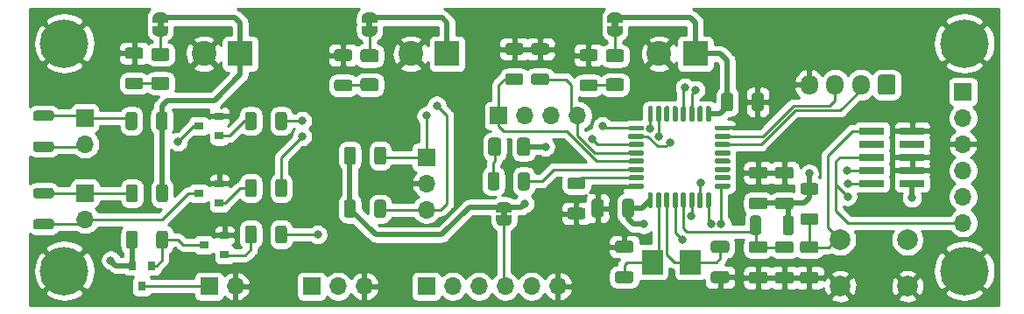
<source format=gbr>
G04 #@! TF.GenerationSoftware,KiCad,Pcbnew,5.1.10-88a1d61d58~90~ubuntu21.04.1*
G04 #@! TF.CreationDate,2021-09-06T15:15:47+02:00*
G04 #@! TF.ProjectId,DccDecoder,44636344-6563-46f6-9465-722e6b696361,rev?*
G04 #@! TF.SameCoordinates,Original*
G04 #@! TF.FileFunction,Copper,L1,Top*
G04 #@! TF.FilePolarity,Positive*
%FSLAX46Y46*%
G04 Gerber Fmt 4.6, Leading zero omitted, Abs format (unit mm)*
G04 Created by KiCad (PCBNEW 5.1.10-88a1d61d58~90~ubuntu21.04.1) date 2021-09-06 15:15:47*
%MOMM*%
%LPD*%
G01*
G04 APERTURE LIST*
G04 #@! TA.AperFunction,EtchedComponent*
%ADD10C,0.100000*%
G04 #@! TD*
G04 #@! TA.AperFunction,ComponentPad*
%ADD11O,1.700000X1.700000*%
G04 #@! TD*
G04 #@! TA.AperFunction,ComponentPad*
%ADD12R,1.700000X1.700000*%
G04 #@! TD*
G04 #@! TA.AperFunction,SMDPad,CuDef*
%ADD13R,0.800000X0.900000*%
G04 #@! TD*
G04 #@! TA.AperFunction,SMDPad,CuDef*
%ADD14R,0.900000X0.800000*%
G04 #@! TD*
G04 #@! TA.AperFunction,SMDPad,CuDef*
%ADD15C,0.100000*%
G04 #@! TD*
G04 #@! TA.AperFunction,ComponentPad*
%ADD16C,4.700000*%
G04 #@! TD*
G04 #@! TA.AperFunction,SMDPad,CuDef*
%ADD17R,2.000000X2.400000*%
G04 #@! TD*
G04 #@! TA.AperFunction,ComponentPad*
%ADD18C,2.000000*%
G04 #@! TD*
G04 #@! TA.AperFunction,SMDPad,CuDef*
%ADD19R,2.400000X0.740000*%
G04 #@! TD*
G04 #@! TA.AperFunction,ComponentPad*
%ADD20R,2.400000X2.400000*%
G04 #@! TD*
G04 #@! TA.AperFunction,ComponentPad*
%ADD21C,2.400000*%
G04 #@! TD*
G04 #@! TA.AperFunction,ComponentPad*
%ADD22O,1.700000X1.950000*%
G04 #@! TD*
G04 #@! TA.AperFunction,ViaPad*
%ADD23C,0.800000*%
G04 #@! TD*
G04 #@! TA.AperFunction,Conductor*
%ADD24C,0.250000*%
G04 #@! TD*
G04 #@! TA.AperFunction,Conductor*
%ADD25C,0.500000*%
G04 #@! TD*
G04 #@! TA.AperFunction,Conductor*
%ADD26C,0.254000*%
G04 #@! TD*
G04 #@! TA.AperFunction,Conductor*
%ADD27C,0.100000*%
G04 #@! TD*
G04 APERTURE END LIST*
D10*
G36*
X71200000Y-60250000D02*
G01*
X71200000Y-60750000D01*
X71800000Y-60750000D01*
X71800000Y-60250000D01*
X71200000Y-60250000D01*
G37*
G36*
X58200000Y-41915000D02*
G01*
X58200000Y-42415000D01*
X58800000Y-42415000D01*
X58800000Y-41915000D01*
X58200000Y-41915000D01*
G37*
G36*
X37990000Y-41915000D02*
G01*
X37990000Y-42415000D01*
X38590000Y-42415000D01*
X38590000Y-41915000D01*
X37990000Y-41915000D01*
G37*
G36*
X81925000Y-41915000D02*
G01*
X81925000Y-42415000D01*
X82525000Y-42415000D01*
X82525000Y-41915000D01*
X81925000Y-41915000D01*
G37*
G04 #@! TA.AperFunction,SMDPad,CuDef*
G36*
G01*
X72860000Y-57965001D02*
X72860000Y-56714999D01*
G75*
G02*
X73109999Y-56465000I249999J0D01*
G01*
X73735001Y-56465000D01*
G75*
G02*
X73985000Y-56714999I0J-249999D01*
G01*
X73985000Y-57965001D01*
G75*
G02*
X73735001Y-58215000I-249999J0D01*
G01*
X73109999Y-58215000D01*
G75*
G02*
X72860000Y-57965001I0J249999D01*
G01*
G37*
G04 #@! TD.AperFunction*
G04 #@! TA.AperFunction,SMDPad,CuDef*
G36*
G01*
X69935000Y-57965001D02*
X69935000Y-56714999D01*
G75*
G02*
X70184999Y-56465000I249999J0D01*
G01*
X70810001Y-56465000D01*
G75*
G02*
X71060000Y-56714999I0J-249999D01*
G01*
X71060000Y-57965001D01*
G75*
G02*
X70810001Y-58215000I-249999J0D01*
G01*
X70184999Y-58215000D01*
G75*
G02*
X69935000Y-57965001I0J249999D01*
G01*
G37*
G04 #@! TD.AperFunction*
G04 #@! TA.AperFunction,SMDPad,CuDef*
G36*
G01*
X72775000Y-54625000D02*
X72775000Y-53375000D01*
G75*
G02*
X73025000Y-53125000I250000J0D01*
G01*
X73775000Y-53125000D01*
G75*
G02*
X74025000Y-53375000I0J-250000D01*
G01*
X74025000Y-54625000D01*
G75*
G02*
X73775000Y-54875000I-250000J0D01*
G01*
X73025000Y-54875000D01*
G75*
G02*
X72775000Y-54625000I0J250000D01*
G01*
G37*
G04 #@! TD.AperFunction*
G04 #@! TA.AperFunction,SMDPad,CuDef*
G36*
G01*
X69975000Y-54625000D02*
X69975000Y-53375000D01*
G75*
G02*
X70225000Y-53125000I250000J0D01*
G01*
X70975000Y-53125000D01*
G75*
G02*
X71225000Y-53375000I0J-250000D01*
G01*
X71225000Y-54625000D01*
G75*
G02*
X70975000Y-54875000I-250000J0D01*
G01*
X70225000Y-54875000D01*
G75*
G02*
X69975000Y-54625000I0J250000D01*
G01*
G37*
G04 #@! TD.AperFunction*
G04 #@! TA.AperFunction,SMDPad,CuDef*
G36*
G01*
X74374999Y-46900000D02*
X75625001Y-46900000D01*
G75*
G02*
X75875000Y-47149999I0J-249999D01*
G01*
X75875000Y-47775001D01*
G75*
G02*
X75625001Y-48025000I-249999J0D01*
G01*
X74374999Y-48025000D01*
G75*
G02*
X74125000Y-47775001I0J249999D01*
G01*
X74125000Y-47149999D01*
G75*
G02*
X74374999Y-46900000I249999J0D01*
G01*
G37*
G04 #@! TD.AperFunction*
G04 #@! TA.AperFunction,SMDPad,CuDef*
G36*
G01*
X74374999Y-43975000D02*
X75625001Y-43975000D01*
G75*
G02*
X75875000Y-44224999I0J-249999D01*
G01*
X75875000Y-44850001D01*
G75*
G02*
X75625001Y-45100000I-249999J0D01*
G01*
X74374999Y-45100000D01*
G75*
G02*
X74125000Y-44850001I0J249999D01*
G01*
X74125000Y-44224999D01*
G75*
G02*
X74374999Y-43975000I249999J0D01*
G01*
G37*
G04 #@! TD.AperFunction*
D11*
X78620000Y-51000000D03*
X76080000Y-51000000D03*
X73540000Y-51000000D03*
D12*
X71000000Y-51000000D03*
G04 #@! TA.AperFunction,SMDPad,CuDef*
G36*
G01*
X71874999Y-46900000D02*
X73125001Y-46900000D01*
G75*
G02*
X73375000Y-47149999I0J-249999D01*
G01*
X73375000Y-47775001D01*
G75*
G02*
X73125001Y-48025000I-249999J0D01*
G01*
X71874999Y-48025000D01*
G75*
G02*
X71625000Y-47775001I0J249999D01*
G01*
X71625000Y-47149999D01*
G75*
G02*
X71874999Y-46900000I249999J0D01*
G01*
G37*
G04 #@! TD.AperFunction*
G04 #@! TA.AperFunction,SMDPad,CuDef*
G36*
G01*
X71874999Y-43975000D02*
X73125001Y-43975000D01*
G75*
G02*
X73375000Y-44224999I0J-249999D01*
G01*
X73375000Y-44850001D01*
G75*
G02*
X73125001Y-45100000I-249999J0D01*
G01*
X71874999Y-45100000D01*
G75*
G02*
X71625000Y-44850001I0J249999D01*
G01*
X71625000Y-44224999D01*
G75*
G02*
X71874999Y-43975000I249999J0D01*
G01*
G37*
G04 #@! TD.AperFunction*
D13*
X36500000Y-67500000D03*
X35550000Y-65500000D03*
X37450000Y-65500000D03*
G04 #@! TA.AperFunction,SMDPad,CuDef*
G36*
G01*
X47600000Y-61874999D02*
X47600000Y-63125001D01*
G75*
G02*
X47350001Y-63375000I-249999J0D01*
G01*
X46724999Y-63375000D01*
G75*
G02*
X46475000Y-63125001I0J249999D01*
G01*
X46475000Y-61874999D01*
G75*
G02*
X46724999Y-61625000I249999J0D01*
G01*
X47350001Y-61625000D01*
G75*
G02*
X47600000Y-61874999I0J-249999D01*
G01*
G37*
G04 #@! TD.AperFunction*
G04 #@! TA.AperFunction,SMDPad,CuDef*
G36*
G01*
X50525000Y-61874999D02*
X50525000Y-63125001D01*
G75*
G02*
X50275001Y-63375000I-249999J0D01*
G01*
X49649999Y-63375000D01*
G75*
G02*
X49400000Y-63125001I0J249999D01*
G01*
X49400000Y-61874999D01*
G75*
G02*
X49649999Y-61625000I249999J0D01*
G01*
X50275001Y-61625000D01*
G75*
G02*
X50525000Y-61874999I0J-249999D01*
G01*
G37*
G04 #@! TD.AperFunction*
G04 #@! TA.AperFunction,SMDPad,CuDef*
G36*
G01*
X36100000Y-62374999D02*
X36100000Y-63625001D01*
G75*
G02*
X35850001Y-63875000I-249999J0D01*
G01*
X35224999Y-63875000D01*
G75*
G02*
X34975000Y-63625001I0J249999D01*
G01*
X34975000Y-62374999D01*
G75*
G02*
X35224999Y-62125000I249999J0D01*
G01*
X35850001Y-62125000D01*
G75*
G02*
X36100000Y-62374999I0J-249999D01*
G01*
G37*
G04 #@! TD.AperFunction*
G04 #@! TA.AperFunction,SMDPad,CuDef*
G36*
G01*
X39025000Y-62374999D02*
X39025000Y-63625001D01*
G75*
G02*
X38775001Y-63875000I-249999J0D01*
G01*
X38149999Y-63875000D01*
G75*
G02*
X37900000Y-63625001I0J249999D01*
G01*
X37900000Y-62374999D01*
G75*
G02*
X38149999Y-62125000I249999J0D01*
G01*
X38775001Y-62125000D01*
G75*
G02*
X39025000Y-62374999I0J-249999D01*
G01*
G37*
G04 #@! TD.AperFunction*
D14*
X42500000Y-63500000D03*
X44500000Y-62550000D03*
X44500000Y-64450000D03*
D11*
X45540000Y-67500000D03*
D12*
X43000000Y-67500000D03*
D11*
X58000000Y-67500000D03*
X55460000Y-67500000D03*
D12*
X52920000Y-67500000D03*
G04 #@! TA.AperFunction,SMDPad,CuDef*
G36*
G01*
X47600000Y-57374999D02*
X47600000Y-58625001D01*
G75*
G02*
X47350001Y-58875000I-249999J0D01*
G01*
X46724999Y-58875000D01*
G75*
G02*
X46475000Y-58625001I0J249999D01*
G01*
X46475000Y-57374999D01*
G75*
G02*
X46724999Y-57125000I249999J0D01*
G01*
X47350001Y-57125000D01*
G75*
G02*
X47600000Y-57374999I0J-249999D01*
G01*
G37*
G04 #@! TD.AperFunction*
G04 #@! TA.AperFunction,SMDPad,CuDef*
G36*
G01*
X50525000Y-57374999D02*
X50525000Y-58625001D01*
G75*
G02*
X50275001Y-58875000I-249999J0D01*
G01*
X49649999Y-58875000D01*
G75*
G02*
X49400000Y-58625001I0J249999D01*
G01*
X49400000Y-57374999D01*
G75*
G02*
X49649999Y-57125000I249999J0D01*
G01*
X50275001Y-57125000D01*
G75*
G02*
X50525000Y-57374999I0J-249999D01*
G01*
G37*
G04 #@! TD.AperFunction*
G04 #@! TA.AperFunction,SMDPad,CuDef*
G36*
G01*
X37900000Y-59125001D02*
X37900000Y-57874999D01*
G75*
G02*
X38149999Y-57625000I249999J0D01*
G01*
X38775001Y-57625000D01*
G75*
G02*
X39025000Y-57874999I0J-249999D01*
G01*
X39025000Y-59125001D01*
G75*
G02*
X38775001Y-59375000I-249999J0D01*
G01*
X38149999Y-59375000D01*
G75*
G02*
X37900000Y-59125001I0J249999D01*
G01*
G37*
G04 #@! TD.AperFunction*
G04 #@! TA.AperFunction,SMDPad,CuDef*
G36*
G01*
X34975000Y-59125001D02*
X34975000Y-57874999D01*
G75*
G02*
X35224999Y-57625000I249999J0D01*
G01*
X35850001Y-57625000D01*
G75*
G02*
X36100000Y-57874999I0J-249999D01*
G01*
X36100000Y-59125001D01*
G75*
G02*
X35850001Y-59375000I-249999J0D01*
G01*
X35224999Y-59375000D01*
G75*
G02*
X34975000Y-59125001I0J249999D01*
G01*
G37*
G04 #@! TD.AperFunction*
D14*
X42000000Y-58500000D03*
X44000000Y-57550000D03*
X44000000Y-59450000D03*
D11*
X31000000Y-61040000D03*
D12*
X31000000Y-58500000D03*
G04 #@! TA.AperFunction,SMDPad,CuDef*
G36*
G01*
X27750000Y-62000000D02*
X26250000Y-62000000D01*
G75*
G02*
X26000000Y-61750000I0J250000D01*
G01*
X26000000Y-61250000D01*
G75*
G02*
X26250000Y-61000000I250000J0D01*
G01*
X27750000Y-61000000D01*
G75*
G02*
X28000000Y-61250000I0J-250000D01*
G01*
X28000000Y-61750000D01*
G75*
G02*
X27750000Y-62000000I-250000J0D01*
G01*
G37*
G04 #@! TD.AperFunction*
G04 #@! TA.AperFunction,SMDPad,CuDef*
G36*
G01*
X27750000Y-59000000D02*
X26250000Y-59000000D01*
G75*
G02*
X26000000Y-58750000I0J250000D01*
G01*
X26000000Y-58250000D01*
G75*
G02*
X26250000Y-58000000I250000J0D01*
G01*
X27750000Y-58000000D01*
G75*
G02*
X28000000Y-58250000I0J-250000D01*
G01*
X28000000Y-58750000D01*
G75*
G02*
X27750000Y-59000000I-250000J0D01*
G01*
G37*
G04 #@! TD.AperFunction*
G04 #@! TA.AperFunction,SMDPad,CuDef*
G36*
G01*
X37862500Y-52125001D02*
X37862500Y-50874999D01*
G75*
G02*
X38112499Y-50625000I249999J0D01*
G01*
X38737501Y-50625000D01*
G75*
G02*
X38987500Y-50874999I0J-249999D01*
G01*
X38987500Y-52125001D01*
G75*
G02*
X38737501Y-52375000I-249999J0D01*
G01*
X38112499Y-52375000D01*
G75*
G02*
X37862500Y-52125001I0J249999D01*
G01*
G37*
G04 #@! TD.AperFunction*
G04 #@! TA.AperFunction,SMDPad,CuDef*
G36*
G01*
X34937500Y-52125001D02*
X34937500Y-50874999D01*
G75*
G02*
X35187499Y-50625000I249999J0D01*
G01*
X35812501Y-50625000D01*
G75*
G02*
X36062500Y-50874999I0J-249999D01*
G01*
X36062500Y-52125001D01*
G75*
G02*
X35812501Y-52375000I-249999J0D01*
G01*
X35187499Y-52375000D01*
G75*
G02*
X34937500Y-52125001I0J249999D01*
G01*
G37*
G04 #@! TD.AperFunction*
D11*
X30995000Y-53755000D03*
D12*
X30995000Y-51215000D03*
G04 #@! TA.AperFunction,SMDPad,CuDef*
G36*
G01*
X27750000Y-54500000D02*
X26250000Y-54500000D01*
G75*
G02*
X26000000Y-54250000I0J250000D01*
G01*
X26000000Y-53750000D01*
G75*
G02*
X26250000Y-53500000I250000J0D01*
G01*
X27750000Y-53500000D01*
G75*
G02*
X28000000Y-53750000I0J-250000D01*
G01*
X28000000Y-54250000D01*
G75*
G02*
X27750000Y-54500000I-250000J0D01*
G01*
G37*
G04 #@! TD.AperFunction*
G04 #@! TA.AperFunction,SMDPad,CuDef*
G36*
G01*
X27750000Y-51500000D02*
X26250000Y-51500000D01*
G75*
G02*
X26000000Y-51250000I0J250000D01*
G01*
X26000000Y-50750000D01*
G75*
G02*
X26250000Y-50500000I250000J0D01*
G01*
X27750000Y-50500000D01*
G75*
G02*
X28000000Y-50750000I0J-250000D01*
G01*
X28000000Y-51250000D01*
G75*
G02*
X27750000Y-51500000I-250000J0D01*
G01*
G37*
G04 #@! TD.AperFunction*
G04 #@! TA.AperFunction,SMDPad,CuDef*
G36*
G01*
X47600000Y-50874999D02*
X47600000Y-52125001D01*
G75*
G02*
X47350001Y-52375000I-249999J0D01*
G01*
X46724999Y-52375000D01*
G75*
G02*
X46475000Y-52125001I0J249999D01*
G01*
X46475000Y-50874999D01*
G75*
G02*
X46724999Y-50625000I249999J0D01*
G01*
X47350001Y-50625000D01*
G75*
G02*
X47600000Y-50874999I0J-249999D01*
G01*
G37*
G04 #@! TD.AperFunction*
G04 #@! TA.AperFunction,SMDPad,CuDef*
G36*
G01*
X50525000Y-50874999D02*
X50525000Y-52125001D01*
G75*
G02*
X50275001Y-52375000I-249999J0D01*
G01*
X49649999Y-52375000D01*
G75*
G02*
X49400000Y-52125001I0J249999D01*
G01*
X49400000Y-50874999D01*
G75*
G02*
X49649999Y-50625000I249999J0D01*
G01*
X50275001Y-50625000D01*
G75*
G02*
X50525000Y-50874999I0J-249999D01*
G01*
G37*
G04 #@! TD.AperFunction*
G04 #@! TA.AperFunction,SMDPad,CuDef*
G36*
G01*
X58970000Y-60625001D02*
X58970000Y-59374999D01*
G75*
G02*
X59219999Y-59125000I249999J0D01*
G01*
X59845001Y-59125000D01*
G75*
G02*
X60095000Y-59374999I0J-249999D01*
G01*
X60095000Y-60625001D01*
G75*
G02*
X59845001Y-60875000I-249999J0D01*
G01*
X59219999Y-60875000D01*
G75*
G02*
X58970000Y-60625001I0J249999D01*
G01*
G37*
G04 #@! TD.AperFunction*
G04 #@! TA.AperFunction,SMDPad,CuDef*
G36*
G01*
X56045000Y-60625001D02*
X56045000Y-59374999D01*
G75*
G02*
X56294999Y-59125000I249999J0D01*
G01*
X56920001Y-59125000D01*
G75*
G02*
X57170000Y-59374999I0J-249999D01*
G01*
X57170000Y-60625001D01*
G75*
G02*
X56920001Y-60875000I-249999J0D01*
G01*
X56294999Y-60875000D01*
G75*
G02*
X56045000Y-60625001I0J249999D01*
G01*
G37*
G04 #@! TD.AperFunction*
G04 #@! TA.AperFunction,SMDPad,CuDef*
G36*
G01*
X58970000Y-55495001D02*
X58970000Y-54244999D01*
G75*
G02*
X59219999Y-53995000I249999J0D01*
G01*
X59845001Y-53995000D01*
G75*
G02*
X60095000Y-54244999I0J-249999D01*
G01*
X60095000Y-55495001D01*
G75*
G02*
X59845001Y-55745000I-249999J0D01*
G01*
X59219999Y-55745000D01*
G75*
G02*
X58970000Y-55495001I0J249999D01*
G01*
G37*
G04 #@! TD.AperFunction*
G04 #@! TA.AperFunction,SMDPad,CuDef*
G36*
G01*
X56045000Y-55495001D02*
X56045000Y-54244999D01*
G75*
G02*
X56294999Y-53995000I249999J0D01*
G01*
X56920001Y-53995000D01*
G75*
G02*
X57170000Y-54244999I0J-249999D01*
G01*
X57170000Y-55495001D01*
G75*
G02*
X56920001Y-55745000I-249999J0D01*
G01*
X56294999Y-55745000D01*
G75*
G02*
X56045000Y-55495001I0J249999D01*
G01*
G37*
G04 #@! TD.AperFunction*
D14*
X42000000Y-52000000D03*
X44000000Y-51050000D03*
X44000000Y-52950000D03*
D11*
X64000000Y-60080000D03*
X64000000Y-57540000D03*
D12*
X64000000Y-55000000D03*
G04 #@! TA.AperFunction,SMDPad,CuDef*
D15*
G36*
X72250000Y-60650000D02*
G01*
X72250000Y-61150000D01*
X72249398Y-61150000D01*
X72249398Y-61174534D01*
X72244588Y-61223365D01*
X72235016Y-61271490D01*
X72220772Y-61318445D01*
X72201995Y-61363778D01*
X72178864Y-61407051D01*
X72151604Y-61447850D01*
X72120476Y-61485779D01*
X72085779Y-61520476D01*
X72047850Y-61551604D01*
X72007051Y-61578864D01*
X71963778Y-61601995D01*
X71918445Y-61620772D01*
X71871490Y-61635016D01*
X71823365Y-61644588D01*
X71774534Y-61649398D01*
X71750000Y-61649398D01*
X71750000Y-61650000D01*
X71250000Y-61650000D01*
X71250000Y-61649398D01*
X71225466Y-61649398D01*
X71176635Y-61644588D01*
X71128510Y-61635016D01*
X71081555Y-61620772D01*
X71036222Y-61601995D01*
X70992949Y-61578864D01*
X70952150Y-61551604D01*
X70914221Y-61520476D01*
X70879524Y-61485779D01*
X70848396Y-61447850D01*
X70821136Y-61407051D01*
X70798005Y-61363778D01*
X70779228Y-61318445D01*
X70764984Y-61271490D01*
X70755412Y-61223365D01*
X70750602Y-61174534D01*
X70750602Y-61150000D01*
X70750000Y-61150000D01*
X70750000Y-60650000D01*
X72250000Y-60650000D01*
G37*
G04 #@! TD.AperFunction*
G04 #@! TA.AperFunction,SMDPad,CuDef*
G36*
X70750602Y-59850000D02*
G01*
X70750602Y-59825466D01*
X70755412Y-59776635D01*
X70764984Y-59728510D01*
X70779228Y-59681555D01*
X70798005Y-59636222D01*
X70821136Y-59592949D01*
X70848396Y-59552150D01*
X70879524Y-59514221D01*
X70914221Y-59479524D01*
X70952150Y-59448396D01*
X70992949Y-59421136D01*
X71036222Y-59398005D01*
X71081555Y-59379228D01*
X71128510Y-59364984D01*
X71176635Y-59355412D01*
X71225466Y-59350602D01*
X71250000Y-59350602D01*
X71250000Y-59350000D01*
X71750000Y-59350000D01*
X71750000Y-59350602D01*
X71774534Y-59350602D01*
X71823365Y-59355412D01*
X71871490Y-59364984D01*
X71918445Y-59379228D01*
X71963778Y-59398005D01*
X72007051Y-59421136D01*
X72047850Y-59448396D01*
X72085779Y-59479524D01*
X72120476Y-59514221D01*
X72151604Y-59552150D01*
X72178864Y-59592949D01*
X72201995Y-59636222D01*
X72220772Y-59681555D01*
X72235016Y-59728510D01*
X72244588Y-59776635D01*
X72249398Y-59825466D01*
X72249398Y-59850000D01*
X72250000Y-59850000D01*
X72250000Y-60350000D01*
X70750000Y-60350000D01*
X70750000Y-59850000D01*
X70750602Y-59850000D01*
G37*
G04 #@! TD.AperFunction*
D11*
X76700000Y-67500000D03*
X74160000Y-67500000D03*
X71620000Y-67500000D03*
X69080000Y-67500000D03*
X66540000Y-67500000D03*
D12*
X64000000Y-67500000D03*
G04 #@! TA.AperFunction,SMDPad,CuDef*
G36*
G01*
X99250001Y-60050000D02*
X97949999Y-60050000D01*
G75*
G02*
X97700000Y-59800001I0J249999D01*
G01*
X97700000Y-59149999D01*
G75*
G02*
X97949999Y-58900000I249999J0D01*
G01*
X99250001Y-58900000D01*
G75*
G02*
X99500000Y-59149999I0J-249999D01*
G01*
X99500000Y-59800001D01*
G75*
G02*
X99250001Y-60050000I-249999J0D01*
G01*
G37*
G04 #@! TD.AperFunction*
G04 #@! TA.AperFunction,SMDPad,CuDef*
G36*
G01*
X99250001Y-57100000D02*
X97949999Y-57100000D01*
G75*
G02*
X97700000Y-56850001I0J249999D01*
G01*
X97700000Y-56199999D01*
G75*
G02*
X97949999Y-55950000I249999J0D01*
G01*
X99250001Y-55950000D01*
G75*
G02*
X99500000Y-56199999I0J-249999D01*
G01*
X99500000Y-56850001D01*
G75*
G02*
X99250001Y-57100000I-249999J0D01*
G01*
G37*
G04 #@! TD.AperFunction*
G04 #@! TA.AperFunction,SMDPad,CuDef*
G36*
G01*
X100349999Y-63150000D02*
X101650001Y-63150000D01*
G75*
G02*
X101900000Y-63399999I0J-249999D01*
G01*
X101900000Y-64050001D01*
G75*
G02*
X101650001Y-64300000I-249999J0D01*
G01*
X100349999Y-64300000D01*
G75*
G02*
X100100000Y-64050001I0J249999D01*
G01*
X100100000Y-63399999D01*
G75*
G02*
X100349999Y-63150000I249999J0D01*
G01*
G37*
G04 #@! TD.AperFunction*
G04 #@! TA.AperFunction,SMDPad,CuDef*
G36*
G01*
X100349999Y-66100000D02*
X101650001Y-66100000D01*
G75*
G02*
X101900000Y-66349999I0J-249999D01*
G01*
X101900000Y-67000001D01*
G75*
G02*
X101650001Y-67250000I-249999J0D01*
G01*
X100349999Y-67250000D01*
G75*
G02*
X100100000Y-67000001I0J249999D01*
G01*
X100100000Y-66349999D01*
G75*
G02*
X100349999Y-66100000I249999J0D01*
G01*
G37*
G04 #@! TD.AperFunction*
G04 #@! TA.AperFunction,SMDPad,CuDef*
G36*
G01*
X100402999Y-57512500D02*
X101653001Y-57512500D01*
G75*
G02*
X101903000Y-57762499I0J-249999D01*
G01*
X101903000Y-58387501D01*
G75*
G02*
X101653001Y-58637500I-249999J0D01*
G01*
X100402999Y-58637500D01*
G75*
G02*
X100153000Y-58387501I0J249999D01*
G01*
X100153000Y-57762499D01*
G75*
G02*
X100402999Y-57512500I249999J0D01*
G01*
G37*
G04 #@! TD.AperFunction*
G04 #@! TA.AperFunction,SMDPad,CuDef*
G36*
G01*
X100402999Y-60437500D02*
X101653001Y-60437500D01*
G75*
G02*
X101903000Y-60687499I0J-249999D01*
G01*
X101903000Y-61312501D01*
G75*
G02*
X101653001Y-61562500I-249999J0D01*
G01*
X100402999Y-61562500D01*
G75*
G02*
X100153000Y-61312501I0J249999D01*
G01*
X100153000Y-60687499D01*
G75*
G02*
X100402999Y-60437500I249999J0D01*
G01*
G37*
G04 #@! TD.AperFunction*
G04 #@! TA.AperFunction,SMDPad,CuDef*
G36*
G01*
X77874999Y-56975000D02*
X79125001Y-56975000D01*
G75*
G02*
X79375000Y-57224999I0J-249999D01*
G01*
X79375000Y-57850001D01*
G75*
G02*
X79125001Y-58100000I-249999J0D01*
G01*
X77874999Y-58100000D01*
G75*
G02*
X77625000Y-57850001I0J249999D01*
G01*
X77625000Y-57224999D01*
G75*
G02*
X77874999Y-56975000I249999J0D01*
G01*
G37*
G04 #@! TD.AperFunction*
G04 #@! TA.AperFunction,SMDPad,CuDef*
G36*
G01*
X77874999Y-59900000D02*
X79125001Y-59900000D01*
G75*
G02*
X79375000Y-60149999I0J-249999D01*
G01*
X79375000Y-60775001D01*
G75*
G02*
X79125001Y-61025000I-249999J0D01*
G01*
X77874999Y-61025000D01*
G75*
G02*
X77625000Y-60775001I0J249999D01*
G01*
X77625000Y-60149999D01*
G75*
G02*
X77874999Y-59900000I249999J0D01*
G01*
G37*
G04 #@! TD.AperFunction*
G04 #@! TA.AperFunction,SMDPad,CuDef*
G36*
G01*
X95300000Y-62300001D02*
X95300000Y-60899999D01*
G75*
G02*
X95549999Y-60650000I249999J0D01*
G01*
X96100001Y-60650000D01*
G75*
G02*
X96350000Y-60899999I0J-249999D01*
G01*
X96350000Y-62300001D01*
G75*
G02*
X96100001Y-62550000I-249999J0D01*
G01*
X95549999Y-62550000D01*
G75*
G02*
X95300000Y-62300001I0J249999D01*
G01*
G37*
G04 #@! TD.AperFunction*
G04 #@! TA.AperFunction,SMDPad,CuDef*
G36*
G01*
X98450000Y-62300001D02*
X98450000Y-60899999D01*
G75*
G02*
X98699999Y-60650000I249999J0D01*
G01*
X99250001Y-60650000D01*
G75*
G02*
X99500000Y-60899999I0J-249999D01*
G01*
X99500000Y-62300001D01*
G75*
G02*
X99250001Y-62550000I-249999J0D01*
G01*
X98699999Y-62550000D01*
G75*
G02*
X98450000Y-62300001I0J249999D01*
G01*
G37*
G04 #@! TD.AperFunction*
G04 #@! TA.AperFunction,SMDPad,CuDef*
G36*
G01*
X95424999Y-63150000D02*
X96725001Y-63150000D01*
G75*
G02*
X96975000Y-63399999I0J-249999D01*
G01*
X96975000Y-64050001D01*
G75*
G02*
X96725001Y-64300000I-249999J0D01*
G01*
X95424999Y-64300000D01*
G75*
G02*
X95175000Y-64050001I0J249999D01*
G01*
X95175000Y-63399999D01*
G75*
G02*
X95424999Y-63150000I249999J0D01*
G01*
G37*
G04 #@! TD.AperFunction*
G04 #@! TA.AperFunction,SMDPad,CuDef*
G36*
G01*
X95424999Y-66100000D02*
X96725001Y-66100000D01*
G75*
G02*
X96975000Y-66349999I0J-249999D01*
G01*
X96975000Y-67000001D01*
G75*
G02*
X96725001Y-67250000I-249999J0D01*
G01*
X95424999Y-67250000D01*
G75*
G02*
X95175000Y-67000001I0J249999D01*
G01*
X95175000Y-66349999D01*
G75*
G02*
X95424999Y-66100000I249999J0D01*
G01*
G37*
G04 #@! TD.AperFunction*
G04 #@! TA.AperFunction,SMDPad,CuDef*
G36*
G01*
X97949999Y-63150000D02*
X99250001Y-63150000D01*
G75*
G02*
X99500000Y-63399999I0J-249999D01*
G01*
X99500000Y-64050001D01*
G75*
G02*
X99250001Y-64300000I-249999J0D01*
G01*
X97949999Y-64300000D01*
G75*
G02*
X97700000Y-64050001I0J249999D01*
G01*
X97700000Y-63399999D01*
G75*
G02*
X97949999Y-63150000I249999J0D01*
G01*
G37*
G04 #@! TD.AperFunction*
G04 #@! TA.AperFunction,SMDPad,CuDef*
G36*
G01*
X97949999Y-66100000D02*
X99250001Y-66100000D01*
G75*
G02*
X99500000Y-66349999I0J-249999D01*
G01*
X99500000Y-67000001D01*
G75*
G02*
X99250001Y-67250000I-249999J0D01*
G01*
X97949999Y-67250000D01*
G75*
G02*
X97700000Y-67000001I0J249999D01*
G01*
X97700000Y-66349999D01*
G75*
G02*
X97949999Y-66100000I249999J0D01*
G01*
G37*
G04 #@! TD.AperFunction*
G04 #@! TA.AperFunction,SMDPad,CuDef*
G36*
G01*
X96725001Y-60050000D02*
X95424999Y-60050000D01*
G75*
G02*
X95175000Y-59800001I0J249999D01*
G01*
X95175000Y-59149999D01*
G75*
G02*
X95424999Y-58900000I249999J0D01*
G01*
X96725001Y-58900000D01*
G75*
G02*
X96975000Y-59149999I0J-249999D01*
G01*
X96975000Y-59800001D01*
G75*
G02*
X96725001Y-60050000I-249999J0D01*
G01*
G37*
G04 #@! TD.AperFunction*
G04 #@! TA.AperFunction,SMDPad,CuDef*
G36*
G01*
X96725001Y-57100000D02*
X95424999Y-57100000D01*
G75*
G02*
X95175000Y-56850001I0J249999D01*
G01*
X95175000Y-56199999D01*
G75*
G02*
X95424999Y-55950000I249999J0D01*
G01*
X96725001Y-55950000D01*
G75*
G02*
X96975000Y-56199999I0J-249999D01*
G01*
X96975000Y-56850001D01*
G75*
G02*
X96725001Y-57100000I-249999J0D01*
G01*
G37*
G04 #@! TD.AperFunction*
G04 #@! TA.AperFunction,SMDPad,CuDef*
G36*
G01*
X91741999Y-63106000D02*
X93042001Y-63106000D01*
G75*
G02*
X93292000Y-63355999I0J-249999D01*
G01*
X93292000Y-64006001D01*
G75*
G02*
X93042001Y-64256000I-249999J0D01*
G01*
X91741999Y-64256000D01*
G75*
G02*
X91492000Y-64006001I0J249999D01*
G01*
X91492000Y-63355999D01*
G75*
G02*
X91741999Y-63106000I249999J0D01*
G01*
G37*
G04 #@! TD.AperFunction*
G04 #@! TA.AperFunction,SMDPad,CuDef*
G36*
G01*
X91741999Y-66056000D02*
X93042001Y-66056000D01*
G75*
G02*
X93292000Y-66305999I0J-249999D01*
G01*
X93292000Y-66956001D01*
G75*
G02*
X93042001Y-67206000I-249999J0D01*
G01*
X91741999Y-67206000D01*
G75*
G02*
X91492000Y-66956001I0J249999D01*
G01*
X91492000Y-66305999D01*
G75*
G02*
X91741999Y-66056000I249999J0D01*
G01*
G37*
G04 #@! TD.AperFunction*
G04 #@! TA.AperFunction,SMDPad,CuDef*
G36*
G01*
X83771001Y-67206000D02*
X82470999Y-67206000D01*
G75*
G02*
X82221000Y-66956001I0J249999D01*
G01*
X82221000Y-66305999D01*
G75*
G02*
X82470999Y-66056000I249999J0D01*
G01*
X83771001Y-66056000D01*
G75*
G02*
X84021000Y-66305999I0J-249999D01*
G01*
X84021000Y-66956001D01*
G75*
G02*
X83771001Y-67206000I-249999J0D01*
G01*
G37*
G04 #@! TD.AperFunction*
G04 #@! TA.AperFunction,SMDPad,CuDef*
G36*
G01*
X83771001Y-64256000D02*
X82470999Y-64256000D01*
G75*
G02*
X82221000Y-64006001I0J249999D01*
G01*
X82221000Y-63355999D01*
G75*
G02*
X82470999Y-63106000I249999J0D01*
G01*
X83771001Y-63106000D01*
G75*
G02*
X84021000Y-63355999I0J-249999D01*
G01*
X84021000Y-64006001D01*
G75*
G02*
X83771001Y-64256000I-249999J0D01*
G01*
G37*
G04 #@! TD.AperFunction*
G04 #@! TA.AperFunction,SMDPad,CuDef*
G36*
G01*
X96601000Y-49011999D02*
X96601000Y-50312001D01*
G75*
G02*
X96351001Y-50562000I-249999J0D01*
G01*
X95700999Y-50562000D01*
G75*
G02*
X95451000Y-50312001I0J249999D01*
G01*
X95451000Y-49011999D01*
G75*
G02*
X95700999Y-48762000I249999J0D01*
G01*
X96351001Y-48762000D01*
G75*
G02*
X96601000Y-49011999I0J-249999D01*
G01*
G37*
G04 #@! TD.AperFunction*
G04 #@! TA.AperFunction,SMDPad,CuDef*
G36*
G01*
X93651000Y-49011999D02*
X93651000Y-50312001D01*
G75*
G02*
X93401001Y-50562000I-249999J0D01*
G01*
X92750999Y-50562000D01*
G75*
G02*
X92501000Y-50312001I0J249999D01*
G01*
X92501000Y-49011999D01*
G75*
G02*
X92750999Y-48762000I249999J0D01*
G01*
X93401001Y-48762000D01*
G75*
G02*
X93651000Y-49011999I0J-249999D01*
G01*
G37*
G04 #@! TD.AperFunction*
G04 #@! TA.AperFunction,SMDPad,CuDef*
G36*
G01*
X79975000Y-60599001D02*
X79975000Y-59298999D01*
G75*
G02*
X80224999Y-59049000I249999J0D01*
G01*
X80875001Y-59049000D01*
G75*
G02*
X81125000Y-59298999I0J-249999D01*
G01*
X81125000Y-60599001D01*
G75*
G02*
X80875001Y-60849000I-249999J0D01*
G01*
X80224999Y-60849000D01*
G75*
G02*
X79975000Y-60599001I0J249999D01*
G01*
G37*
G04 #@! TD.AperFunction*
G04 #@! TA.AperFunction,SMDPad,CuDef*
G36*
G01*
X82925000Y-60599001D02*
X82925000Y-59298999D01*
G75*
G02*
X83174999Y-59049000I249999J0D01*
G01*
X83825001Y-59049000D01*
G75*
G02*
X84075000Y-59298999I0J-249999D01*
G01*
X84075000Y-60599001D01*
G75*
G02*
X83825001Y-60849000I-249999J0D01*
G01*
X83174999Y-60849000D01*
G75*
G02*
X82925000Y-60599001I0J249999D01*
G01*
G37*
G04 #@! TD.AperFunction*
X115874300Y-48671400D03*
D11*
X115874300Y-51211400D03*
X115874300Y-53751400D03*
X115874300Y-56291400D03*
X115874300Y-58831400D03*
X115874300Y-61371400D03*
D16*
X116000000Y-66000000D03*
X29000000Y-66000000D03*
X29000000Y-44000000D03*
X116000000Y-44000000D03*
D17*
X85843000Y-65156000D03*
X89543000Y-65156000D03*
G04 #@! TA.AperFunction,SMDPad,CuDef*
G36*
G01*
X84905000Y-58046000D02*
X83655000Y-58046000D01*
G75*
G02*
X83530000Y-57921000I0J125000D01*
G01*
X83530000Y-57671000D01*
G75*
G02*
X83655000Y-57546000I125000J0D01*
G01*
X84905000Y-57546000D01*
G75*
G02*
X85030000Y-57671000I0J-125000D01*
G01*
X85030000Y-57921000D01*
G75*
G02*
X84905000Y-58046000I-125000J0D01*
G01*
G37*
G04 #@! TD.AperFunction*
G04 #@! TA.AperFunction,SMDPad,CuDef*
G36*
G01*
X84905000Y-57246000D02*
X83655000Y-57246000D01*
G75*
G02*
X83530000Y-57121000I0J125000D01*
G01*
X83530000Y-56871000D01*
G75*
G02*
X83655000Y-56746000I125000J0D01*
G01*
X84905000Y-56746000D01*
G75*
G02*
X85030000Y-56871000I0J-125000D01*
G01*
X85030000Y-57121000D01*
G75*
G02*
X84905000Y-57246000I-125000J0D01*
G01*
G37*
G04 #@! TD.AperFunction*
G04 #@! TA.AperFunction,SMDPad,CuDef*
G36*
G01*
X84905000Y-56446000D02*
X83655000Y-56446000D01*
G75*
G02*
X83530000Y-56321000I0J125000D01*
G01*
X83530000Y-56071000D01*
G75*
G02*
X83655000Y-55946000I125000J0D01*
G01*
X84905000Y-55946000D01*
G75*
G02*
X85030000Y-56071000I0J-125000D01*
G01*
X85030000Y-56321000D01*
G75*
G02*
X84905000Y-56446000I-125000J0D01*
G01*
G37*
G04 #@! TD.AperFunction*
G04 #@! TA.AperFunction,SMDPad,CuDef*
G36*
G01*
X84905000Y-55646000D02*
X83655000Y-55646000D01*
G75*
G02*
X83530000Y-55521000I0J125000D01*
G01*
X83530000Y-55271000D01*
G75*
G02*
X83655000Y-55146000I125000J0D01*
G01*
X84905000Y-55146000D01*
G75*
G02*
X85030000Y-55271000I0J-125000D01*
G01*
X85030000Y-55521000D01*
G75*
G02*
X84905000Y-55646000I-125000J0D01*
G01*
G37*
G04 #@! TD.AperFunction*
G04 #@! TA.AperFunction,SMDPad,CuDef*
G36*
G01*
X84905000Y-54846000D02*
X83655000Y-54846000D01*
G75*
G02*
X83530000Y-54721000I0J125000D01*
G01*
X83530000Y-54471000D01*
G75*
G02*
X83655000Y-54346000I125000J0D01*
G01*
X84905000Y-54346000D01*
G75*
G02*
X85030000Y-54471000I0J-125000D01*
G01*
X85030000Y-54721000D01*
G75*
G02*
X84905000Y-54846000I-125000J0D01*
G01*
G37*
G04 #@! TD.AperFunction*
G04 #@! TA.AperFunction,SMDPad,CuDef*
G36*
G01*
X84905000Y-54046000D02*
X83655000Y-54046000D01*
G75*
G02*
X83530000Y-53921000I0J125000D01*
G01*
X83530000Y-53671000D01*
G75*
G02*
X83655000Y-53546000I125000J0D01*
G01*
X84905000Y-53546000D01*
G75*
G02*
X85030000Y-53671000I0J-125000D01*
G01*
X85030000Y-53921000D01*
G75*
G02*
X84905000Y-54046000I-125000J0D01*
G01*
G37*
G04 #@! TD.AperFunction*
G04 #@! TA.AperFunction,SMDPad,CuDef*
G36*
G01*
X84905000Y-53246000D02*
X83655000Y-53246000D01*
G75*
G02*
X83530000Y-53121000I0J125000D01*
G01*
X83530000Y-52871000D01*
G75*
G02*
X83655000Y-52746000I125000J0D01*
G01*
X84905000Y-52746000D01*
G75*
G02*
X85030000Y-52871000I0J-125000D01*
G01*
X85030000Y-53121000D01*
G75*
G02*
X84905000Y-53246000I-125000J0D01*
G01*
G37*
G04 #@! TD.AperFunction*
G04 #@! TA.AperFunction,SMDPad,CuDef*
G36*
G01*
X84905000Y-52446000D02*
X83655000Y-52446000D01*
G75*
G02*
X83530000Y-52321000I0J125000D01*
G01*
X83530000Y-52071000D01*
G75*
G02*
X83655000Y-51946000I125000J0D01*
G01*
X84905000Y-51946000D01*
G75*
G02*
X85030000Y-52071000I0J-125000D01*
G01*
X85030000Y-52321000D01*
G75*
G02*
X84905000Y-52446000I-125000J0D01*
G01*
G37*
G04 #@! TD.AperFunction*
G04 #@! TA.AperFunction,SMDPad,CuDef*
G36*
G01*
X85780000Y-51571000D02*
X85530000Y-51571000D01*
G75*
G02*
X85405000Y-51446000I0J125000D01*
G01*
X85405000Y-50196000D01*
G75*
G02*
X85530000Y-50071000I125000J0D01*
G01*
X85780000Y-50071000D01*
G75*
G02*
X85905000Y-50196000I0J-125000D01*
G01*
X85905000Y-51446000D01*
G75*
G02*
X85780000Y-51571000I-125000J0D01*
G01*
G37*
G04 #@! TD.AperFunction*
G04 #@! TA.AperFunction,SMDPad,CuDef*
G36*
G01*
X86580000Y-51571000D02*
X86330000Y-51571000D01*
G75*
G02*
X86205000Y-51446000I0J125000D01*
G01*
X86205000Y-50196000D01*
G75*
G02*
X86330000Y-50071000I125000J0D01*
G01*
X86580000Y-50071000D01*
G75*
G02*
X86705000Y-50196000I0J-125000D01*
G01*
X86705000Y-51446000D01*
G75*
G02*
X86580000Y-51571000I-125000J0D01*
G01*
G37*
G04 #@! TD.AperFunction*
G04 #@! TA.AperFunction,SMDPad,CuDef*
G36*
G01*
X87380000Y-51571000D02*
X87130000Y-51571000D01*
G75*
G02*
X87005000Y-51446000I0J125000D01*
G01*
X87005000Y-50196000D01*
G75*
G02*
X87130000Y-50071000I125000J0D01*
G01*
X87380000Y-50071000D01*
G75*
G02*
X87505000Y-50196000I0J-125000D01*
G01*
X87505000Y-51446000D01*
G75*
G02*
X87380000Y-51571000I-125000J0D01*
G01*
G37*
G04 #@! TD.AperFunction*
G04 #@! TA.AperFunction,SMDPad,CuDef*
G36*
G01*
X88180000Y-51571000D02*
X87930000Y-51571000D01*
G75*
G02*
X87805000Y-51446000I0J125000D01*
G01*
X87805000Y-50196000D01*
G75*
G02*
X87930000Y-50071000I125000J0D01*
G01*
X88180000Y-50071000D01*
G75*
G02*
X88305000Y-50196000I0J-125000D01*
G01*
X88305000Y-51446000D01*
G75*
G02*
X88180000Y-51571000I-125000J0D01*
G01*
G37*
G04 #@! TD.AperFunction*
G04 #@! TA.AperFunction,SMDPad,CuDef*
G36*
G01*
X88980000Y-51571000D02*
X88730000Y-51571000D01*
G75*
G02*
X88605000Y-51446000I0J125000D01*
G01*
X88605000Y-50196000D01*
G75*
G02*
X88730000Y-50071000I125000J0D01*
G01*
X88980000Y-50071000D01*
G75*
G02*
X89105000Y-50196000I0J-125000D01*
G01*
X89105000Y-51446000D01*
G75*
G02*
X88980000Y-51571000I-125000J0D01*
G01*
G37*
G04 #@! TD.AperFunction*
G04 #@! TA.AperFunction,SMDPad,CuDef*
G36*
G01*
X89780000Y-51571000D02*
X89530000Y-51571000D01*
G75*
G02*
X89405000Y-51446000I0J125000D01*
G01*
X89405000Y-50196000D01*
G75*
G02*
X89530000Y-50071000I125000J0D01*
G01*
X89780000Y-50071000D01*
G75*
G02*
X89905000Y-50196000I0J-125000D01*
G01*
X89905000Y-51446000D01*
G75*
G02*
X89780000Y-51571000I-125000J0D01*
G01*
G37*
G04 #@! TD.AperFunction*
G04 #@! TA.AperFunction,SMDPad,CuDef*
G36*
G01*
X90580000Y-51571000D02*
X90330000Y-51571000D01*
G75*
G02*
X90205000Y-51446000I0J125000D01*
G01*
X90205000Y-50196000D01*
G75*
G02*
X90330000Y-50071000I125000J0D01*
G01*
X90580000Y-50071000D01*
G75*
G02*
X90705000Y-50196000I0J-125000D01*
G01*
X90705000Y-51446000D01*
G75*
G02*
X90580000Y-51571000I-125000J0D01*
G01*
G37*
G04 #@! TD.AperFunction*
G04 #@! TA.AperFunction,SMDPad,CuDef*
G36*
G01*
X91380000Y-51571000D02*
X91130000Y-51571000D01*
G75*
G02*
X91005000Y-51446000I0J125000D01*
G01*
X91005000Y-50196000D01*
G75*
G02*
X91130000Y-50071000I125000J0D01*
G01*
X91380000Y-50071000D01*
G75*
G02*
X91505000Y-50196000I0J-125000D01*
G01*
X91505000Y-51446000D01*
G75*
G02*
X91380000Y-51571000I-125000J0D01*
G01*
G37*
G04 #@! TD.AperFunction*
G04 #@! TA.AperFunction,SMDPad,CuDef*
G36*
G01*
X93255000Y-52446000D02*
X92005000Y-52446000D01*
G75*
G02*
X91880000Y-52321000I0J125000D01*
G01*
X91880000Y-52071000D01*
G75*
G02*
X92005000Y-51946000I125000J0D01*
G01*
X93255000Y-51946000D01*
G75*
G02*
X93380000Y-52071000I0J-125000D01*
G01*
X93380000Y-52321000D01*
G75*
G02*
X93255000Y-52446000I-125000J0D01*
G01*
G37*
G04 #@! TD.AperFunction*
G04 #@! TA.AperFunction,SMDPad,CuDef*
G36*
G01*
X93255000Y-53246000D02*
X92005000Y-53246000D01*
G75*
G02*
X91880000Y-53121000I0J125000D01*
G01*
X91880000Y-52871000D01*
G75*
G02*
X92005000Y-52746000I125000J0D01*
G01*
X93255000Y-52746000D01*
G75*
G02*
X93380000Y-52871000I0J-125000D01*
G01*
X93380000Y-53121000D01*
G75*
G02*
X93255000Y-53246000I-125000J0D01*
G01*
G37*
G04 #@! TD.AperFunction*
G04 #@! TA.AperFunction,SMDPad,CuDef*
G36*
G01*
X93255000Y-54046000D02*
X92005000Y-54046000D01*
G75*
G02*
X91880000Y-53921000I0J125000D01*
G01*
X91880000Y-53671000D01*
G75*
G02*
X92005000Y-53546000I125000J0D01*
G01*
X93255000Y-53546000D01*
G75*
G02*
X93380000Y-53671000I0J-125000D01*
G01*
X93380000Y-53921000D01*
G75*
G02*
X93255000Y-54046000I-125000J0D01*
G01*
G37*
G04 #@! TD.AperFunction*
G04 #@! TA.AperFunction,SMDPad,CuDef*
G36*
G01*
X93255000Y-54846000D02*
X92005000Y-54846000D01*
G75*
G02*
X91880000Y-54721000I0J125000D01*
G01*
X91880000Y-54471000D01*
G75*
G02*
X92005000Y-54346000I125000J0D01*
G01*
X93255000Y-54346000D01*
G75*
G02*
X93380000Y-54471000I0J-125000D01*
G01*
X93380000Y-54721000D01*
G75*
G02*
X93255000Y-54846000I-125000J0D01*
G01*
G37*
G04 #@! TD.AperFunction*
G04 #@! TA.AperFunction,SMDPad,CuDef*
G36*
G01*
X93255000Y-55646000D02*
X92005000Y-55646000D01*
G75*
G02*
X91880000Y-55521000I0J125000D01*
G01*
X91880000Y-55271000D01*
G75*
G02*
X92005000Y-55146000I125000J0D01*
G01*
X93255000Y-55146000D01*
G75*
G02*
X93380000Y-55271000I0J-125000D01*
G01*
X93380000Y-55521000D01*
G75*
G02*
X93255000Y-55646000I-125000J0D01*
G01*
G37*
G04 #@! TD.AperFunction*
G04 #@! TA.AperFunction,SMDPad,CuDef*
G36*
G01*
X93255000Y-56446000D02*
X92005000Y-56446000D01*
G75*
G02*
X91880000Y-56321000I0J125000D01*
G01*
X91880000Y-56071000D01*
G75*
G02*
X92005000Y-55946000I125000J0D01*
G01*
X93255000Y-55946000D01*
G75*
G02*
X93380000Y-56071000I0J-125000D01*
G01*
X93380000Y-56321000D01*
G75*
G02*
X93255000Y-56446000I-125000J0D01*
G01*
G37*
G04 #@! TD.AperFunction*
G04 #@! TA.AperFunction,SMDPad,CuDef*
G36*
G01*
X93255000Y-57246000D02*
X92005000Y-57246000D01*
G75*
G02*
X91880000Y-57121000I0J125000D01*
G01*
X91880000Y-56871000D01*
G75*
G02*
X92005000Y-56746000I125000J0D01*
G01*
X93255000Y-56746000D01*
G75*
G02*
X93380000Y-56871000I0J-125000D01*
G01*
X93380000Y-57121000D01*
G75*
G02*
X93255000Y-57246000I-125000J0D01*
G01*
G37*
G04 #@! TD.AperFunction*
G04 #@! TA.AperFunction,SMDPad,CuDef*
G36*
G01*
X93255000Y-58046000D02*
X92005000Y-58046000D01*
G75*
G02*
X91880000Y-57921000I0J125000D01*
G01*
X91880000Y-57671000D01*
G75*
G02*
X92005000Y-57546000I125000J0D01*
G01*
X93255000Y-57546000D01*
G75*
G02*
X93380000Y-57671000I0J-125000D01*
G01*
X93380000Y-57921000D01*
G75*
G02*
X93255000Y-58046000I-125000J0D01*
G01*
G37*
G04 #@! TD.AperFunction*
G04 #@! TA.AperFunction,SMDPad,CuDef*
G36*
G01*
X91380000Y-59921000D02*
X91130000Y-59921000D01*
G75*
G02*
X91005000Y-59796000I0J125000D01*
G01*
X91005000Y-58546000D01*
G75*
G02*
X91130000Y-58421000I125000J0D01*
G01*
X91380000Y-58421000D01*
G75*
G02*
X91505000Y-58546000I0J-125000D01*
G01*
X91505000Y-59796000D01*
G75*
G02*
X91380000Y-59921000I-125000J0D01*
G01*
G37*
G04 #@! TD.AperFunction*
G04 #@! TA.AperFunction,SMDPad,CuDef*
G36*
G01*
X90580000Y-59921000D02*
X90330000Y-59921000D01*
G75*
G02*
X90205000Y-59796000I0J125000D01*
G01*
X90205000Y-58546000D01*
G75*
G02*
X90330000Y-58421000I125000J0D01*
G01*
X90580000Y-58421000D01*
G75*
G02*
X90705000Y-58546000I0J-125000D01*
G01*
X90705000Y-59796000D01*
G75*
G02*
X90580000Y-59921000I-125000J0D01*
G01*
G37*
G04 #@! TD.AperFunction*
G04 #@! TA.AperFunction,SMDPad,CuDef*
G36*
G01*
X89780000Y-59921000D02*
X89530000Y-59921000D01*
G75*
G02*
X89405000Y-59796000I0J125000D01*
G01*
X89405000Y-58546000D01*
G75*
G02*
X89530000Y-58421000I125000J0D01*
G01*
X89780000Y-58421000D01*
G75*
G02*
X89905000Y-58546000I0J-125000D01*
G01*
X89905000Y-59796000D01*
G75*
G02*
X89780000Y-59921000I-125000J0D01*
G01*
G37*
G04 #@! TD.AperFunction*
G04 #@! TA.AperFunction,SMDPad,CuDef*
G36*
G01*
X88980000Y-59921000D02*
X88730000Y-59921000D01*
G75*
G02*
X88605000Y-59796000I0J125000D01*
G01*
X88605000Y-58546000D01*
G75*
G02*
X88730000Y-58421000I125000J0D01*
G01*
X88980000Y-58421000D01*
G75*
G02*
X89105000Y-58546000I0J-125000D01*
G01*
X89105000Y-59796000D01*
G75*
G02*
X88980000Y-59921000I-125000J0D01*
G01*
G37*
G04 #@! TD.AperFunction*
G04 #@! TA.AperFunction,SMDPad,CuDef*
G36*
G01*
X88180000Y-59921000D02*
X87930000Y-59921000D01*
G75*
G02*
X87805000Y-59796000I0J125000D01*
G01*
X87805000Y-58546000D01*
G75*
G02*
X87930000Y-58421000I125000J0D01*
G01*
X88180000Y-58421000D01*
G75*
G02*
X88305000Y-58546000I0J-125000D01*
G01*
X88305000Y-59796000D01*
G75*
G02*
X88180000Y-59921000I-125000J0D01*
G01*
G37*
G04 #@! TD.AperFunction*
G04 #@! TA.AperFunction,SMDPad,CuDef*
G36*
G01*
X87380000Y-59921000D02*
X87130000Y-59921000D01*
G75*
G02*
X87005000Y-59796000I0J125000D01*
G01*
X87005000Y-58546000D01*
G75*
G02*
X87130000Y-58421000I125000J0D01*
G01*
X87380000Y-58421000D01*
G75*
G02*
X87505000Y-58546000I0J-125000D01*
G01*
X87505000Y-59796000D01*
G75*
G02*
X87380000Y-59921000I-125000J0D01*
G01*
G37*
G04 #@! TD.AperFunction*
G04 #@! TA.AperFunction,SMDPad,CuDef*
G36*
G01*
X86580000Y-59921000D02*
X86330000Y-59921000D01*
G75*
G02*
X86205000Y-59796000I0J125000D01*
G01*
X86205000Y-58546000D01*
G75*
G02*
X86330000Y-58421000I125000J0D01*
G01*
X86580000Y-58421000D01*
G75*
G02*
X86705000Y-58546000I0J-125000D01*
G01*
X86705000Y-59796000D01*
G75*
G02*
X86580000Y-59921000I-125000J0D01*
G01*
G37*
G04 #@! TD.AperFunction*
G04 #@! TA.AperFunction,SMDPad,CuDef*
G36*
G01*
X85780000Y-59921000D02*
X85530000Y-59921000D01*
G75*
G02*
X85405000Y-59796000I0J125000D01*
G01*
X85405000Y-58546000D01*
G75*
G02*
X85530000Y-58421000I125000J0D01*
G01*
X85780000Y-58421000D01*
G75*
G02*
X85905000Y-58546000I0J-125000D01*
G01*
X85905000Y-59796000D01*
G75*
G02*
X85780000Y-59921000I-125000J0D01*
G01*
G37*
G04 #@! TD.AperFunction*
D18*
X104000000Y-67500000D03*
X104000000Y-63000000D03*
X110500000Y-67500000D03*
X110500000Y-63000000D03*
D19*
X107050000Y-52460000D03*
X110950000Y-52460000D03*
X107050000Y-53730000D03*
X110950000Y-53730000D03*
X107050000Y-55000000D03*
X110950000Y-55000000D03*
X107050000Y-56270000D03*
X110950000Y-56270000D03*
X107050000Y-57540000D03*
X110950000Y-57540000D03*
G04 #@! TA.AperFunction,SMDPad,CuDef*
G36*
G01*
X38915000Y-48490000D02*
X37665000Y-48490000D01*
G75*
G02*
X37415000Y-48240000I0J250000D01*
G01*
X37415000Y-47490000D01*
G75*
G02*
X37665000Y-47240000I250000J0D01*
G01*
X38915000Y-47240000D01*
G75*
G02*
X39165000Y-47490000I0J-250000D01*
G01*
X39165000Y-48240000D01*
G75*
G02*
X38915000Y-48490000I-250000J0D01*
G01*
G37*
G04 #@! TD.AperFunction*
G04 #@! TA.AperFunction,SMDPad,CuDef*
G36*
G01*
X38915000Y-45690000D02*
X37665000Y-45690000D01*
G75*
G02*
X37415000Y-45440000I0J250000D01*
G01*
X37415000Y-44690000D01*
G75*
G02*
X37665000Y-44440000I250000J0D01*
G01*
X38915000Y-44440000D01*
G75*
G02*
X39165000Y-44690000I0J-250000D01*
G01*
X39165000Y-45440000D01*
G75*
G02*
X38915000Y-45690000I-250000J0D01*
G01*
G37*
G04 #@! TD.AperFunction*
D20*
X46000000Y-45000000D03*
D21*
X42500000Y-45000000D03*
D20*
X90000000Y-45000000D03*
D21*
X86500000Y-45000000D03*
D20*
X66000000Y-45000000D03*
D21*
X62500000Y-45000000D03*
D22*
X101000000Y-48000000D03*
X103500000Y-48000000D03*
X106000000Y-48000000D03*
G04 #@! TA.AperFunction,ComponentPad*
G36*
G01*
X109350000Y-47275000D02*
X109350000Y-48725000D01*
G75*
G02*
X109100000Y-48975000I-250000J0D01*
G01*
X107900000Y-48975000D01*
G75*
G02*
X107650000Y-48725000I0J250000D01*
G01*
X107650000Y-47275000D01*
G75*
G02*
X107900000Y-47025000I250000J0D01*
G01*
X109100000Y-47025000D01*
G75*
G02*
X109350000Y-47275000I0J-250000D01*
G01*
G37*
G04 #@! TD.AperFunction*
G04 #@! TA.AperFunction,SMDPad,CuDef*
G36*
G01*
X80310002Y-48620000D02*
X79059998Y-48620000D01*
G75*
G02*
X78810000Y-48370002I0J249998D01*
G01*
X78810000Y-47744998D01*
G75*
G02*
X79059998Y-47495000I249998J0D01*
G01*
X80310002Y-47495000D01*
G75*
G02*
X80560000Y-47744998I0J-249998D01*
G01*
X80560000Y-48370002D01*
G75*
G02*
X80310002Y-48620000I-249998J0D01*
G01*
G37*
G04 #@! TD.AperFunction*
G04 #@! TA.AperFunction,SMDPad,CuDef*
G36*
G01*
X80310002Y-45695000D02*
X79059998Y-45695000D01*
G75*
G02*
X78810000Y-45445002I0J249998D01*
G01*
X78810000Y-44819998D01*
G75*
G02*
X79059998Y-44570000I249998J0D01*
G01*
X80310002Y-44570000D01*
G75*
G02*
X80560000Y-44819998I0J-249998D01*
G01*
X80560000Y-45445002D01*
G75*
G02*
X80310002Y-45695000I-249998J0D01*
G01*
G37*
G04 #@! TD.AperFunction*
G04 #@! TA.AperFunction,SMDPad,CuDef*
G36*
G01*
X56585002Y-48620000D02*
X55334998Y-48620000D01*
G75*
G02*
X55085000Y-48370002I0J249998D01*
G01*
X55085000Y-47744998D01*
G75*
G02*
X55334998Y-47495000I249998J0D01*
G01*
X56585002Y-47495000D01*
G75*
G02*
X56835000Y-47744998I0J-249998D01*
G01*
X56835000Y-48370002D01*
G75*
G02*
X56585002Y-48620000I-249998J0D01*
G01*
G37*
G04 #@! TD.AperFunction*
G04 #@! TA.AperFunction,SMDPad,CuDef*
G36*
G01*
X56585002Y-45695000D02*
X55334998Y-45695000D01*
G75*
G02*
X55085000Y-45445002I0J249998D01*
G01*
X55085000Y-44819998D01*
G75*
G02*
X55334998Y-44570000I249998J0D01*
G01*
X56585002Y-44570000D01*
G75*
G02*
X56835000Y-44819998I0J-249998D01*
G01*
X56835000Y-45445002D01*
G75*
G02*
X56585002Y-45695000I-249998J0D01*
G01*
G37*
G04 #@! TD.AperFunction*
G04 #@! TA.AperFunction,SMDPad,CuDef*
G36*
G01*
X36375002Y-48427500D02*
X35124998Y-48427500D01*
G75*
G02*
X34875000Y-48177502I0J249998D01*
G01*
X34875000Y-47552498D01*
G75*
G02*
X35124998Y-47302500I249998J0D01*
G01*
X36375002Y-47302500D01*
G75*
G02*
X36625000Y-47552498I0J-249998D01*
G01*
X36625000Y-48177502D01*
G75*
G02*
X36375002Y-48427500I-249998J0D01*
G01*
G37*
G04 #@! TD.AperFunction*
G04 #@! TA.AperFunction,SMDPad,CuDef*
G36*
G01*
X36375002Y-45502500D02*
X35124998Y-45502500D01*
G75*
G02*
X34875000Y-45252502I0J249998D01*
G01*
X34875000Y-44627498D01*
G75*
G02*
X35124998Y-44377500I249998J0D01*
G01*
X36375002Y-44377500D01*
G75*
G02*
X36625000Y-44627498I0J-249998D01*
G01*
X36625000Y-45252502D01*
G75*
G02*
X36375002Y-45502500I-249998J0D01*
G01*
G37*
G04 #@! TD.AperFunction*
G04 #@! TA.AperFunction,SMDPad,CuDef*
D15*
G36*
X57750602Y-41515000D02*
G01*
X57750602Y-41490466D01*
X57755412Y-41441635D01*
X57764984Y-41393510D01*
X57779228Y-41346555D01*
X57798005Y-41301222D01*
X57821136Y-41257949D01*
X57848396Y-41217150D01*
X57879524Y-41179221D01*
X57914221Y-41144524D01*
X57952150Y-41113396D01*
X57992949Y-41086136D01*
X58036222Y-41063005D01*
X58081555Y-41044228D01*
X58128510Y-41029984D01*
X58176635Y-41020412D01*
X58225466Y-41015602D01*
X58250000Y-41015602D01*
X58250000Y-41015000D01*
X58750000Y-41015000D01*
X58750000Y-41015602D01*
X58774534Y-41015602D01*
X58823365Y-41020412D01*
X58871490Y-41029984D01*
X58918445Y-41044228D01*
X58963778Y-41063005D01*
X59007051Y-41086136D01*
X59047850Y-41113396D01*
X59085779Y-41144524D01*
X59120476Y-41179221D01*
X59151604Y-41217150D01*
X59178864Y-41257949D01*
X59201995Y-41301222D01*
X59220772Y-41346555D01*
X59235016Y-41393510D01*
X59244588Y-41441635D01*
X59249398Y-41490466D01*
X59249398Y-41515000D01*
X59250000Y-41515000D01*
X59250000Y-42015000D01*
X57750000Y-42015000D01*
X57750000Y-41515000D01*
X57750602Y-41515000D01*
G37*
G04 #@! TD.AperFunction*
G04 #@! TA.AperFunction,SMDPad,CuDef*
G36*
X59250000Y-42315000D02*
G01*
X59250000Y-42815000D01*
X59249398Y-42815000D01*
X59249398Y-42839534D01*
X59244588Y-42888365D01*
X59235016Y-42936490D01*
X59220772Y-42983445D01*
X59201995Y-43028778D01*
X59178864Y-43072051D01*
X59151604Y-43112850D01*
X59120476Y-43150779D01*
X59085779Y-43185476D01*
X59047850Y-43216604D01*
X59007051Y-43243864D01*
X58963778Y-43266995D01*
X58918445Y-43285772D01*
X58871490Y-43300016D01*
X58823365Y-43309588D01*
X58774534Y-43314398D01*
X58750000Y-43314398D01*
X58750000Y-43315000D01*
X58250000Y-43315000D01*
X58250000Y-43314398D01*
X58225466Y-43314398D01*
X58176635Y-43309588D01*
X58128510Y-43300016D01*
X58081555Y-43285772D01*
X58036222Y-43266995D01*
X57992949Y-43243864D01*
X57952150Y-43216604D01*
X57914221Y-43185476D01*
X57879524Y-43150779D01*
X57848396Y-43112850D01*
X57821136Y-43072051D01*
X57798005Y-43028778D01*
X57779228Y-42983445D01*
X57764984Y-42936490D01*
X57755412Y-42888365D01*
X57750602Y-42839534D01*
X57750602Y-42815000D01*
X57750000Y-42815000D01*
X57750000Y-42315000D01*
X59250000Y-42315000D01*
G37*
G04 #@! TD.AperFunction*
G04 #@! TA.AperFunction,SMDPad,CuDef*
G36*
X37540602Y-41515000D02*
G01*
X37540602Y-41490466D01*
X37545412Y-41441635D01*
X37554984Y-41393510D01*
X37569228Y-41346555D01*
X37588005Y-41301222D01*
X37611136Y-41257949D01*
X37638396Y-41217150D01*
X37669524Y-41179221D01*
X37704221Y-41144524D01*
X37742150Y-41113396D01*
X37782949Y-41086136D01*
X37826222Y-41063005D01*
X37871555Y-41044228D01*
X37918510Y-41029984D01*
X37966635Y-41020412D01*
X38015466Y-41015602D01*
X38040000Y-41015602D01*
X38040000Y-41015000D01*
X38540000Y-41015000D01*
X38540000Y-41015602D01*
X38564534Y-41015602D01*
X38613365Y-41020412D01*
X38661490Y-41029984D01*
X38708445Y-41044228D01*
X38753778Y-41063005D01*
X38797051Y-41086136D01*
X38837850Y-41113396D01*
X38875779Y-41144524D01*
X38910476Y-41179221D01*
X38941604Y-41217150D01*
X38968864Y-41257949D01*
X38991995Y-41301222D01*
X39010772Y-41346555D01*
X39025016Y-41393510D01*
X39034588Y-41441635D01*
X39039398Y-41490466D01*
X39039398Y-41515000D01*
X39040000Y-41515000D01*
X39040000Y-42015000D01*
X37540000Y-42015000D01*
X37540000Y-41515000D01*
X37540602Y-41515000D01*
G37*
G04 #@! TD.AperFunction*
G04 #@! TA.AperFunction,SMDPad,CuDef*
G36*
X39040000Y-42315000D02*
G01*
X39040000Y-42815000D01*
X39039398Y-42815000D01*
X39039398Y-42839534D01*
X39034588Y-42888365D01*
X39025016Y-42936490D01*
X39010772Y-42983445D01*
X38991995Y-43028778D01*
X38968864Y-43072051D01*
X38941604Y-43112850D01*
X38910476Y-43150779D01*
X38875779Y-43185476D01*
X38837850Y-43216604D01*
X38797051Y-43243864D01*
X38753778Y-43266995D01*
X38708445Y-43285772D01*
X38661490Y-43300016D01*
X38613365Y-43309588D01*
X38564534Y-43314398D01*
X38540000Y-43314398D01*
X38540000Y-43315000D01*
X38040000Y-43315000D01*
X38040000Y-43314398D01*
X38015466Y-43314398D01*
X37966635Y-43309588D01*
X37918510Y-43300016D01*
X37871555Y-43285772D01*
X37826222Y-43266995D01*
X37782949Y-43243864D01*
X37742150Y-43216604D01*
X37704221Y-43185476D01*
X37669524Y-43150779D01*
X37638396Y-43112850D01*
X37611136Y-43072051D01*
X37588005Y-43028778D01*
X37569228Y-42983445D01*
X37554984Y-42936490D01*
X37545412Y-42888365D01*
X37540602Y-42839534D01*
X37540602Y-42815000D01*
X37540000Y-42815000D01*
X37540000Y-42315000D01*
X39040000Y-42315000D01*
G37*
G04 #@! TD.AperFunction*
G04 #@! TA.AperFunction,SMDPad,CuDef*
G36*
X81475602Y-41515000D02*
G01*
X81475602Y-41490466D01*
X81480412Y-41441635D01*
X81489984Y-41393510D01*
X81504228Y-41346555D01*
X81523005Y-41301222D01*
X81546136Y-41257949D01*
X81573396Y-41217150D01*
X81604524Y-41179221D01*
X81639221Y-41144524D01*
X81677150Y-41113396D01*
X81717949Y-41086136D01*
X81761222Y-41063005D01*
X81806555Y-41044228D01*
X81853510Y-41029984D01*
X81901635Y-41020412D01*
X81950466Y-41015602D01*
X81975000Y-41015602D01*
X81975000Y-41015000D01*
X82475000Y-41015000D01*
X82475000Y-41015602D01*
X82499534Y-41015602D01*
X82548365Y-41020412D01*
X82596490Y-41029984D01*
X82643445Y-41044228D01*
X82688778Y-41063005D01*
X82732051Y-41086136D01*
X82772850Y-41113396D01*
X82810779Y-41144524D01*
X82845476Y-41179221D01*
X82876604Y-41217150D01*
X82903864Y-41257949D01*
X82926995Y-41301222D01*
X82945772Y-41346555D01*
X82960016Y-41393510D01*
X82969588Y-41441635D01*
X82974398Y-41490466D01*
X82974398Y-41515000D01*
X82975000Y-41515000D01*
X82975000Y-42015000D01*
X81475000Y-42015000D01*
X81475000Y-41515000D01*
X81475602Y-41515000D01*
G37*
G04 #@! TD.AperFunction*
G04 #@! TA.AperFunction,SMDPad,CuDef*
G36*
X82975000Y-42315000D02*
G01*
X82975000Y-42815000D01*
X82974398Y-42815000D01*
X82974398Y-42839534D01*
X82969588Y-42888365D01*
X82960016Y-42936490D01*
X82945772Y-42983445D01*
X82926995Y-43028778D01*
X82903864Y-43072051D01*
X82876604Y-43112850D01*
X82845476Y-43150779D01*
X82810779Y-43185476D01*
X82772850Y-43216604D01*
X82732051Y-43243864D01*
X82688778Y-43266995D01*
X82643445Y-43285772D01*
X82596490Y-43300016D01*
X82548365Y-43309588D01*
X82499534Y-43314398D01*
X82475000Y-43314398D01*
X82475000Y-43315000D01*
X81975000Y-43315000D01*
X81975000Y-43314398D01*
X81950466Y-43314398D01*
X81901635Y-43309588D01*
X81853510Y-43300016D01*
X81806555Y-43285772D01*
X81761222Y-43266995D01*
X81717949Y-43243864D01*
X81677150Y-43216604D01*
X81639221Y-43185476D01*
X81604524Y-43150779D01*
X81573396Y-43112850D01*
X81546136Y-43072051D01*
X81523005Y-43028778D01*
X81504228Y-42983445D01*
X81489984Y-42936490D01*
X81480412Y-42888365D01*
X81475602Y-42839534D01*
X81475602Y-42815000D01*
X81475000Y-42815000D01*
X81475000Y-42315000D01*
X82975000Y-42315000D01*
G37*
G04 #@! TD.AperFunction*
G04 #@! TA.AperFunction,SMDPad,CuDef*
G36*
G01*
X82850000Y-48620000D02*
X81600000Y-48620000D01*
G75*
G02*
X81350000Y-48370000I0J250000D01*
G01*
X81350000Y-47620000D01*
G75*
G02*
X81600000Y-47370000I250000J0D01*
G01*
X82850000Y-47370000D01*
G75*
G02*
X83100000Y-47620000I0J-250000D01*
G01*
X83100000Y-48370000D01*
G75*
G02*
X82850000Y-48620000I-250000J0D01*
G01*
G37*
G04 #@! TD.AperFunction*
G04 #@! TA.AperFunction,SMDPad,CuDef*
G36*
G01*
X82850000Y-45820000D02*
X81600000Y-45820000D01*
G75*
G02*
X81350000Y-45570000I0J250000D01*
G01*
X81350000Y-44820000D01*
G75*
G02*
X81600000Y-44570000I250000J0D01*
G01*
X82850000Y-44570000D01*
G75*
G02*
X83100000Y-44820000I0J-250000D01*
G01*
X83100000Y-45570000D01*
G75*
G02*
X82850000Y-45820000I-250000J0D01*
G01*
G37*
G04 #@! TD.AperFunction*
G04 #@! TA.AperFunction,SMDPad,CuDef*
G36*
G01*
X59125000Y-48620000D02*
X57875000Y-48620000D01*
G75*
G02*
X57625000Y-48370000I0J250000D01*
G01*
X57625000Y-47620000D01*
G75*
G02*
X57875000Y-47370000I250000J0D01*
G01*
X59125000Y-47370000D01*
G75*
G02*
X59375000Y-47620000I0J-250000D01*
G01*
X59375000Y-48370000D01*
G75*
G02*
X59125000Y-48620000I-250000J0D01*
G01*
G37*
G04 #@! TD.AperFunction*
G04 #@! TA.AperFunction,SMDPad,CuDef*
G36*
G01*
X59125000Y-45820000D02*
X57875000Y-45820000D01*
G75*
G02*
X57625000Y-45570000I0J250000D01*
G01*
X57625000Y-44820000D01*
G75*
G02*
X57875000Y-44570000I250000J0D01*
G01*
X59125000Y-44570000D01*
G75*
G02*
X59375000Y-44820000I0J-250000D01*
G01*
X59375000Y-45570000D01*
G75*
G02*
X59125000Y-45820000I-250000J0D01*
G01*
G37*
G04 #@! TD.AperFunction*
D23*
X78000000Y-55000000D03*
X103500000Y-52000000D03*
X33500000Y-65000000D03*
X110934000Y-58933000D03*
X101000000Y-56600000D03*
X73500000Y-59500000D03*
X85000006Y-61500000D03*
X75500000Y-54000000D03*
X88709000Y-62997000D03*
X104711000Y-58806000D03*
X87566000Y-53562000D03*
X104711000Y-57536000D03*
X86423000Y-52964000D03*
X104672900Y-56266000D03*
X85655000Y-52208000D03*
X92500000Y-61475000D03*
X91500000Y-61475000D03*
X64000000Y-51000000D03*
X89000000Y-48274990D03*
X90000000Y-48500000D03*
X65012653Y-50012653D03*
X40000000Y-53500000D03*
X52000000Y-51500000D03*
X81000000Y-52000000D03*
X52000000Y-53000000D03*
X80000000Y-53225010D03*
X89580000Y-60750000D03*
X90500000Y-57500000D03*
X53500000Y-62500000D03*
D24*
X84280000Y-57796000D02*
X80704000Y-57796000D01*
X80550000Y-57950000D02*
X80550000Y-59949000D01*
X80704000Y-57796000D02*
X80550000Y-57950000D01*
X92630000Y-52196000D02*
X95604000Y-52196000D01*
X96026000Y-51774000D02*
X96026000Y-49662000D01*
X95604000Y-52196000D02*
X96026000Y-51774000D01*
D25*
X46000000Y-42000000D02*
X46000000Y-45000000D01*
X45515000Y-41515000D02*
X46000000Y-42000000D01*
X38290000Y-41515000D02*
X45515000Y-41515000D01*
X46000000Y-45000000D02*
X46000000Y-47000000D01*
X46000000Y-47000000D02*
X43500000Y-49500000D01*
X43500000Y-49500000D02*
X39000000Y-49500000D01*
X38425000Y-50075000D02*
X38425000Y-51500000D01*
X39000000Y-49500000D02*
X38425000Y-50075000D01*
X38425000Y-58462500D02*
X38462500Y-58500000D01*
X38425000Y-51500000D02*
X38425000Y-58462500D01*
X66000000Y-42000000D02*
X66000000Y-45000000D01*
X65515000Y-41515000D02*
X66000000Y-42000000D01*
X58500000Y-41515000D02*
X65515000Y-41515000D01*
X35537500Y-65487500D02*
X35550000Y-65500000D01*
X35537500Y-63000000D02*
X35537500Y-65487500D01*
X34000000Y-65500000D02*
X33500000Y-65000000D01*
X35550000Y-65500000D02*
X34000000Y-65500000D01*
D24*
X38290000Y-47865000D02*
X35750000Y-47865000D01*
X46400000Y-51500000D02*
X47037500Y-51500000D01*
X44950000Y-52950000D02*
X46400000Y-51500000D01*
X44000000Y-52950000D02*
X44950000Y-52950000D01*
D25*
X110950000Y-58917000D02*
X110934000Y-58933000D01*
X110950000Y-57540000D02*
X110950000Y-58917000D01*
X85655000Y-59171000D02*
X84877000Y-59949000D01*
X90000000Y-42000000D02*
X90000000Y-45000000D01*
X89515000Y-41515000D02*
X90000000Y-42000000D01*
X82225000Y-41515000D02*
X89515000Y-41515000D01*
X84877000Y-59949000D02*
X83500000Y-59949000D01*
X98975000Y-59850000D02*
X98600000Y-59475000D01*
X98975000Y-61600000D02*
X98975000Y-59850000D01*
X101028000Y-58075000D02*
X101028000Y-58972000D01*
X100525000Y-59475000D02*
X98600000Y-59475000D01*
X101028000Y-58972000D02*
X100525000Y-59475000D01*
X101028000Y-56628000D02*
X101000000Y-56600000D01*
X101028000Y-58075000D02*
X101028000Y-56628000D01*
X96075000Y-59475000D02*
X98600000Y-59475000D01*
X93076000Y-49662000D02*
X93076000Y-50124000D01*
X92379000Y-50821000D02*
X91255000Y-50821000D01*
X93076000Y-50124000D02*
X92379000Y-50821000D01*
X93076000Y-49662000D02*
X93076000Y-45676000D01*
X92400000Y-45000000D02*
X90000000Y-45000000D01*
X93076000Y-45676000D02*
X92400000Y-45000000D01*
X73150000Y-59850000D02*
X73500000Y-59500000D01*
X71500000Y-59850000D02*
X73150000Y-59850000D01*
X84000000Y-61500000D02*
X85000006Y-61500000D01*
X83500000Y-61000000D02*
X84000000Y-61500000D01*
X83500000Y-59949000D02*
X83500000Y-61000000D01*
X56607500Y-60000000D02*
X56607500Y-58107500D01*
X56607500Y-58107500D02*
X56607500Y-54870000D01*
X68150000Y-59850000D02*
X71500000Y-59850000D01*
X65500000Y-62500000D02*
X68150000Y-59850000D01*
X59107500Y-62500000D02*
X65500000Y-62500000D01*
X56607500Y-60000000D02*
X59107500Y-62500000D01*
X73400000Y-54000000D02*
X75500000Y-54000000D01*
D24*
X46000000Y-58000000D02*
X47037500Y-58000000D01*
X44550000Y-59450000D02*
X46000000Y-58000000D01*
X44000000Y-59450000D02*
X44550000Y-59450000D01*
X70600000Y-54000000D02*
X70600000Y-55400000D01*
X70497500Y-55502500D02*
X70497500Y-57340000D01*
X70600000Y-55400000D02*
X70497500Y-55502500D01*
X103500000Y-49500000D02*
X103500000Y-48000000D01*
X103000000Y-50000000D02*
X103500000Y-49500000D01*
X99500000Y-50000000D02*
X103000000Y-50000000D01*
X96504000Y-52996000D02*
X99500000Y-50000000D01*
X92630000Y-52996000D02*
X96504000Y-52996000D01*
X96340410Y-53796000D02*
X92630000Y-53796000D01*
X99636410Y-50500000D02*
X96340410Y-53796000D01*
X104000000Y-50500000D02*
X99636410Y-50500000D01*
X106000000Y-48500000D02*
X104000000Y-50500000D01*
X106000000Y-48000000D02*
X106000000Y-48500000D01*
X47037500Y-62500000D02*
X47037500Y-63962500D01*
X47037500Y-63962500D02*
X46500000Y-64500000D01*
X44550000Y-64500000D02*
X44500000Y-64450000D01*
X46500000Y-64500000D02*
X44550000Y-64500000D01*
X88055000Y-62343000D02*
X88709000Y-62997000D01*
X88055000Y-59171000D02*
X88055000Y-62343000D01*
X101028000Y-63697000D02*
X101000000Y-63725000D01*
X101028000Y-61000000D02*
X101028000Y-63697000D01*
X104000000Y-63000000D02*
X103600000Y-63000000D01*
X102875000Y-63725000D02*
X101000000Y-63725000D01*
X103600000Y-63000000D02*
X102875000Y-63725000D01*
X102806000Y-61806000D02*
X104000000Y-63000000D01*
X105179000Y-52460000D02*
X102806000Y-54833000D01*
X102806000Y-54833000D02*
X102806000Y-61806000D01*
X107050000Y-52460000D02*
X105179000Y-52460000D01*
X86455000Y-64544000D02*
X85843000Y-65156000D01*
X86455000Y-59171000D02*
X86455000Y-64544000D01*
X85843000Y-65156000D02*
X83444000Y-65156000D01*
X83121000Y-65479000D02*
X83121000Y-66631000D01*
X83444000Y-65156000D02*
X83121000Y-65479000D01*
X87947000Y-65156000D02*
X89543000Y-65156000D01*
X87255000Y-64464000D02*
X87947000Y-65156000D01*
X87255000Y-59171000D02*
X87255000Y-64464000D01*
X89543000Y-65156000D02*
X92044000Y-65156000D01*
X92392000Y-64808000D02*
X92392000Y-63681000D01*
X92044000Y-65156000D02*
X92392000Y-64808000D01*
X95825000Y-63475000D02*
X96075000Y-63725000D01*
X95825000Y-61600000D02*
X95825000Y-63475000D01*
X96075000Y-63725000D02*
X98600000Y-63725000D01*
X95225000Y-62200000D02*
X95825000Y-61600000D01*
X89200000Y-62200000D02*
X95225000Y-62200000D01*
X88855000Y-61855000D02*
X89200000Y-62200000D01*
X88855000Y-59171000D02*
X88855000Y-61855000D01*
X112229400Y-61371400D02*
X115874300Y-61371400D01*
X104736400Y-61371400D02*
X112229400Y-61371400D01*
X103568000Y-60203000D02*
X104736400Y-61371400D01*
X103945000Y-55000000D02*
X103568000Y-55377000D01*
X107050000Y-55000000D02*
X103945000Y-55000000D01*
X103568000Y-57663000D02*
X104711000Y-58806000D01*
X103568000Y-55377000D02*
X103568000Y-57663000D01*
X103568000Y-57663000D02*
X103568000Y-60203000D01*
X86347997Y-53961999D02*
X85381998Y-52996000D01*
X87166001Y-53961999D02*
X86347997Y-53961999D01*
X85381998Y-52996000D02*
X84280000Y-52996000D01*
X87566000Y-53562000D02*
X87166001Y-53961999D01*
X104715000Y-57540000D02*
X104711000Y-57536000D01*
X107050000Y-57540000D02*
X104715000Y-57540000D01*
X86455000Y-52932000D02*
X86423000Y-52964000D01*
X86455000Y-50821000D02*
X86455000Y-52932000D01*
X104676900Y-56270000D02*
X104672900Y-56266000D01*
X107050000Y-56270000D02*
X104676900Y-56270000D01*
X85655000Y-50821000D02*
X85655000Y-52208000D01*
X84276000Y-57000000D02*
X84280000Y-56996000D01*
X79041500Y-56996000D02*
X84280000Y-56996000D01*
X78500000Y-57537500D02*
X79041500Y-56996000D01*
X38290000Y-42815000D02*
X38290000Y-45065000D01*
X58500000Y-42815000D02*
X58500000Y-45195000D01*
X56022500Y-47995000D02*
X55960000Y-48057500D01*
X58500000Y-47995000D02*
X56022500Y-47995000D01*
X82225000Y-42815000D02*
X82225000Y-45195000D01*
X79747500Y-47995000D02*
X79685000Y-48057500D01*
X82225000Y-47995000D02*
X79747500Y-47995000D01*
X71500000Y-67480000D02*
X71620000Y-67600000D01*
X71500000Y-61150000D02*
X71500000Y-67480000D01*
X92500000Y-57926000D02*
X92630000Y-57796000D01*
X92500000Y-61475000D02*
X92500000Y-57926000D01*
X91255000Y-61230000D02*
X91500000Y-61475000D01*
X91255000Y-59171000D02*
X91255000Y-61230000D01*
X64000000Y-55000000D02*
X64000000Y-51000000D01*
X88855000Y-48419990D02*
X89000000Y-48274990D01*
X88855000Y-50821000D02*
X88855000Y-48419990D01*
X59662500Y-55000000D02*
X59532500Y-54870000D01*
X64000000Y-55000000D02*
X59662500Y-55000000D01*
X89655000Y-48845000D02*
X90000000Y-48500000D01*
X89655000Y-50821000D02*
X89655000Y-48845000D01*
X65012653Y-50012653D02*
X66000000Y-51000000D01*
X66000000Y-51000000D02*
X66000000Y-59500000D01*
X65420000Y-60080000D02*
X64000000Y-60080000D01*
X66000000Y-59500000D02*
X65420000Y-60080000D01*
X59612500Y-60080000D02*
X59532500Y-60000000D01*
X64000000Y-60080000D02*
X59612500Y-60080000D01*
X30780000Y-51000000D02*
X30995000Y-51215000D01*
X27000000Y-51000000D02*
X30780000Y-51000000D01*
X35215000Y-51215000D02*
X35500000Y-51500000D01*
X30995000Y-51215000D02*
X35215000Y-51215000D01*
X30750000Y-54000000D02*
X30995000Y-53755000D01*
X27000000Y-54000000D02*
X30750000Y-54000000D01*
X41500000Y-52000000D02*
X40000000Y-53500000D01*
X42000000Y-52000000D02*
X41500000Y-52000000D01*
X27000000Y-58500000D02*
X31000000Y-58500000D01*
X31000000Y-58500000D02*
X35537500Y-58500000D01*
X30960000Y-61000000D02*
X31000000Y-61040000D01*
X38460000Y-61040000D02*
X37960000Y-61040000D01*
X37960000Y-61040000D02*
X31000000Y-61040000D01*
X41000000Y-58500000D02*
X38460000Y-61040000D01*
X42000000Y-58500000D02*
X41000000Y-58500000D01*
X30540000Y-61500000D02*
X31000000Y-61040000D01*
X27000000Y-61500000D02*
X30540000Y-61500000D01*
X49962500Y-51500000D02*
X52000000Y-51500000D01*
X81196000Y-52196000D02*
X84280000Y-52196000D01*
X81000000Y-52000000D02*
X81196000Y-52196000D01*
X49962500Y-55037500D02*
X52000000Y-53000000D01*
X49962500Y-58000000D02*
X49962500Y-55037500D01*
X84280000Y-53796000D02*
X80570990Y-53796000D01*
X80570990Y-53796000D02*
X80000000Y-53225010D01*
X89655000Y-60675000D02*
X89580000Y-60750000D01*
X89655000Y-59171000D02*
X89655000Y-60675000D01*
X36500000Y-67500000D02*
X43000000Y-67500000D01*
X38462500Y-63000000D02*
X40000000Y-63000000D01*
X40500000Y-63500000D02*
X42500000Y-63500000D01*
X40000000Y-63000000D02*
X40500000Y-63500000D01*
X38462500Y-63000000D02*
X38462500Y-64962500D01*
X37925000Y-65500000D02*
X37450000Y-65500000D01*
X38462500Y-64962500D02*
X37925000Y-65500000D01*
X90455000Y-57545000D02*
X90500000Y-57500000D01*
X90455000Y-59171000D02*
X90455000Y-57545000D01*
X53500000Y-62500000D02*
X49962500Y-62500000D01*
X80297986Y-54596000D02*
X84280000Y-54596000D01*
X78620000Y-52918014D02*
X80297986Y-54596000D01*
X78620000Y-51000000D02*
X78620000Y-52918014D01*
X78000000Y-50380000D02*
X78620000Y-51000000D01*
X78000000Y-48000000D02*
X78000000Y-50380000D01*
X77462500Y-47462500D02*
X78000000Y-48000000D01*
X75000000Y-47462500D02*
X77462500Y-47462500D01*
X71537500Y-47462500D02*
X72500000Y-47462500D01*
X71000000Y-52000000D02*
X71000000Y-48000000D01*
X71500000Y-52500000D02*
X71000000Y-52000000D01*
X71000000Y-48000000D02*
X71537500Y-47462500D01*
X77565575Y-52500000D02*
X71500000Y-52500000D01*
X80461575Y-55396000D02*
X77565575Y-52500000D01*
X84280000Y-55396000D02*
X80461575Y-55396000D01*
X84280000Y-56196000D02*
X76304000Y-56196000D01*
X75160000Y-57340000D02*
X73422500Y-57340000D01*
X76304000Y-56196000D02*
X75160000Y-57340000D01*
D26*
X57481618Y-40677310D02*
X57412310Y-40746618D01*
X57332958Y-40843309D01*
X57278502Y-40924808D01*
X57219536Y-41035125D01*
X57182027Y-41125681D01*
X57145718Y-41245377D01*
X57126596Y-41341510D01*
X57114336Y-41465991D01*
X57114336Y-41490550D01*
X57111928Y-41515000D01*
X57111928Y-42015000D01*
X57124188Y-42139482D01*
X57131929Y-42165000D01*
X57124188Y-42190518D01*
X57111928Y-42315000D01*
X57111928Y-42815000D01*
X57114336Y-42839450D01*
X57114336Y-42864009D01*
X57126596Y-42988490D01*
X57145718Y-43084623D01*
X57182027Y-43204319D01*
X57219536Y-43294875D01*
X57278502Y-43405192D01*
X57332958Y-43486691D01*
X57412310Y-43583382D01*
X57481618Y-43652690D01*
X57578309Y-43732042D01*
X57659808Y-43786498D01*
X57740000Y-43829362D01*
X57740000Y-43945224D01*
X57701746Y-43948992D01*
X57535150Y-43999528D01*
X57381614Y-44081595D01*
X57306338Y-44143372D01*
X57286185Y-44118815D01*
X57189494Y-44039463D01*
X57079180Y-43980498D01*
X56959482Y-43944188D01*
X56835000Y-43931928D01*
X56245750Y-43935000D01*
X56087000Y-44093750D01*
X56087000Y-45005500D01*
X56107000Y-45005500D01*
X56107000Y-45259500D01*
X56087000Y-45259500D01*
X56087000Y-46171250D01*
X56245750Y-46330000D01*
X56835000Y-46333072D01*
X56959482Y-46320812D01*
X57079180Y-46284502D01*
X57189494Y-46225537D01*
X57237402Y-46186220D01*
X57247038Y-46197962D01*
X57381614Y-46308405D01*
X57535150Y-46390472D01*
X57701746Y-46441008D01*
X57875000Y-46458072D01*
X59125000Y-46458072D01*
X59298254Y-46441008D01*
X59464850Y-46390472D01*
X59618386Y-46308405D01*
X59655459Y-46277980D01*
X61401626Y-46277980D01*
X61521514Y-46562836D01*
X61845210Y-46723699D01*
X62194069Y-46818322D01*
X62554684Y-46843067D01*
X62913198Y-46796985D01*
X63255833Y-46681846D01*
X63478486Y-46562836D01*
X63598374Y-46277980D01*
X62500000Y-45179605D01*
X61401626Y-46277980D01*
X59655459Y-46277980D01*
X59752962Y-46197962D01*
X59863405Y-46063386D01*
X59945472Y-45909850D01*
X59996008Y-45743254D01*
X60013072Y-45570000D01*
X60013072Y-45054684D01*
X60656933Y-45054684D01*
X60703015Y-45413198D01*
X60818154Y-45755833D01*
X60937164Y-45978486D01*
X61222020Y-46098374D01*
X62320395Y-45000000D01*
X61222020Y-43901626D01*
X60937164Y-44021514D01*
X60776301Y-44345210D01*
X60681678Y-44694069D01*
X60656933Y-45054684D01*
X60013072Y-45054684D01*
X60013072Y-44820000D01*
X59996008Y-44646746D01*
X59945472Y-44480150D01*
X59863405Y-44326614D01*
X59752962Y-44192038D01*
X59618386Y-44081595D01*
X59464850Y-43999528D01*
X59298254Y-43948992D01*
X59260000Y-43945224D01*
X59260000Y-43829362D01*
X59340192Y-43786498D01*
X59421691Y-43732042D01*
X59433902Y-43722020D01*
X61401626Y-43722020D01*
X62500000Y-44820395D01*
X63598374Y-43722020D01*
X63478486Y-43437164D01*
X63154790Y-43276301D01*
X62805931Y-43181678D01*
X62445316Y-43156933D01*
X62086802Y-43203015D01*
X61744167Y-43318154D01*
X61521514Y-43437164D01*
X61401626Y-43722020D01*
X59433902Y-43722020D01*
X59518382Y-43652690D01*
X59587690Y-43583382D01*
X59667042Y-43486691D01*
X59721498Y-43405192D01*
X59780464Y-43294875D01*
X59817973Y-43204319D01*
X59854282Y-43084623D01*
X59873404Y-42988490D01*
X59885664Y-42864009D01*
X59885664Y-42839450D01*
X59888072Y-42815000D01*
X59888072Y-42400000D01*
X65115000Y-42400000D01*
X65115000Y-43161928D01*
X64800000Y-43161928D01*
X64675518Y-43174188D01*
X64555820Y-43210498D01*
X64445506Y-43269463D01*
X64348815Y-43348815D01*
X64269463Y-43445506D01*
X64210498Y-43555820D01*
X64174188Y-43675518D01*
X64161928Y-43800000D01*
X64161928Y-44206903D01*
X64062836Y-44021514D01*
X63777980Y-43901626D01*
X62679605Y-45000000D01*
X63777980Y-46098374D01*
X64062836Y-45978486D01*
X64161928Y-45779088D01*
X64161928Y-46200000D01*
X64174188Y-46324482D01*
X64210498Y-46444180D01*
X64269463Y-46554494D01*
X64348815Y-46651185D01*
X64445506Y-46730537D01*
X64555820Y-46789502D01*
X64675518Y-46825812D01*
X64800000Y-46838072D01*
X67200000Y-46838072D01*
X67324482Y-46825812D01*
X67444180Y-46789502D01*
X67554494Y-46730537D01*
X67651185Y-46651185D01*
X67730537Y-46554494D01*
X67789502Y-46444180D01*
X67825812Y-46324482D01*
X67838072Y-46200000D01*
X67838072Y-45100000D01*
X70986928Y-45100000D01*
X70999188Y-45224482D01*
X71035498Y-45344180D01*
X71094463Y-45454494D01*
X71173815Y-45551185D01*
X71270506Y-45630537D01*
X71380820Y-45689502D01*
X71500518Y-45725812D01*
X71625000Y-45738072D01*
X72214250Y-45735000D01*
X72373000Y-45576250D01*
X72373000Y-44664500D01*
X72627000Y-44664500D01*
X72627000Y-45576250D01*
X72785750Y-45735000D01*
X73375000Y-45738072D01*
X73499482Y-45725812D01*
X73619180Y-45689502D01*
X73729494Y-45630537D01*
X73750000Y-45613708D01*
X73770506Y-45630537D01*
X73880820Y-45689502D01*
X74000518Y-45725812D01*
X74125000Y-45738072D01*
X74714250Y-45735000D01*
X74873000Y-45576250D01*
X74873000Y-44664500D01*
X75127000Y-44664500D01*
X75127000Y-45576250D01*
X75285750Y-45735000D01*
X75875000Y-45738072D01*
X75999482Y-45725812D01*
X76101055Y-45695000D01*
X78171928Y-45695000D01*
X78184188Y-45819482D01*
X78220498Y-45939180D01*
X78279463Y-46049494D01*
X78358815Y-46146185D01*
X78455506Y-46225537D01*
X78565820Y-46284502D01*
X78685518Y-46320812D01*
X78810000Y-46333072D01*
X79399250Y-46330000D01*
X79558000Y-46171250D01*
X79558000Y-45259500D01*
X78333750Y-45259500D01*
X78175000Y-45418250D01*
X78171928Y-45695000D01*
X76101055Y-45695000D01*
X76119180Y-45689502D01*
X76229494Y-45630537D01*
X76326185Y-45551185D01*
X76405537Y-45454494D01*
X76464502Y-45344180D01*
X76500812Y-45224482D01*
X76513072Y-45100000D01*
X76510000Y-44823250D01*
X76351250Y-44664500D01*
X75127000Y-44664500D01*
X74873000Y-44664500D01*
X72627000Y-44664500D01*
X72373000Y-44664500D01*
X71148750Y-44664500D01*
X70990000Y-44823250D01*
X70986928Y-45100000D01*
X67838072Y-45100000D01*
X67838072Y-44570000D01*
X78171928Y-44570000D01*
X78175000Y-44846750D01*
X78333750Y-45005500D01*
X79558000Y-45005500D01*
X79558000Y-44093750D01*
X79399250Y-43935000D01*
X78810000Y-43931928D01*
X78685518Y-43944188D01*
X78565820Y-43980498D01*
X78455506Y-44039463D01*
X78358815Y-44118815D01*
X78279463Y-44215506D01*
X78220498Y-44325820D01*
X78184188Y-44445518D01*
X78171928Y-44570000D01*
X67838072Y-44570000D01*
X67838072Y-43975000D01*
X70986928Y-43975000D01*
X70990000Y-44251750D01*
X71148750Y-44410500D01*
X72373000Y-44410500D01*
X72373000Y-43498750D01*
X72627000Y-43498750D01*
X72627000Y-44410500D01*
X74873000Y-44410500D01*
X74873000Y-43498750D01*
X75127000Y-43498750D01*
X75127000Y-44410500D01*
X76351250Y-44410500D01*
X76510000Y-44251750D01*
X76513072Y-43975000D01*
X76500812Y-43850518D01*
X76464502Y-43730820D01*
X76405537Y-43620506D01*
X76326185Y-43523815D01*
X76229494Y-43444463D01*
X76119180Y-43385498D01*
X75999482Y-43349188D01*
X75875000Y-43336928D01*
X75285750Y-43340000D01*
X75127000Y-43498750D01*
X74873000Y-43498750D01*
X74714250Y-43340000D01*
X74125000Y-43336928D01*
X74000518Y-43349188D01*
X73880820Y-43385498D01*
X73770506Y-43444463D01*
X73750000Y-43461292D01*
X73729494Y-43444463D01*
X73619180Y-43385498D01*
X73499482Y-43349188D01*
X73375000Y-43336928D01*
X72785750Y-43340000D01*
X72627000Y-43498750D01*
X72373000Y-43498750D01*
X72214250Y-43340000D01*
X71625000Y-43336928D01*
X71500518Y-43349188D01*
X71380820Y-43385498D01*
X71270506Y-43444463D01*
X71173815Y-43523815D01*
X71094463Y-43620506D01*
X71035498Y-43730820D01*
X70999188Y-43850518D01*
X70986928Y-43975000D01*
X67838072Y-43975000D01*
X67838072Y-43800000D01*
X67825812Y-43675518D01*
X67789502Y-43555820D01*
X67730537Y-43445506D01*
X67651185Y-43348815D01*
X67554494Y-43269463D01*
X67444180Y-43210498D01*
X67324482Y-43174188D01*
X67200000Y-43161928D01*
X66885000Y-43161928D01*
X66885000Y-42043469D01*
X66889281Y-42000000D01*
X66885000Y-41956531D01*
X66885000Y-41956523D01*
X66872195Y-41826510D01*
X66861624Y-41791661D01*
X66821589Y-41659686D01*
X66744253Y-41515000D01*
X66739411Y-41505941D01*
X66628817Y-41371183D01*
X66595045Y-41343467D01*
X66171534Y-40919956D01*
X66143817Y-40886183D01*
X66009059Y-40775589D01*
X65855313Y-40693411D01*
X65745173Y-40660000D01*
X81227710Y-40660000D01*
X81206618Y-40677310D01*
X81137310Y-40746618D01*
X81057958Y-40843309D01*
X81003502Y-40924808D01*
X80944536Y-41035125D01*
X80907027Y-41125681D01*
X80870718Y-41245377D01*
X80851596Y-41341510D01*
X80839336Y-41465991D01*
X80839336Y-41490550D01*
X80836928Y-41515000D01*
X80836928Y-42015000D01*
X80849188Y-42139482D01*
X80856929Y-42165000D01*
X80849188Y-42190518D01*
X80836928Y-42315000D01*
X80836928Y-42815000D01*
X80839336Y-42839450D01*
X80839336Y-42864009D01*
X80851596Y-42988490D01*
X80870718Y-43084623D01*
X80907027Y-43204319D01*
X80944536Y-43294875D01*
X81003502Y-43405192D01*
X81057958Y-43486691D01*
X81137310Y-43583382D01*
X81206618Y-43652690D01*
X81303309Y-43732042D01*
X81384808Y-43786498D01*
X81465000Y-43829362D01*
X81465000Y-43945224D01*
X81426746Y-43948992D01*
X81260150Y-43999528D01*
X81106614Y-44081595D01*
X81031338Y-44143372D01*
X81011185Y-44118815D01*
X80914494Y-44039463D01*
X80804180Y-43980498D01*
X80684482Y-43944188D01*
X80560000Y-43931928D01*
X79970750Y-43935000D01*
X79812000Y-44093750D01*
X79812000Y-45005500D01*
X79832000Y-45005500D01*
X79832000Y-45259500D01*
X79812000Y-45259500D01*
X79812000Y-46171250D01*
X79970750Y-46330000D01*
X80560000Y-46333072D01*
X80684482Y-46320812D01*
X80804180Y-46284502D01*
X80914494Y-46225537D01*
X80962402Y-46186220D01*
X80972038Y-46197962D01*
X81106614Y-46308405D01*
X81260150Y-46390472D01*
X81426746Y-46441008D01*
X81600000Y-46458072D01*
X82850000Y-46458072D01*
X83023254Y-46441008D01*
X83189850Y-46390472D01*
X83343386Y-46308405D01*
X83380459Y-46277980D01*
X85401626Y-46277980D01*
X85521514Y-46562836D01*
X85845210Y-46723699D01*
X86194069Y-46818322D01*
X86554684Y-46843067D01*
X86913198Y-46796985D01*
X87255833Y-46681846D01*
X87478486Y-46562836D01*
X87598374Y-46277980D01*
X86500000Y-45179605D01*
X85401626Y-46277980D01*
X83380459Y-46277980D01*
X83477962Y-46197962D01*
X83588405Y-46063386D01*
X83670472Y-45909850D01*
X83721008Y-45743254D01*
X83738072Y-45570000D01*
X83738072Y-45054684D01*
X84656933Y-45054684D01*
X84703015Y-45413198D01*
X84818154Y-45755833D01*
X84937164Y-45978486D01*
X85222020Y-46098374D01*
X86320395Y-45000000D01*
X85222020Y-43901626D01*
X84937164Y-44021514D01*
X84776301Y-44345210D01*
X84681678Y-44694069D01*
X84656933Y-45054684D01*
X83738072Y-45054684D01*
X83738072Y-44820000D01*
X83721008Y-44646746D01*
X83670472Y-44480150D01*
X83588405Y-44326614D01*
X83477962Y-44192038D01*
X83343386Y-44081595D01*
X83189850Y-43999528D01*
X83023254Y-43948992D01*
X82985000Y-43945224D01*
X82985000Y-43829362D01*
X83065192Y-43786498D01*
X83146691Y-43732042D01*
X83158902Y-43722020D01*
X85401626Y-43722020D01*
X86500000Y-44820395D01*
X87598374Y-43722020D01*
X87478486Y-43437164D01*
X87154790Y-43276301D01*
X86805931Y-43181678D01*
X86445316Y-43156933D01*
X86086802Y-43203015D01*
X85744167Y-43318154D01*
X85521514Y-43437164D01*
X85401626Y-43722020D01*
X83158902Y-43722020D01*
X83243382Y-43652690D01*
X83312690Y-43583382D01*
X83392042Y-43486691D01*
X83446498Y-43405192D01*
X83505464Y-43294875D01*
X83542973Y-43204319D01*
X83579282Y-43084623D01*
X83598404Y-42988490D01*
X83610664Y-42864009D01*
X83610664Y-42839450D01*
X83613072Y-42815000D01*
X83613072Y-42400000D01*
X89115000Y-42400000D01*
X89115000Y-43161928D01*
X88800000Y-43161928D01*
X88675518Y-43174188D01*
X88555820Y-43210498D01*
X88445506Y-43269463D01*
X88348815Y-43348815D01*
X88269463Y-43445506D01*
X88210498Y-43555820D01*
X88174188Y-43675518D01*
X88161928Y-43800000D01*
X88161928Y-44206903D01*
X88062836Y-44021514D01*
X87777980Y-43901626D01*
X86679605Y-45000000D01*
X87777980Y-46098374D01*
X88062836Y-45978486D01*
X88161928Y-45779088D01*
X88161928Y-46200000D01*
X88174188Y-46324482D01*
X88210498Y-46444180D01*
X88269463Y-46554494D01*
X88348815Y-46651185D01*
X88445506Y-46730537D01*
X88555820Y-46789502D01*
X88675518Y-46825812D01*
X88800000Y-46838072D01*
X91200000Y-46838072D01*
X91324482Y-46825812D01*
X91444180Y-46789502D01*
X91554494Y-46730537D01*
X91651185Y-46651185D01*
X91730537Y-46554494D01*
X91789502Y-46444180D01*
X91825812Y-46324482D01*
X91838072Y-46200000D01*
X91838072Y-45885000D01*
X92033422Y-45885000D01*
X92191001Y-46042580D01*
X92191000Y-48328263D01*
X92123038Y-48384038D01*
X92012595Y-48518613D01*
X91930528Y-48672149D01*
X91879992Y-48838745D01*
X91862928Y-49011999D01*
X91862928Y-49609939D01*
X91803940Y-49561529D01*
X91672015Y-49491013D01*
X91528868Y-49447590D01*
X91380000Y-49432928D01*
X91130000Y-49432928D01*
X90981132Y-49447590D01*
X90855000Y-49485852D01*
X90728868Y-49447590D01*
X90580000Y-49432928D01*
X90452298Y-49432928D01*
X90490256Y-49417205D01*
X90659774Y-49303937D01*
X90803937Y-49159774D01*
X90917205Y-48990256D01*
X90995226Y-48801898D01*
X91035000Y-48601939D01*
X91035000Y-48398061D01*
X90995226Y-48198102D01*
X90917205Y-48009744D01*
X90803937Y-47840226D01*
X90659774Y-47696063D01*
X90490256Y-47582795D01*
X90301898Y-47504774D01*
X90101939Y-47465000D01*
X89898061Y-47465000D01*
X89698102Y-47504774D01*
X89694844Y-47506123D01*
X89659774Y-47471053D01*
X89490256Y-47357785D01*
X89301898Y-47279764D01*
X89101939Y-47239990D01*
X88898061Y-47239990D01*
X88698102Y-47279764D01*
X88509744Y-47357785D01*
X88340226Y-47471053D01*
X88196063Y-47615216D01*
X88082795Y-47784734D01*
X88004774Y-47973092D01*
X87965000Y-48173051D01*
X87965000Y-48376929D01*
X88004774Y-48576888D01*
X88082795Y-48765246D01*
X88095001Y-48783513D01*
X88095001Y-49432928D01*
X87930000Y-49432928D01*
X87781132Y-49447590D01*
X87655000Y-49485852D01*
X87528868Y-49447590D01*
X87380000Y-49432928D01*
X87130000Y-49432928D01*
X86981132Y-49447590D01*
X86855000Y-49485852D01*
X86728868Y-49447590D01*
X86580000Y-49432928D01*
X86330000Y-49432928D01*
X86181132Y-49447590D01*
X86055000Y-49485852D01*
X85928868Y-49447590D01*
X85780000Y-49432928D01*
X85530000Y-49432928D01*
X85381132Y-49447590D01*
X85237985Y-49491013D01*
X85106060Y-49561529D01*
X84990427Y-49656427D01*
X84895529Y-49772060D01*
X84825013Y-49903985D01*
X84781590Y-50047132D01*
X84766928Y-50196000D01*
X84766928Y-51307928D01*
X83655000Y-51307928D01*
X83506132Y-51322590D01*
X83362985Y-51366013D01*
X83232050Y-51436000D01*
X81867931Y-51436000D01*
X81803937Y-51340226D01*
X81659774Y-51196063D01*
X81490256Y-51082795D01*
X81301898Y-51004774D01*
X81101939Y-50965000D01*
X80898061Y-50965000D01*
X80698102Y-51004774D01*
X80509744Y-51082795D01*
X80340226Y-51196063D01*
X80196063Y-51340226D01*
X80082795Y-51509744D01*
X80004774Y-51698102D01*
X79965000Y-51898061D01*
X79965000Y-52101939D01*
X79982518Y-52190010D01*
X79898061Y-52190010D01*
X79698102Y-52229784D01*
X79509744Y-52307805D01*
X79380000Y-52394497D01*
X79380000Y-52278178D01*
X79566632Y-52153475D01*
X79773475Y-51946632D01*
X79935990Y-51703411D01*
X80047932Y-51433158D01*
X80105000Y-51146260D01*
X80105000Y-50853740D01*
X80047932Y-50566842D01*
X79935990Y-50296589D01*
X79773475Y-50053368D01*
X79566632Y-49846525D01*
X79323411Y-49684010D01*
X79053158Y-49572068D01*
X78766260Y-49515000D01*
X78760000Y-49515000D01*
X78760000Y-49202561D01*
X78886744Y-49241008D01*
X79059998Y-49258072D01*
X80310002Y-49258072D01*
X80483256Y-49241008D01*
X80649852Y-49190472D01*
X80803387Y-49108405D01*
X80937962Y-48997962D01*
X80955000Y-48977201D01*
X80972038Y-48997962D01*
X81106614Y-49108405D01*
X81260150Y-49190472D01*
X81426746Y-49241008D01*
X81600000Y-49258072D01*
X82850000Y-49258072D01*
X83023254Y-49241008D01*
X83189850Y-49190472D01*
X83343386Y-49108405D01*
X83477962Y-48997962D01*
X83588405Y-48863386D01*
X83670472Y-48709850D01*
X83721008Y-48543254D01*
X83738072Y-48370000D01*
X83738072Y-47620000D01*
X83721008Y-47446746D01*
X83670472Y-47280150D01*
X83588405Y-47126614D01*
X83477962Y-46992038D01*
X83343386Y-46881595D01*
X83189850Y-46799528D01*
X83023254Y-46748992D01*
X82850000Y-46731928D01*
X81600000Y-46731928D01*
X81426746Y-46748992D01*
X81260150Y-46799528D01*
X81106614Y-46881595D01*
X80972038Y-46992038D01*
X80897025Y-47083442D01*
X80803387Y-47006595D01*
X80649852Y-46924528D01*
X80483256Y-46873992D01*
X80310002Y-46856928D01*
X79059998Y-46856928D01*
X78886744Y-46873992D01*
X78720148Y-46924528D01*
X78566613Y-47006595D01*
X78432038Y-47117038D01*
X78323767Y-47248966D01*
X78026303Y-46951502D01*
X78002501Y-46922499D01*
X77886776Y-46827526D01*
X77754747Y-46756954D01*
X77611486Y-46713497D01*
X77499833Y-46702500D01*
X77499822Y-46702500D01*
X77462500Y-46698824D01*
X77425178Y-46702500D01*
X76387932Y-46702500D01*
X76363405Y-46656613D01*
X76252962Y-46522038D01*
X76118387Y-46411595D01*
X75964851Y-46329528D01*
X75798255Y-46278992D01*
X75625001Y-46261928D01*
X74374999Y-46261928D01*
X74201745Y-46278992D01*
X74035149Y-46329528D01*
X73881613Y-46411595D01*
X73750000Y-46519607D01*
X73618387Y-46411595D01*
X73464851Y-46329528D01*
X73298255Y-46278992D01*
X73125001Y-46261928D01*
X71874999Y-46261928D01*
X71701745Y-46278992D01*
X71535149Y-46329528D01*
X71381613Y-46411595D01*
X71247038Y-46522038D01*
X71136595Y-46656613D01*
X71054528Y-46810149D01*
X71028054Y-46897423D01*
X70997499Y-46922499D01*
X70973700Y-46951498D01*
X70488998Y-47436201D01*
X70460000Y-47459999D01*
X70436202Y-47488997D01*
X70436201Y-47488998D01*
X70365026Y-47575724D01*
X70294454Y-47707754D01*
X70264180Y-47807558D01*
X70250998Y-47851014D01*
X70240264Y-47959999D01*
X70236324Y-48000000D01*
X70240001Y-48037332D01*
X70240001Y-49511928D01*
X70150000Y-49511928D01*
X70025518Y-49524188D01*
X69905820Y-49560498D01*
X69795506Y-49619463D01*
X69698815Y-49698815D01*
X69619463Y-49795506D01*
X69560498Y-49905820D01*
X69524188Y-50025518D01*
X69511928Y-50150000D01*
X69511928Y-51850000D01*
X69524188Y-51974482D01*
X69560498Y-52094180D01*
X69619463Y-52204494D01*
X69698815Y-52301185D01*
X69795506Y-52380537D01*
X69905820Y-52439502D01*
X70025518Y-52475812D01*
X70150000Y-52488072D01*
X70213385Y-52488072D01*
X70051746Y-52503992D01*
X69885150Y-52554528D01*
X69731614Y-52636595D01*
X69597038Y-52747038D01*
X69486595Y-52881614D01*
X69404528Y-53035150D01*
X69353992Y-53201746D01*
X69336928Y-53375000D01*
X69336928Y-54625000D01*
X69353992Y-54798254D01*
X69404528Y-54964850D01*
X69486595Y-55118386D01*
X69597038Y-55252962D01*
X69731614Y-55363405D01*
X69746727Y-55371483D01*
X69737500Y-55465168D01*
X69737500Y-55465178D01*
X69733824Y-55502500D01*
X69737500Y-55539823D01*
X69737500Y-55952068D01*
X69691613Y-55976595D01*
X69557038Y-56087038D01*
X69446595Y-56221613D01*
X69364528Y-56375149D01*
X69313992Y-56541745D01*
X69296928Y-56714999D01*
X69296928Y-57965001D01*
X69313992Y-58138255D01*
X69364528Y-58304851D01*
X69446595Y-58458387D01*
X69557038Y-58592962D01*
X69691613Y-58703405D01*
X69845149Y-58785472D01*
X70011745Y-58836008D01*
X70184999Y-58853072D01*
X70707384Y-58853072D01*
X70659808Y-58878502D01*
X70578309Y-58932958D01*
X70539266Y-58965000D01*
X68193469Y-58965000D01*
X68150000Y-58960719D01*
X68106531Y-58965000D01*
X68106523Y-58965000D01*
X67991306Y-58976348D01*
X67976509Y-58977805D01*
X67925903Y-58993157D01*
X67809687Y-59028411D01*
X67655941Y-59110589D01*
X67655939Y-59110590D01*
X67655940Y-59110590D01*
X67554953Y-59193468D01*
X67554951Y-59193470D01*
X67521183Y-59221183D01*
X67493470Y-59254951D01*
X65133422Y-61615000D01*
X59474079Y-61615000D01*
X59372151Y-61513072D01*
X59845001Y-61513072D01*
X60018255Y-61496008D01*
X60184851Y-61445472D01*
X60338387Y-61363405D01*
X60472962Y-61252962D01*
X60583405Y-61118387D01*
X60665472Y-60964851D01*
X60703345Y-60840000D01*
X62721822Y-60840000D01*
X62846525Y-61026632D01*
X63053368Y-61233475D01*
X63296589Y-61395990D01*
X63566842Y-61507932D01*
X63853740Y-61565000D01*
X64146260Y-61565000D01*
X64433158Y-61507932D01*
X64703411Y-61395990D01*
X64946632Y-61233475D01*
X65153475Y-61026632D01*
X65278178Y-60840000D01*
X65382678Y-60840000D01*
X65420000Y-60843676D01*
X65457322Y-60840000D01*
X65457333Y-60840000D01*
X65568986Y-60829003D01*
X65712247Y-60785546D01*
X65844276Y-60714974D01*
X65960001Y-60620001D01*
X65983803Y-60590998D01*
X66511002Y-60063800D01*
X66540001Y-60040001D01*
X66634974Y-59924276D01*
X66705546Y-59792247D01*
X66749003Y-59648986D01*
X66760000Y-59537333D01*
X66760000Y-59537323D01*
X66763676Y-59500000D01*
X66760000Y-59462677D01*
X66760000Y-51037333D01*
X66763677Y-51000000D01*
X66749003Y-50851014D01*
X66705546Y-50707753D01*
X66634974Y-50575724D01*
X66563799Y-50488997D01*
X66563798Y-50488996D01*
X66540001Y-50459999D01*
X66511003Y-50436201D01*
X66047653Y-49972851D01*
X66047653Y-49910714D01*
X66007879Y-49710755D01*
X65929858Y-49522397D01*
X65816590Y-49352879D01*
X65672427Y-49208716D01*
X65502909Y-49095448D01*
X65314551Y-49017427D01*
X65114592Y-48977653D01*
X64910714Y-48977653D01*
X64710755Y-49017427D01*
X64522397Y-49095448D01*
X64352879Y-49208716D01*
X64208716Y-49352879D01*
X64095448Y-49522397D01*
X64017427Y-49710755D01*
X63977653Y-49910714D01*
X63977653Y-49965000D01*
X63898061Y-49965000D01*
X63698102Y-50004774D01*
X63509744Y-50082795D01*
X63340226Y-50196063D01*
X63196063Y-50340226D01*
X63082795Y-50509744D01*
X63004774Y-50698102D01*
X62965000Y-50898061D01*
X62965000Y-51101939D01*
X63004774Y-51301898D01*
X63082795Y-51490256D01*
X63196063Y-51659774D01*
X63240001Y-51703712D01*
X63240000Y-53511928D01*
X63150000Y-53511928D01*
X63025518Y-53524188D01*
X62905820Y-53560498D01*
X62795506Y-53619463D01*
X62698815Y-53698815D01*
X62619463Y-53795506D01*
X62560498Y-53905820D01*
X62524188Y-54025518D01*
X62511928Y-54150000D01*
X62511928Y-54240000D01*
X60732580Y-54240000D01*
X60716008Y-54071745D01*
X60665472Y-53905149D01*
X60583405Y-53751613D01*
X60472962Y-53617038D01*
X60338387Y-53506595D01*
X60184851Y-53424528D01*
X60018255Y-53373992D01*
X59845001Y-53356928D01*
X59219999Y-53356928D01*
X59046745Y-53373992D01*
X58880149Y-53424528D01*
X58726613Y-53506595D01*
X58592038Y-53617038D01*
X58481595Y-53751613D01*
X58399528Y-53905149D01*
X58348992Y-54071745D01*
X58331928Y-54244999D01*
X58331928Y-55495001D01*
X58348992Y-55668255D01*
X58399528Y-55834851D01*
X58481595Y-55988387D01*
X58592038Y-56122962D01*
X58726613Y-56233405D01*
X58880149Y-56315472D01*
X59046745Y-56366008D01*
X59219999Y-56383072D01*
X59845001Y-56383072D01*
X60018255Y-56366008D01*
X60184851Y-56315472D01*
X60338387Y-56233405D01*
X60472962Y-56122962D01*
X60583405Y-55988387D01*
X60665472Y-55834851D01*
X60688178Y-55760000D01*
X62511928Y-55760000D01*
X62511928Y-55850000D01*
X62524188Y-55974482D01*
X62560498Y-56094180D01*
X62619463Y-56204494D01*
X62698815Y-56301185D01*
X62795506Y-56380537D01*
X62905820Y-56439502D01*
X62986466Y-56463966D01*
X62902412Y-56539731D01*
X62728359Y-56773080D01*
X62603175Y-57035901D01*
X62558524Y-57183110D01*
X62679845Y-57413000D01*
X63873000Y-57413000D01*
X63873000Y-57393000D01*
X64127000Y-57393000D01*
X64127000Y-57413000D01*
X64147000Y-57413000D01*
X64147000Y-57667000D01*
X64127000Y-57667000D01*
X64127000Y-57687000D01*
X63873000Y-57687000D01*
X63873000Y-57667000D01*
X62679845Y-57667000D01*
X62558524Y-57896890D01*
X62603175Y-58044099D01*
X62728359Y-58306920D01*
X62902412Y-58540269D01*
X63118645Y-58735178D01*
X63235534Y-58804805D01*
X63053368Y-58926525D01*
X62846525Y-59133368D01*
X62721822Y-59320000D01*
X60727655Y-59320000D01*
X60716008Y-59201745D01*
X60665472Y-59035149D01*
X60583405Y-58881613D01*
X60472962Y-58747038D01*
X60338387Y-58636595D01*
X60184851Y-58554528D01*
X60018255Y-58503992D01*
X59845001Y-58486928D01*
X59219999Y-58486928D01*
X59046745Y-58503992D01*
X58880149Y-58554528D01*
X58726613Y-58636595D01*
X58592038Y-58747038D01*
X58481595Y-58881613D01*
X58399528Y-59035149D01*
X58348992Y-59201745D01*
X58331928Y-59374999D01*
X58331928Y-60472850D01*
X57808072Y-59948994D01*
X57808072Y-59374999D01*
X57791008Y-59201745D01*
X57740472Y-59035149D01*
X57658405Y-58881613D01*
X57547962Y-58747038D01*
X57492500Y-58701521D01*
X57492500Y-56168479D01*
X57547962Y-56122962D01*
X57658405Y-55988387D01*
X57740472Y-55834851D01*
X57791008Y-55668255D01*
X57808072Y-55495001D01*
X57808072Y-54244999D01*
X57791008Y-54071745D01*
X57740472Y-53905149D01*
X57658405Y-53751613D01*
X57547962Y-53617038D01*
X57413387Y-53506595D01*
X57259851Y-53424528D01*
X57093255Y-53373992D01*
X56920001Y-53356928D01*
X56294999Y-53356928D01*
X56121745Y-53373992D01*
X55955149Y-53424528D01*
X55801613Y-53506595D01*
X55667038Y-53617038D01*
X55556595Y-53751613D01*
X55474528Y-53905149D01*
X55423992Y-54071745D01*
X55406928Y-54244999D01*
X55406928Y-55495001D01*
X55423992Y-55668255D01*
X55474528Y-55834851D01*
X55556595Y-55988387D01*
X55667038Y-56122962D01*
X55722501Y-56168479D01*
X55722500Y-58150976D01*
X55722501Y-58150986D01*
X55722501Y-58701521D01*
X55667038Y-58747038D01*
X55556595Y-58881613D01*
X55474528Y-59035149D01*
X55423992Y-59201745D01*
X55406928Y-59374999D01*
X55406928Y-60625001D01*
X55423992Y-60798255D01*
X55474528Y-60964851D01*
X55556595Y-61118387D01*
X55667038Y-61252962D01*
X55801613Y-61363405D01*
X55955149Y-61445472D01*
X56121745Y-61496008D01*
X56294999Y-61513072D01*
X56868994Y-61513072D01*
X58450970Y-63095049D01*
X58478683Y-63128817D01*
X58512451Y-63156530D01*
X58512453Y-63156532D01*
X58604933Y-63232429D01*
X58613441Y-63239411D01*
X58767187Y-63321589D01*
X58934010Y-63372195D01*
X59064023Y-63385000D01*
X59064031Y-63385000D01*
X59107500Y-63389281D01*
X59150969Y-63385000D01*
X65456531Y-63385000D01*
X65500000Y-63389281D01*
X65543469Y-63385000D01*
X65543477Y-63385000D01*
X65673490Y-63372195D01*
X65840313Y-63321589D01*
X65994059Y-63239411D01*
X66128817Y-63128817D01*
X66156534Y-63095044D01*
X68516579Y-60735000D01*
X70111928Y-60735000D01*
X70111928Y-61150000D01*
X70114336Y-61174450D01*
X70114336Y-61199009D01*
X70126596Y-61323490D01*
X70145718Y-61419623D01*
X70182027Y-61539319D01*
X70219536Y-61629875D01*
X70278502Y-61740192D01*
X70332958Y-61821691D01*
X70412310Y-61918382D01*
X70481618Y-61987690D01*
X70578309Y-62067042D01*
X70659808Y-62121498D01*
X70740000Y-62164362D01*
X70740001Y-66302002D01*
X70673368Y-66346525D01*
X70466525Y-66553368D01*
X70350000Y-66727760D01*
X70233475Y-66553368D01*
X70026632Y-66346525D01*
X69783411Y-66184010D01*
X69513158Y-66072068D01*
X69226260Y-66015000D01*
X68933740Y-66015000D01*
X68646842Y-66072068D01*
X68376589Y-66184010D01*
X68133368Y-66346525D01*
X67926525Y-66553368D01*
X67810000Y-66727760D01*
X67693475Y-66553368D01*
X67486632Y-66346525D01*
X67243411Y-66184010D01*
X66973158Y-66072068D01*
X66686260Y-66015000D01*
X66393740Y-66015000D01*
X66106842Y-66072068D01*
X65836589Y-66184010D01*
X65593368Y-66346525D01*
X65461513Y-66478380D01*
X65439502Y-66405820D01*
X65380537Y-66295506D01*
X65301185Y-66198815D01*
X65204494Y-66119463D01*
X65094180Y-66060498D01*
X64974482Y-66024188D01*
X64850000Y-66011928D01*
X63150000Y-66011928D01*
X63025518Y-66024188D01*
X62905820Y-66060498D01*
X62795506Y-66119463D01*
X62698815Y-66198815D01*
X62619463Y-66295506D01*
X62560498Y-66405820D01*
X62524188Y-66525518D01*
X62511928Y-66650000D01*
X62511928Y-68350000D01*
X62524188Y-68474482D01*
X62560498Y-68594180D01*
X62619463Y-68704494D01*
X62698815Y-68801185D01*
X62795506Y-68880537D01*
X62905820Y-68939502D01*
X63025518Y-68975812D01*
X63150000Y-68988072D01*
X64850000Y-68988072D01*
X64974482Y-68975812D01*
X65094180Y-68939502D01*
X65204494Y-68880537D01*
X65301185Y-68801185D01*
X65380537Y-68704494D01*
X65439502Y-68594180D01*
X65461513Y-68521620D01*
X65593368Y-68653475D01*
X65836589Y-68815990D01*
X66106842Y-68927932D01*
X66393740Y-68985000D01*
X66686260Y-68985000D01*
X66973158Y-68927932D01*
X67243411Y-68815990D01*
X67486632Y-68653475D01*
X67693475Y-68446632D01*
X67810000Y-68272240D01*
X67926525Y-68446632D01*
X68133368Y-68653475D01*
X68376589Y-68815990D01*
X68646842Y-68927932D01*
X68933740Y-68985000D01*
X69226260Y-68985000D01*
X69513158Y-68927932D01*
X69783411Y-68815990D01*
X70026632Y-68653475D01*
X70233475Y-68446632D01*
X70350000Y-68272240D01*
X70466525Y-68446632D01*
X70673368Y-68653475D01*
X70916589Y-68815990D01*
X71186842Y-68927932D01*
X71473740Y-68985000D01*
X71766260Y-68985000D01*
X72053158Y-68927932D01*
X72323411Y-68815990D01*
X72566632Y-68653475D01*
X72773475Y-68446632D01*
X72890000Y-68272240D01*
X73006525Y-68446632D01*
X73213368Y-68653475D01*
X73456589Y-68815990D01*
X73726842Y-68927932D01*
X74013740Y-68985000D01*
X74306260Y-68985000D01*
X74593158Y-68927932D01*
X74863411Y-68815990D01*
X75106632Y-68653475D01*
X75313475Y-68446632D01*
X75435195Y-68264466D01*
X75504822Y-68381355D01*
X75699731Y-68597588D01*
X75933080Y-68771641D01*
X76195901Y-68896825D01*
X76343110Y-68941476D01*
X76573000Y-68820155D01*
X76573000Y-67627000D01*
X76827000Y-67627000D01*
X76827000Y-68820155D01*
X77056890Y-68941476D01*
X77204099Y-68896825D01*
X77466920Y-68771641D01*
X77649557Y-68635413D01*
X103044192Y-68635413D01*
X103139956Y-68899814D01*
X103429571Y-69040704D01*
X103741108Y-69122384D01*
X104062595Y-69141718D01*
X104381675Y-69097961D01*
X104686088Y-68992795D01*
X104860044Y-68899814D01*
X104955808Y-68635413D01*
X109544192Y-68635413D01*
X109639956Y-68899814D01*
X109929571Y-69040704D01*
X110241108Y-69122384D01*
X110562595Y-69141718D01*
X110881675Y-69097961D01*
X111186088Y-68992795D01*
X111360044Y-68899814D01*
X111455808Y-68635413D01*
X110500000Y-67679605D01*
X109544192Y-68635413D01*
X104955808Y-68635413D01*
X104000000Y-67679605D01*
X103044192Y-68635413D01*
X77649557Y-68635413D01*
X77700269Y-68597588D01*
X77895178Y-68381355D01*
X78044157Y-68131252D01*
X78141481Y-67856891D01*
X78020814Y-67627000D01*
X76827000Y-67627000D01*
X76573000Y-67627000D01*
X76553000Y-67627000D01*
X76553000Y-67373000D01*
X76573000Y-67373000D01*
X76573000Y-66179845D01*
X76827000Y-66179845D01*
X76827000Y-67373000D01*
X78020814Y-67373000D01*
X78141481Y-67143109D01*
X78044157Y-66868748D01*
X77895178Y-66618645D01*
X77700269Y-66402412D01*
X77466920Y-66228359D01*
X77204099Y-66103175D01*
X77056890Y-66058524D01*
X76827000Y-66179845D01*
X76573000Y-66179845D01*
X76343110Y-66058524D01*
X76195901Y-66103175D01*
X75933080Y-66228359D01*
X75699731Y-66402412D01*
X75504822Y-66618645D01*
X75435195Y-66735534D01*
X75313475Y-66553368D01*
X75106632Y-66346525D01*
X74863411Y-66184010D01*
X74593158Y-66072068D01*
X74306260Y-66015000D01*
X74013740Y-66015000D01*
X73726842Y-66072068D01*
X73456589Y-66184010D01*
X73213368Y-66346525D01*
X73006525Y-66553368D01*
X72890000Y-66727760D01*
X72773475Y-66553368D01*
X72566632Y-66346525D01*
X72323411Y-66184010D01*
X72260000Y-66157744D01*
X72260000Y-63106000D01*
X81582928Y-63106000D01*
X81586000Y-63395250D01*
X81744750Y-63554000D01*
X82994000Y-63554000D01*
X82994000Y-62629750D01*
X82835250Y-62471000D01*
X82221000Y-62467928D01*
X82096518Y-62480188D01*
X81976820Y-62516498D01*
X81866506Y-62575463D01*
X81769815Y-62654815D01*
X81690463Y-62751506D01*
X81631498Y-62861820D01*
X81595188Y-62981518D01*
X81582928Y-63106000D01*
X72260000Y-63106000D01*
X72260000Y-62164362D01*
X72340192Y-62121498D01*
X72421691Y-62067042D01*
X72518382Y-61987690D01*
X72587690Y-61918382D01*
X72667042Y-61821691D01*
X72721498Y-61740192D01*
X72780464Y-61629875D01*
X72817973Y-61539319D01*
X72854282Y-61419623D01*
X72873404Y-61323490D01*
X72885664Y-61199009D01*
X72885664Y-61174450D01*
X72888072Y-61150000D01*
X72888072Y-61025000D01*
X76986928Y-61025000D01*
X76999188Y-61149482D01*
X77035498Y-61269180D01*
X77094463Y-61379494D01*
X77173815Y-61476185D01*
X77270506Y-61555537D01*
X77380820Y-61614502D01*
X77500518Y-61650812D01*
X77625000Y-61663072D01*
X78214250Y-61660000D01*
X78373000Y-61501250D01*
X78373000Y-60589500D01*
X77148750Y-60589500D01*
X76990000Y-60748250D01*
X76986928Y-61025000D01*
X72888072Y-61025000D01*
X72888072Y-60735000D01*
X73106531Y-60735000D01*
X73150000Y-60739281D01*
X73193469Y-60735000D01*
X73193477Y-60735000D01*
X73323490Y-60722195D01*
X73490313Y-60671589D01*
X73644059Y-60589411D01*
X73745043Y-60506535D01*
X73801898Y-60495226D01*
X73990256Y-60417205D01*
X74159774Y-60303937D01*
X74303937Y-60159774D01*
X74417205Y-59990256D01*
X74454590Y-59900000D01*
X76986928Y-59900000D01*
X76990000Y-60176750D01*
X77148750Y-60335500D01*
X78373000Y-60335500D01*
X78373000Y-59423750D01*
X78214250Y-59265000D01*
X77625000Y-59261928D01*
X77500518Y-59274188D01*
X77380820Y-59310498D01*
X77270506Y-59369463D01*
X77173815Y-59448815D01*
X77094463Y-59545506D01*
X77035498Y-59655820D01*
X76999188Y-59775518D01*
X76986928Y-59900000D01*
X74454590Y-59900000D01*
X74495226Y-59801898D01*
X74535000Y-59601939D01*
X74535000Y-59398061D01*
X74495226Y-59198102D01*
X74417205Y-59009744D01*
X74303937Y-58840226D01*
X74188458Y-58724747D01*
X74228387Y-58703405D01*
X74362962Y-58592962D01*
X74473405Y-58458387D01*
X74555472Y-58304851D01*
X74606008Y-58138255D01*
X74609776Y-58100000D01*
X75122678Y-58100000D01*
X75160000Y-58103676D01*
X75197322Y-58100000D01*
X75197333Y-58100000D01*
X75308986Y-58089003D01*
X75452247Y-58045546D01*
X75584276Y-57974974D01*
X75700001Y-57880001D01*
X75723804Y-57850998D01*
X76618802Y-56956000D01*
X77033036Y-56956000D01*
X77003992Y-57051745D01*
X76986928Y-57224999D01*
X76986928Y-57850001D01*
X77003992Y-58023255D01*
X77054528Y-58189851D01*
X77136595Y-58343387D01*
X77247038Y-58477962D01*
X77381613Y-58588405D01*
X77535149Y-58670472D01*
X77701745Y-58721008D01*
X77874999Y-58738072D01*
X79125001Y-58738072D01*
X79298255Y-58721008D01*
X79463967Y-58670740D01*
X79444463Y-58694506D01*
X79385498Y-58804820D01*
X79349188Y-58924518D01*
X79336928Y-59049000D01*
X79337994Y-59262121D01*
X78785750Y-59265000D01*
X78627000Y-59423750D01*
X78627000Y-60335500D01*
X78647000Y-60335500D01*
X78647000Y-60589500D01*
X78627000Y-60589500D01*
X78627000Y-61501250D01*
X78785750Y-61660000D01*
X79375000Y-61663072D01*
X79499482Y-61650812D01*
X79619180Y-61614502D01*
X79729494Y-61555537D01*
X79826185Y-61476185D01*
X79831937Y-61469176D01*
X79850518Y-61474812D01*
X79975000Y-61487072D01*
X80264250Y-61484000D01*
X80423000Y-61325250D01*
X80423000Y-60076000D01*
X80677000Y-60076000D01*
X80677000Y-61325250D01*
X80835750Y-61484000D01*
X81125000Y-61487072D01*
X81249482Y-61474812D01*
X81369180Y-61438502D01*
X81479494Y-61379537D01*
X81576185Y-61300185D01*
X81655537Y-61203494D01*
X81714502Y-61093180D01*
X81750812Y-60973482D01*
X81763072Y-60849000D01*
X81760000Y-60234750D01*
X81601250Y-60076000D01*
X80677000Y-60076000D01*
X80423000Y-60076000D01*
X80403000Y-60076000D01*
X80403000Y-59822000D01*
X80423000Y-59822000D01*
X80423000Y-58572750D01*
X80677000Y-58572750D01*
X80677000Y-59822000D01*
X81601250Y-59822000D01*
X81760000Y-59663250D01*
X81763072Y-59049000D01*
X81750812Y-58924518D01*
X81714502Y-58804820D01*
X81655537Y-58694506D01*
X81576185Y-58597815D01*
X81479494Y-58518463D01*
X81369180Y-58459498D01*
X81249482Y-58423188D01*
X81125000Y-58410928D01*
X80835750Y-58414000D01*
X80677000Y-58572750D01*
X80423000Y-58572750D01*
X80264250Y-58414000D01*
X79975000Y-58410928D01*
X79850518Y-58423188D01*
X79780477Y-58444435D01*
X79863405Y-58343387D01*
X79945472Y-58189851D01*
X79996008Y-58023255D01*
X80013072Y-57850001D01*
X80013072Y-57756000D01*
X83232050Y-57756000D01*
X83362985Y-57825987D01*
X83506132Y-57869410D01*
X83655000Y-57884072D01*
X84427000Y-57884072D01*
X84427000Y-57919000D01*
X84407000Y-57919000D01*
X84407000Y-57943000D01*
X84153000Y-57943000D01*
X84153000Y-57919000D01*
X83053750Y-57919000D01*
X82895000Y-58077750D01*
X82906109Y-58179773D01*
X82944194Y-58298918D01*
X83004792Y-58408343D01*
X83019900Y-58426204D01*
X83001745Y-58427992D01*
X82835149Y-58478528D01*
X82681613Y-58560595D01*
X82547038Y-58671038D01*
X82436595Y-58805613D01*
X82354528Y-58959149D01*
X82303992Y-59125745D01*
X82286928Y-59298999D01*
X82286928Y-60599001D01*
X82303992Y-60772255D01*
X82354528Y-60938851D01*
X82436595Y-61092387D01*
X82547038Y-61226962D01*
X82676176Y-61332943D01*
X82678412Y-61340313D01*
X82760590Y-61494059D01*
X82843468Y-61595046D01*
X82843471Y-61595049D01*
X82871184Y-61628817D01*
X82904952Y-61656530D01*
X83343466Y-62095044D01*
X83371183Y-62128817D01*
X83505941Y-62239411D01*
X83659687Y-62321589D01*
X83826510Y-62372195D01*
X83956523Y-62385000D01*
X83956531Y-62385000D01*
X84000000Y-62389281D01*
X84043469Y-62385000D01*
X84461552Y-62385000D01*
X84509750Y-62417205D01*
X84698108Y-62495226D01*
X84898067Y-62535000D01*
X85101945Y-62535000D01*
X85301904Y-62495226D01*
X85490262Y-62417205D01*
X85659780Y-62303937D01*
X85695001Y-62268716D01*
X85695001Y-63317928D01*
X84843000Y-63317928D01*
X84718518Y-63330188D01*
X84656491Y-63349004D01*
X84659072Y-63106000D01*
X84646812Y-62981518D01*
X84610502Y-62861820D01*
X84551537Y-62751506D01*
X84472185Y-62654815D01*
X84375494Y-62575463D01*
X84265180Y-62516498D01*
X84145482Y-62480188D01*
X84021000Y-62467928D01*
X83406750Y-62471000D01*
X83248000Y-62629750D01*
X83248000Y-63554000D01*
X83268000Y-63554000D01*
X83268000Y-63808000D01*
X83248000Y-63808000D01*
X83248000Y-63828000D01*
X82994000Y-63828000D01*
X82994000Y-63808000D01*
X81744750Y-63808000D01*
X81586000Y-63966750D01*
X81582928Y-64256000D01*
X81595188Y-64380482D01*
X81631498Y-64500180D01*
X81690463Y-64610494D01*
X81769815Y-64707185D01*
X81866506Y-64786537D01*
X81976820Y-64845502D01*
X82096518Y-64881812D01*
X82221000Y-64894072D01*
X82633188Y-64892011D01*
X82610003Y-64915196D01*
X82580999Y-64938999D01*
X82536320Y-64993441D01*
X82486026Y-65054724D01*
X82429922Y-65159686D01*
X82415454Y-65186754D01*
X82371997Y-65330015D01*
X82362284Y-65428636D01*
X82297745Y-65434992D01*
X82131149Y-65485528D01*
X81977613Y-65567595D01*
X81843038Y-65678038D01*
X81732595Y-65812613D01*
X81650528Y-65966149D01*
X81599992Y-66132745D01*
X81582928Y-66305999D01*
X81582928Y-66956001D01*
X81599992Y-67129255D01*
X81650528Y-67295851D01*
X81732595Y-67449387D01*
X81843038Y-67583962D01*
X81977613Y-67694405D01*
X82131149Y-67776472D01*
X82297745Y-67827008D01*
X82470999Y-67844072D01*
X83771001Y-67844072D01*
X83944255Y-67827008D01*
X84110851Y-67776472D01*
X84264387Y-67694405D01*
X84398962Y-67583962D01*
X84509405Y-67449387D01*
X84591472Y-67295851D01*
X84642008Y-67129255D01*
X84658328Y-66963554D01*
X84718518Y-66981812D01*
X84843000Y-66994072D01*
X86843000Y-66994072D01*
X86967482Y-66981812D01*
X87087180Y-66945502D01*
X87197494Y-66886537D01*
X87294185Y-66807185D01*
X87373537Y-66710494D01*
X87432502Y-66600180D01*
X87468812Y-66480482D01*
X87481072Y-66356000D01*
X87481072Y-65756791D01*
X87522724Y-65790974D01*
X87654753Y-65861546D01*
X87798014Y-65905003D01*
X87904928Y-65915533D01*
X87904928Y-66356000D01*
X87917188Y-66480482D01*
X87953498Y-66600180D01*
X88012463Y-66710494D01*
X88091815Y-66807185D01*
X88188506Y-66886537D01*
X88298820Y-66945502D01*
X88418518Y-66981812D01*
X88543000Y-66994072D01*
X90543000Y-66994072D01*
X90667482Y-66981812D01*
X90787180Y-66945502D01*
X90875407Y-66898343D01*
X90857000Y-66916750D01*
X90853928Y-67206000D01*
X90866188Y-67330482D01*
X90902498Y-67450180D01*
X90961463Y-67560494D01*
X91040815Y-67657185D01*
X91137506Y-67736537D01*
X91247820Y-67795502D01*
X91367518Y-67831812D01*
X91492000Y-67844072D01*
X92106250Y-67841000D01*
X92265000Y-67682250D01*
X92265000Y-66758000D01*
X92519000Y-66758000D01*
X92519000Y-67682250D01*
X92677750Y-67841000D01*
X93292000Y-67844072D01*
X93416482Y-67831812D01*
X93536180Y-67795502D01*
X93646494Y-67736537D01*
X93743185Y-67657185D01*
X93822537Y-67560494D01*
X93881502Y-67450180D01*
X93917812Y-67330482D01*
X93925738Y-67250000D01*
X94536928Y-67250000D01*
X94549188Y-67374482D01*
X94585498Y-67494180D01*
X94644463Y-67604494D01*
X94723815Y-67701185D01*
X94820506Y-67780537D01*
X94930820Y-67839502D01*
X95050518Y-67875812D01*
X95175000Y-67888072D01*
X95789250Y-67885000D01*
X95948000Y-67726250D01*
X95948000Y-66802000D01*
X96202000Y-66802000D01*
X96202000Y-67726250D01*
X96360750Y-67885000D01*
X96975000Y-67888072D01*
X97099482Y-67875812D01*
X97219180Y-67839502D01*
X97329494Y-67780537D01*
X97337500Y-67773967D01*
X97345506Y-67780537D01*
X97455820Y-67839502D01*
X97575518Y-67875812D01*
X97700000Y-67888072D01*
X98314250Y-67885000D01*
X98473000Y-67726250D01*
X98473000Y-66802000D01*
X98727000Y-66802000D01*
X98727000Y-67726250D01*
X98885750Y-67885000D01*
X99500000Y-67888072D01*
X99624482Y-67875812D01*
X99744180Y-67839502D01*
X99800000Y-67809665D01*
X99855820Y-67839502D01*
X99975518Y-67875812D01*
X100100000Y-67888072D01*
X100714250Y-67885000D01*
X100873000Y-67726250D01*
X100873000Y-66802000D01*
X101127000Y-66802000D01*
X101127000Y-67726250D01*
X101285750Y-67885000D01*
X101900000Y-67888072D01*
X102024482Y-67875812D01*
X102144180Y-67839502D01*
X102254494Y-67780537D01*
X102351185Y-67701185D01*
X102373550Y-67673933D01*
X102402039Y-67881675D01*
X102507205Y-68186088D01*
X102600186Y-68360044D01*
X102864587Y-68455808D01*
X103820395Y-67500000D01*
X104179605Y-67500000D01*
X105135413Y-68455808D01*
X105399814Y-68360044D01*
X105540704Y-68070429D01*
X105622384Y-67758892D01*
X105634189Y-67562595D01*
X108858282Y-67562595D01*
X108902039Y-67881675D01*
X109007205Y-68186088D01*
X109100186Y-68360044D01*
X109364587Y-68455808D01*
X110320395Y-67500000D01*
X110679605Y-67500000D01*
X111635413Y-68455808D01*
X111899814Y-68360044D01*
X112028036Y-68096468D01*
X114083137Y-68096468D01*
X114341298Y-68499073D01*
X114860715Y-68774651D01*
X115423913Y-68943601D01*
X116009250Y-68999430D01*
X116594233Y-68939992D01*
X117156379Y-68767571D01*
X117658702Y-68499073D01*
X117916863Y-68096468D01*
X116000000Y-66179605D01*
X114083137Y-68096468D01*
X112028036Y-68096468D01*
X112040704Y-68070429D01*
X112122384Y-67758892D01*
X112141718Y-67437405D01*
X112097961Y-67118325D01*
X111992795Y-66813912D01*
X111899814Y-66639956D01*
X111635413Y-66544192D01*
X110679605Y-67500000D01*
X110320395Y-67500000D01*
X109364587Y-66544192D01*
X109100186Y-66639956D01*
X108959296Y-66929571D01*
X108877616Y-67241108D01*
X108858282Y-67562595D01*
X105634189Y-67562595D01*
X105641718Y-67437405D01*
X105597961Y-67118325D01*
X105492795Y-66813912D01*
X105399814Y-66639956D01*
X105135413Y-66544192D01*
X104179605Y-67500000D01*
X103820395Y-67500000D01*
X102864587Y-66544192D01*
X102600186Y-66639956D01*
X102473868Y-66899618D01*
X102376250Y-66802000D01*
X101127000Y-66802000D01*
X100873000Y-66802000D01*
X98727000Y-66802000D01*
X98473000Y-66802000D01*
X96202000Y-66802000D01*
X95948000Y-66802000D01*
X94698750Y-66802000D01*
X94540000Y-66960750D01*
X94536928Y-67250000D01*
X93925738Y-67250000D01*
X93930072Y-67206000D01*
X93927000Y-66916750D01*
X93768250Y-66758000D01*
X92519000Y-66758000D01*
X92265000Y-66758000D01*
X92245000Y-66758000D01*
X92245000Y-66504000D01*
X92265000Y-66504000D01*
X92265000Y-66484000D01*
X92519000Y-66484000D01*
X92519000Y-66504000D01*
X93768250Y-66504000D01*
X93927000Y-66345250D01*
X93929604Y-66100000D01*
X94536928Y-66100000D01*
X94540000Y-66389250D01*
X94698750Y-66548000D01*
X95948000Y-66548000D01*
X95948000Y-65623750D01*
X96202000Y-65623750D01*
X96202000Y-66548000D01*
X98473000Y-66548000D01*
X98473000Y-65623750D01*
X98727000Y-65623750D01*
X98727000Y-66548000D01*
X100873000Y-66548000D01*
X100873000Y-65623750D01*
X101127000Y-65623750D01*
X101127000Y-66548000D01*
X102376250Y-66548000D01*
X102535000Y-66389250D01*
X102535261Y-66364587D01*
X103044192Y-66364587D01*
X104000000Y-67320395D01*
X104955808Y-66364587D01*
X109544192Y-66364587D01*
X110500000Y-67320395D01*
X111455808Y-66364587D01*
X111360044Y-66100186D01*
X111173115Y-66009250D01*
X113000570Y-66009250D01*
X113060008Y-66594233D01*
X113232429Y-67156379D01*
X113500927Y-67658702D01*
X113903532Y-67916863D01*
X115820395Y-66000000D01*
X116179605Y-66000000D01*
X118096468Y-67916863D01*
X118499073Y-67658702D01*
X118774651Y-67139285D01*
X118943601Y-66576087D01*
X118999430Y-65990750D01*
X118939992Y-65405767D01*
X118767571Y-64843621D01*
X118499073Y-64341298D01*
X118096468Y-64083137D01*
X116179605Y-66000000D01*
X115820395Y-66000000D01*
X113903532Y-64083137D01*
X113500927Y-64341298D01*
X113225349Y-64860715D01*
X113056399Y-65423913D01*
X113000570Y-66009250D01*
X111173115Y-66009250D01*
X111070429Y-65959296D01*
X110758892Y-65877616D01*
X110437405Y-65858282D01*
X110118325Y-65902039D01*
X109813912Y-66007205D01*
X109639956Y-66100186D01*
X109544192Y-66364587D01*
X104955808Y-66364587D01*
X104860044Y-66100186D01*
X104570429Y-65959296D01*
X104258892Y-65877616D01*
X103937405Y-65858282D01*
X103618325Y-65902039D01*
X103313912Y-66007205D01*
X103139956Y-66100186D01*
X103044192Y-66364587D01*
X102535261Y-66364587D01*
X102538072Y-66100000D01*
X102525812Y-65975518D01*
X102489502Y-65855820D01*
X102430537Y-65745506D01*
X102351185Y-65648815D01*
X102254494Y-65569463D01*
X102144180Y-65510498D01*
X102024482Y-65474188D01*
X101900000Y-65461928D01*
X101285750Y-65465000D01*
X101127000Y-65623750D01*
X100873000Y-65623750D01*
X100714250Y-65465000D01*
X100100000Y-65461928D01*
X99975518Y-65474188D01*
X99855820Y-65510498D01*
X99800000Y-65540335D01*
X99744180Y-65510498D01*
X99624482Y-65474188D01*
X99500000Y-65461928D01*
X98885750Y-65465000D01*
X98727000Y-65623750D01*
X98473000Y-65623750D01*
X98314250Y-65465000D01*
X97700000Y-65461928D01*
X97575518Y-65474188D01*
X97455820Y-65510498D01*
X97345506Y-65569463D01*
X97337500Y-65576033D01*
X97329494Y-65569463D01*
X97219180Y-65510498D01*
X97099482Y-65474188D01*
X96975000Y-65461928D01*
X96360750Y-65465000D01*
X96202000Y-65623750D01*
X95948000Y-65623750D01*
X95789250Y-65465000D01*
X95175000Y-65461928D01*
X95050518Y-65474188D01*
X94930820Y-65510498D01*
X94820506Y-65569463D01*
X94723815Y-65648815D01*
X94644463Y-65745506D01*
X94585498Y-65855820D01*
X94549188Y-65975518D01*
X94536928Y-66100000D01*
X93929604Y-66100000D01*
X93930072Y-66056000D01*
X93917812Y-65931518D01*
X93881502Y-65811820D01*
X93822537Y-65701506D01*
X93743185Y-65604815D01*
X93646494Y-65525463D01*
X93536180Y-65466498D01*
X93416482Y-65430188D01*
X93292000Y-65417928D01*
X92854686Y-65420115D01*
X92902998Y-65371803D01*
X92932001Y-65348001D01*
X93026974Y-65232276D01*
X93097546Y-65100247D01*
X93141003Y-64956986D01*
X93148230Y-64883609D01*
X93215255Y-64877008D01*
X93381851Y-64826472D01*
X93535387Y-64744405D01*
X93669962Y-64633962D01*
X93780405Y-64499387D01*
X93862472Y-64345851D01*
X93913008Y-64179255D01*
X93930072Y-64006001D01*
X93930072Y-63355999D01*
X93913008Y-63182745D01*
X93862472Y-63016149D01*
X93832460Y-62960000D01*
X94658059Y-62960000D01*
X94604528Y-63060149D01*
X94553992Y-63226745D01*
X94536928Y-63399999D01*
X94536928Y-64050001D01*
X94553992Y-64223255D01*
X94604528Y-64389851D01*
X94686595Y-64543387D01*
X94797038Y-64677962D01*
X94931613Y-64788405D01*
X95085149Y-64870472D01*
X95251745Y-64921008D01*
X95424999Y-64938072D01*
X96725001Y-64938072D01*
X96898255Y-64921008D01*
X97064851Y-64870472D01*
X97218387Y-64788405D01*
X97337500Y-64690651D01*
X97456613Y-64788405D01*
X97610149Y-64870472D01*
X97776745Y-64921008D01*
X97949999Y-64938072D01*
X99250001Y-64938072D01*
X99423255Y-64921008D01*
X99589851Y-64870472D01*
X99743387Y-64788405D01*
X99800000Y-64741944D01*
X99856613Y-64788405D01*
X100010149Y-64870472D01*
X100176745Y-64921008D01*
X100349999Y-64938072D01*
X101650001Y-64938072D01*
X101823255Y-64921008D01*
X101989851Y-64870472D01*
X102143387Y-64788405D01*
X102277962Y-64677962D01*
X102388405Y-64543387D01*
X102419614Y-64485000D01*
X102837678Y-64485000D01*
X102875000Y-64488676D01*
X102912322Y-64485000D01*
X102912333Y-64485000D01*
X103023986Y-64474003D01*
X103167247Y-64430546D01*
X103184355Y-64421401D01*
X103225537Y-64448918D01*
X103523088Y-64572168D01*
X103838967Y-64635000D01*
X104161033Y-64635000D01*
X104476912Y-64572168D01*
X104774463Y-64448918D01*
X105042252Y-64269987D01*
X105269987Y-64042252D01*
X105448918Y-63774463D01*
X105572168Y-63476912D01*
X105635000Y-63161033D01*
X105635000Y-62838967D01*
X105572168Y-62523088D01*
X105448918Y-62225537D01*
X105386018Y-62131400D01*
X109113982Y-62131400D01*
X109051082Y-62225537D01*
X108927832Y-62523088D01*
X108865000Y-62838967D01*
X108865000Y-63161033D01*
X108927832Y-63476912D01*
X109051082Y-63774463D01*
X109230013Y-64042252D01*
X109457748Y-64269987D01*
X109725537Y-64448918D01*
X110023088Y-64572168D01*
X110338967Y-64635000D01*
X110661033Y-64635000D01*
X110976912Y-64572168D01*
X111274463Y-64448918D01*
X111542252Y-64269987D01*
X111769987Y-64042252D01*
X111862676Y-63903532D01*
X114083137Y-63903532D01*
X116000000Y-65820395D01*
X117916863Y-63903532D01*
X117658702Y-63500927D01*
X117139285Y-63225349D01*
X116576087Y-63056399D01*
X115990750Y-63000570D01*
X115405767Y-63060008D01*
X114843621Y-63232429D01*
X114341298Y-63500927D01*
X114083137Y-63903532D01*
X111862676Y-63903532D01*
X111948918Y-63774463D01*
X112072168Y-63476912D01*
X112135000Y-63161033D01*
X112135000Y-62838967D01*
X112072168Y-62523088D01*
X111948918Y-62225537D01*
X111886018Y-62131400D01*
X114596122Y-62131400D01*
X114720825Y-62318032D01*
X114927668Y-62524875D01*
X115170889Y-62687390D01*
X115441142Y-62799332D01*
X115728040Y-62856400D01*
X116020560Y-62856400D01*
X116307458Y-62799332D01*
X116577711Y-62687390D01*
X116820932Y-62524875D01*
X117027775Y-62318032D01*
X117190290Y-62074811D01*
X117302232Y-61804558D01*
X117359300Y-61517660D01*
X117359300Y-61225140D01*
X117302232Y-60938242D01*
X117190290Y-60667989D01*
X117027775Y-60424768D01*
X116820932Y-60217925D01*
X116646540Y-60101400D01*
X116820932Y-59984875D01*
X117027775Y-59778032D01*
X117190290Y-59534811D01*
X117302232Y-59264558D01*
X117359300Y-58977660D01*
X117359300Y-58685140D01*
X117302232Y-58398242D01*
X117190290Y-58127989D01*
X117027775Y-57884768D01*
X116820932Y-57677925D01*
X116646540Y-57561400D01*
X116820932Y-57444875D01*
X117027775Y-57238032D01*
X117190290Y-56994811D01*
X117302232Y-56724558D01*
X117359300Y-56437660D01*
X117359300Y-56145140D01*
X117302232Y-55858242D01*
X117190290Y-55587989D01*
X117027775Y-55344768D01*
X116820932Y-55137925D01*
X116638766Y-55016205D01*
X116755655Y-54946578D01*
X116971888Y-54751669D01*
X117145941Y-54518320D01*
X117271125Y-54255499D01*
X117315776Y-54108290D01*
X117194455Y-53878400D01*
X116001300Y-53878400D01*
X116001300Y-53898400D01*
X115747300Y-53898400D01*
X115747300Y-53878400D01*
X114554145Y-53878400D01*
X114432824Y-54108290D01*
X114477475Y-54255499D01*
X114602659Y-54518320D01*
X114776712Y-54751669D01*
X114992945Y-54946578D01*
X115109834Y-55016205D01*
X114927668Y-55137925D01*
X114720825Y-55344768D01*
X114558310Y-55587989D01*
X114446368Y-55858242D01*
X114389300Y-56145140D01*
X114389300Y-56437660D01*
X114446368Y-56724558D01*
X114558310Y-56994811D01*
X114720825Y-57238032D01*
X114927668Y-57444875D01*
X115102060Y-57561400D01*
X114927668Y-57677925D01*
X114720825Y-57884768D01*
X114558310Y-58127989D01*
X114446368Y-58398242D01*
X114389300Y-58685140D01*
X114389300Y-58977660D01*
X114446368Y-59264558D01*
X114558310Y-59534811D01*
X114720825Y-59778032D01*
X114927668Y-59984875D01*
X115102060Y-60101400D01*
X114927668Y-60217925D01*
X114720825Y-60424768D01*
X114596122Y-60611400D01*
X105051202Y-60611400D01*
X104328000Y-59888199D01*
X104328000Y-59767632D01*
X104409102Y-59801226D01*
X104609061Y-59841000D01*
X104812939Y-59841000D01*
X105012898Y-59801226D01*
X105201256Y-59723205D01*
X105370774Y-59609937D01*
X105514937Y-59465774D01*
X105628205Y-59296256D01*
X105706226Y-59107898D01*
X105746000Y-58907939D01*
X105746000Y-58704061D01*
X105711700Y-58531620D01*
X105725518Y-58535812D01*
X105850000Y-58548072D01*
X108250000Y-58548072D01*
X108374482Y-58535812D01*
X108494180Y-58499502D01*
X108604494Y-58440537D01*
X108701185Y-58361185D01*
X108780537Y-58264494D01*
X108839502Y-58154180D01*
X108875812Y-58034482D01*
X108888072Y-57910000D01*
X108888072Y-57170000D01*
X108875812Y-57045518D01*
X108839502Y-56925820D01*
X108828373Y-56905000D01*
X108839502Y-56884180D01*
X108875812Y-56764482D01*
X108888072Y-56640000D01*
X109111928Y-56640000D01*
X109124188Y-56764482D01*
X109160498Y-56884180D01*
X109171627Y-56905000D01*
X109160498Y-56925820D01*
X109124188Y-57045518D01*
X109111928Y-57170000D01*
X109111928Y-57910000D01*
X109124188Y-58034482D01*
X109160498Y-58154180D01*
X109219463Y-58264494D01*
X109298815Y-58361185D01*
X109395506Y-58440537D01*
X109505820Y-58499502D01*
X109625518Y-58535812D01*
X109750000Y-58548072D01*
X109973166Y-58548072D01*
X109938774Y-58631102D01*
X109899000Y-58831061D01*
X109899000Y-59034939D01*
X109938774Y-59234898D01*
X110016795Y-59423256D01*
X110130063Y-59592774D01*
X110274226Y-59736937D01*
X110443744Y-59850205D01*
X110632102Y-59928226D01*
X110832061Y-59968000D01*
X111035939Y-59968000D01*
X111235898Y-59928226D01*
X111424256Y-59850205D01*
X111593774Y-59736937D01*
X111737937Y-59592774D01*
X111851205Y-59423256D01*
X111929226Y-59234898D01*
X111969000Y-59034939D01*
X111969000Y-58831061D01*
X111929226Y-58631102D01*
X111894834Y-58548072D01*
X112150000Y-58548072D01*
X112274482Y-58535812D01*
X112394180Y-58499502D01*
X112504494Y-58440537D01*
X112601185Y-58361185D01*
X112680537Y-58264494D01*
X112739502Y-58154180D01*
X112775812Y-58034482D01*
X112788072Y-57910000D01*
X112788072Y-57170000D01*
X112775812Y-57045518D01*
X112739502Y-56925820D01*
X112728373Y-56905000D01*
X112739502Y-56884180D01*
X112775812Y-56764482D01*
X112788072Y-56640000D01*
X112785000Y-56555750D01*
X112626250Y-56397000D01*
X111077000Y-56397000D01*
X111077000Y-56417000D01*
X110823000Y-56417000D01*
X110823000Y-56397000D01*
X109273750Y-56397000D01*
X109115000Y-56555750D01*
X109111928Y-56640000D01*
X108888072Y-56640000D01*
X108888072Y-55900000D01*
X108875812Y-55775518D01*
X108839502Y-55655820D01*
X108828373Y-55635000D01*
X108839502Y-55614180D01*
X108875812Y-55494482D01*
X108888072Y-55370000D01*
X109111928Y-55370000D01*
X109124188Y-55494482D01*
X109160498Y-55614180D01*
X109171627Y-55635000D01*
X109160498Y-55655820D01*
X109124188Y-55775518D01*
X109111928Y-55900000D01*
X109115000Y-55984250D01*
X109273750Y-56143000D01*
X110823000Y-56143000D01*
X110823000Y-55127000D01*
X111077000Y-55127000D01*
X111077000Y-56143000D01*
X112626250Y-56143000D01*
X112785000Y-55984250D01*
X112788072Y-55900000D01*
X112775812Y-55775518D01*
X112739502Y-55655820D01*
X112728373Y-55635000D01*
X112739502Y-55614180D01*
X112775812Y-55494482D01*
X112788072Y-55370000D01*
X112785000Y-55285750D01*
X112626250Y-55127000D01*
X111077000Y-55127000D01*
X110823000Y-55127000D01*
X109273750Y-55127000D01*
X109115000Y-55285750D01*
X109111928Y-55370000D01*
X108888072Y-55370000D01*
X108888072Y-54630000D01*
X108875812Y-54505518D01*
X108839502Y-54385820D01*
X108828373Y-54365000D01*
X108839502Y-54344180D01*
X108875812Y-54224482D01*
X108888072Y-54100000D01*
X108888072Y-53360000D01*
X108875812Y-53235518D01*
X108839502Y-53115820D01*
X108828373Y-53095000D01*
X108839502Y-53074180D01*
X108875812Y-52954482D01*
X108888072Y-52830000D01*
X109111928Y-52830000D01*
X109124188Y-52954482D01*
X109160498Y-53074180D01*
X109171627Y-53095000D01*
X109160498Y-53115820D01*
X109124188Y-53235518D01*
X109111928Y-53360000D01*
X109111928Y-54100000D01*
X109124188Y-54224482D01*
X109160498Y-54344180D01*
X109171627Y-54365000D01*
X109160498Y-54385820D01*
X109124188Y-54505518D01*
X109111928Y-54630000D01*
X109115000Y-54714250D01*
X109273750Y-54873000D01*
X110823000Y-54873000D01*
X110823000Y-54853000D01*
X111077000Y-54853000D01*
X111077000Y-54873000D01*
X112626250Y-54873000D01*
X112785000Y-54714250D01*
X112788072Y-54630000D01*
X112775812Y-54505518D01*
X112739502Y-54385820D01*
X112728373Y-54365000D01*
X112739502Y-54344180D01*
X112775812Y-54224482D01*
X112788072Y-54100000D01*
X112788072Y-53360000D01*
X112775812Y-53235518D01*
X112739502Y-53115820D01*
X112728373Y-53095000D01*
X112739502Y-53074180D01*
X112775812Y-52954482D01*
X112788072Y-52830000D01*
X112785000Y-52745750D01*
X112626250Y-52587000D01*
X111077000Y-52587000D01*
X111077000Y-52607000D01*
X110823000Y-52607000D01*
X110823000Y-52587000D01*
X109273750Y-52587000D01*
X109115000Y-52745750D01*
X109111928Y-52830000D01*
X108888072Y-52830000D01*
X108888072Y-52090000D01*
X109111928Y-52090000D01*
X109115000Y-52174250D01*
X109273750Y-52333000D01*
X110823000Y-52333000D01*
X110823000Y-51613750D01*
X111077000Y-51613750D01*
X111077000Y-52333000D01*
X112626250Y-52333000D01*
X112785000Y-52174250D01*
X112788072Y-52090000D01*
X112775812Y-51965518D01*
X112739502Y-51845820D01*
X112680537Y-51735506D01*
X112601185Y-51638815D01*
X112504494Y-51559463D01*
X112394180Y-51500498D01*
X112274482Y-51464188D01*
X112150000Y-51451928D01*
X111235750Y-51455000D01*
X111077000Y-51613750D01*
X110823000Y-51613750D01*
X110664250Y-51455000D01*
X109750000Y-51451928D01*
X109625518Y-51464188D01*
X109505820Y-51500498D01*
X109395506Y-51559463D01*
X109298815Y-51638815D01*
X109219463Y-51735506D01*
X109160498Y-51845820D01*
X109124188Y-51965518D01*
X109111928Y-52090000D01*
X108888072Y-52090000D01*
X108875812Y-51965518D01*
X108839502Y-51845820D01*
X108780537Y-51735506D01*
X108701185Y-51638815D01*
X108604494Y-51559463D01*
X108494180Y-51500498D01*
X108374482Y-51464188D01*
X108250000Y-51451928D01*
X105850000Y-51451928D01*
X105725518Y-51464188D01*
X105605820Y-51500498D01*
X105495506Y-51559463D01*
X105398815Y-51638815D01*
X105348602Y-51700000D01*
X105216325Y-51700000D01*
X105179000Y-51696324D01*
X105141675Y-51700000D01*
X105141667Y-51700000D01*
X105030014Y-51710997D01*
X104886753Y-51754454D01*
X104754724Y-51825026D01*
X104638999Y-51919999D01*
X104615201Y-51948997D01*
X102295003Y-54269196D01*
X102265999Y-54292999D01*
X102227170Y-54340313D01*
X102171026Y-54408724D01*
X102103530Y-54535000D01*
X102100454Y-54540754D01*
X102056997Y-54684015D01*
X102046000Y-54795668D01*
X102046000Y-54795678D01*
X102042324Y-54833000D01*
X102046000Y-54870323D01*
X102046000Y-56970437D01*
X101992851Y-56942028D01*
X101980194Y-56938189D01*
X101995226Y-56901898D01*
X102035000Y-56701939D01*
X102035000Y-56498061D01*
X101995226Y-56298102D01*
X101917205Y-56109744D01*
X101803937Y-55940226D01*
X101659774Y-55796063D01*
X101490256Y-55682795D01*
X101301898Y-55604774D01*
X101101939Y-55565000D01*
X100898061Y-55565000D01*
X100698102Y-55604774D01*
X100509744Y-55682795D01*
X100340226Y-55796063D01*
X100196063Y-55940226D01*
X100137241Y-56028260D01*
X100138072Y-55950000D01*
X100125812Y-55825518D01*
X100089502Y-55705820D01*
X100030537Y-55595506D01*
X99951185Y-55498815D01*
X99854494Y-55419463D01*
X99744180Y-55360498D01*
X99624482Y-55324188D01*
X99500000Y-55311928D01*
X98885750Y-55315000D01*
X98727000Y-55473750D01*
X98727000Y-56398000D01*
X98747000Y-56398000D01*
X98747000Y-56652000D01*
X98727000Y-56652000D01*
X98727000Y-57576250D01*
X98885750Y-57735000D01*
X99500000Y-57738072D01*
X99517504Y-57736348D01*
X99514928Y-57762499D01*
X99514928Y-58306801D01*
X99423255Y-58278992D01*
X99250001Y-58261928D01*
X97949999Y-58261928D01*
X97776745Y-58278992D01*
X97610149Y-58329528D01*
X97456613Y-58411595D01*
X97337500Y-58509349D01*
X97218387Y-58411595D01*
X97064851Y-58329528D01*
X96898255Y-58278992D01*
X96725001Y-58261928D01*
X95424999Y-58261928D01*
X95251745Y-58278992D01*
X95085149Y-58329528D01*
X94931613Y-58411595D01*
X94797038Y-58522038D01*
X94686595Y-58656613D01*
X94604528Y-58810149D01*
X94553992Y-58976745D01*
X94536928Y-59149999D01*
X94536928Y-59800001D01*
X94553992Y-59973255D01*
X94604528Y-60139851D01*
X94686595Y-60293387D01*
X94797038Y-60427962D01*
X94799225Y-60429756D01*
X94729528Y-60560149D01*
X94678992Y-60726745D01*
X94661928Y-60899999D01*
X94661928Y-61440000D01*
X93535000Y-61440000D01*
X93535000Y-61373061D01*
X93495226Y-61173102D01*
X93417205Y-60984744D01*
X93303937Y-60815226D01*
X93260000Y-60771289D01*
X93260000Y-58683580D01*
X93403868Y-58669410D01*
X93547015Y-58625987D01*
X93678940Y-58555471D01*
X93794573Y-58460573D01*
X93889471Y-58344940D01*
X93959987Y-58213015D01*
X94003410Y-58069868D01*
X94018072Y-57921000D01*
X94018072Y-57671000D01*
X94003410Y-57522132D01*
X93965148Y-57396000D01*
X94003410Y-57269868D01*
X94018072Y-57121000D01*
X94018072Y-57100000D01*
X94536928Y-57100000D01*
X94549188Y-57224482D01*
X94585498Y-57344180D01*
X94644463Y-57454494D01*
X94723815Y-57551185D01*
X94820506Y-57630537D01*
X94930820Y-57689502D01*
X95050518Y-57725812D01*
X95175000Y-57738072D01*
X95789250Y-57735000D01*
X95948000Y-57576250D01*
X95948000Y-56652000D01*
X96202000Y-56652000D01*
X96202000Y-57576250D01*
X96360750Y-57735000D01*
X96975000Y-57738072D01*
X97099482Y-57725812D01*
X97219180Y-57689502D01*
X97329494Y-57630537D01*
X97337500Y-57623967D01*
X97345506Y-57630537D01*
X97455820Y-57689502D01*
X97575518Y-57725812D01*
X97700000Y-57738072D01*
X98314250Y-57735000D01*
X98473000Y-57576250D01*
X98473000Y-56652000D01*
X96202000Y-56652000D01*
X95948000Y-56652000D01*
X94698750Y-56652000D01*
X94540000Y-56810750D01*
X94536928Y-57100000D01*
X94018072Y-57100000D01*
X94018072Y-56871000D01*
X94003410Y-56722132D01*
X93965148Y-56596000D01*
X94003410Y-56469868D01*
X94018072Y-56321000D01*
X94018072Y-56071000D01*
X94006155Y-55950000D01*
X94536928Y-55950000D01*
X94540000Y-56239250D01*
X94698750Y-56398000D01*
X95948000Y-56398000D01*
X95948000Y-55473750D01*
X96202000Y-55473750D01*
X96202000Y-56398000D01*
X98473000Y-56398000D01*
X98473000Y-55473750D01*
X98314250Y-55315000D01*
X97700000Y-55311928D01*
X97575518Y-55324188D01*
X97455820Y-55360498D01*
X97345506Y-55419463D01*
X97337500Y-55426033D01*
X97329494Y-55419463D01*
X97219180Y-55360498D01*
X97099482Y-55324188D01*
X96975000Y-55311928D01*
X96360750Y-55315000D01*
X96202000Y-55473750D01*
X95948000Y-55473750D01*
X95789250Y-55315000D01*
X95175000Y-55311928D01*
X95050518Y-55324188D01*
X94930820Y-55360498D01*
X94820506Y-55419463D01*
X94723815Y-55498815D01*
X94644463Y-55595506D01*
X94585498Y-55705820D01*
X94549188Y-55825518D01*
X94536928Y-55950000D01*
X94006155Y-55950000D01*
X94003410Y-55922132D01*
X93965148Y-55796000D01*
X94003410Y-55669868D01*
X94018072Y-55521000D01*
X94018072Y-55271000D01*
X94003410Y-55122132D01*
X93965148Y-54996000D01*
X94003410Y-54869868D01*
X94018072Y-54721000D01*
X94018072Y-54556000D01*
X96303088Y-54556000D01*
X96340410Y-54559676D01*
X96377732Y-54556000D01*
X96377743Y-54556000D01*
X96489396Y-54545003D01*
X96632657Y-54501546D01*
X96764686Y-54430974D01*
X96880411Y-54336001D01*
X96904214Y-54306997D01*
X99951212Y-51260000D01*
X103962678Y-51260000D01*
X104000000Y-51263676D01*
X104037322Y-51260000D01*
X104037333Y-51260000D01*
X104148986Y-51249003D01*
X104292247Y-51205546D01*
X104424276Y-51134974D01*
X104540001Y-51040001D01*
X104563804Y-51010997D01*
X105961417Y-49613385D01*
X106000000Y-49617185D01*
X106291110Y-49588513D01*
X106571033Y-49503599D01*
X106829013Y-49365706D01*
X107055134Y-49180134D01*
X107107223Y-49116663D01*
X107161595Y-49218386D01*
X107272038Y-49352962D01*
X107406614Y-49463405D01*
X107560150Y-49545472D01*
X107726746Y-49596008D01*
X107900000Y-49613072D01*
X109100000Y-49613072D01*
X109273254Y-49596008D01*
X109439850Y-49545472D01*
X109593386Y-49463405D01*
X109727962Y-49352962D01*
X109838405Y-49218386D01*
X109920472Y-49064850D01*
X109971008Y-48898254D01*
X109988072Y-48725000D01*
X109988072Y-47821400D01*
X114386228Y-47821400D01*
X114386228Y-49521400D01*
X114398488Y-49645882D01*
X114434798Y-49765580D01*
X114493763Y-49875894D01*
X114573115Y-49972585D01*
X114669806Y-50051937D01*
X114780120Y-50110902D01*
X114852680Y-50132913D01*
X114720825Y-50264768D01*
X114558310Y-50507989D01*
X114446368Y-50778242D01*
X114389300Y-51065140D01*
X114389300Y-51357660D01*
X114446368Y-51644558D01*
X114558310Y-51914811D01*
X114720825Y-52158032D01*
X114927668Y-52364875D01*
X115109834Y-52486595D01*
X114992945Y-52556222D01*
X114776712Y-52751131D01*
X114602659Y-52984480D01*
X114477475Y-53247301D01*
X114432824Y-53394510D01*
X114554145Y-53624400D01*
X115747300Y-53624400D01*
X115747300Y-53604400D01*
X116001300Y-53604400D01*
X116001300Y-53624400D01*
X117194455Y-53624400D01*
X117315776Y-53394510D01*
X117271125Y-53247301D01*
X117145941Y-52984480D01*
X116971888Y-52751131D01*
X116755655Y-52556222D01*
X116638766Y-52486595D01*
X116820932Y-52364875D01*
X117027775Y-52158032D01*
X117190290Y-51914811D01*
X117302232Y-51644558D01*
X117359300Y-51357660D01*
X117359300Y-51065140D01*
X117302232Y-50778242D01*
X117190290Y-50507989D01*
X117027775Y-50264768D01*
X116895920Y-50132913D01*
X116968480Y-50110902D01*
X117078794Y-50051937D01*
X117175485Y-49972585D01*
X117254837Y-49875894D01*
X117313802Y-49765580D01*
X117350112Y-49645882D01*
X117362372Y-49521400D01*
X117362372Y-47821400D01*
X117350112Y-47696918D01*
X117313802Y-47577220D01*
X117254837Y-47466906D01*
X117175485Y-47370215D01*
X117078794Y-47290863D01*
X116968480Y-47231898D01*
X116848782Y-47195588D01*
X116724300Y-47183328D01*
X115024300Y-47183328D01*
X114899818Y-47195588D01*
X114780120Y-47231898D01*
X114669806Y-47290863D01*
X114573115Y-47370215D01*
X114493763Y-47466906D01*
X114434798Y-47577220D01*
X114398488Y-47696918D01*
X114386228Y-47821400D01*
X109988072Y-47821400D01*
X109988072Y-47275000D01*
X109971008Y-47101746D01*
X109920472Y-46935150D01*
X109838405Y-46781614D01*
X109727962Y-46647038D01*
X109593386Y-46536595D01*
X109439850Y-46454528D01*
X109273254Y-46403992D01*
X109100000Y-46386928D01*
X107900000Y-46386928D01*
X107726746Y-46403992D01*
X107560150Y-46454528D01*
X107406614Y-46536595D01*
X107272038Y-46647038D01*
X107161595Y-46781614D01*
X107107223Y-46883337D01*
X107055134Y-46819866D01*
X106829014Y-46634294D01*
X106571034Y-46496401D01*
X106291111Y-46411487D01*
X106000000Y-46382815D01*
X105708890Y-46411487D01*
X105428967Y-46496401D01*
X105170987Y-46634294D01*
X104944866Y-46819866D01*
X104759294Y-47045986D01*
X104750000Y-47063374D01*
X104740706Y-47045986D01*
X104555134Y-46819866D01*
X104329014Y-46634294D01*
X104071034Y-46496401D01*
X103791111Y-46411487D01*
X103500000Y-46382815D01*
X103208890Y-46411487D01*
X102928967Y-46496401D01*
X102670987Y-46634294D01*
X102444866Y-46819866D01*
X102259294Y-47045986D01*
X102245538Y-47071722D01*
X102089049Y-46865571D01*
X101871193Y-46672504D01*
X101619858Y-46525648D01*
X101356890Y-46433524D01*
X101127000Y-46554845D01*
X101127000Y-47873000D01*
X101147000Y-47873000D01*
X101147000Y-48127000D01*
X101127000Y-48127000D01*
X101127000Y-48147000D01*
X100873000Y-48147000D01*
X100873000Y-48127000D01*
X99673835Y-48127000D01*
X99533680Y-48359267D01*
X99607558Y-48640830D01*
X99734947Y-48902570D01*
X99910951Y-49134429D01*
X100030077Y-49240000D01*
X99537323Y-49240000D01*
X99500000Y-49236324D01*
X99462677Y-49240000D01*
X99462667Y-49240000D01*
X99351014Y-49250997D01*
X99207753Y-49294454D01*
X99075724Y-49365026D01*
X98959999Y-49459999D01*
X98936201Y-49488997D01*
X96189199Y-52236000D01*
X93677950Y-52236000D01*
X93547015Y-52166013D01*
X93403868Y-52122590D01*
X93255000Y-52107928D01*
X92483000Y-52107928D01*
X92483000Y-52073000D01*
X92503000Y-52073000D01*
X92503000Y-52049000D01*
X92757000Y-52049000D01*
X92757000Y-52073000D01*
X93856250Y-52073000D01*
X94015000Y-51914250D01*
X94003891Y-51812227D01*
X93965806Y-51693082D01*
X93905208Y-51583657D01*
X93824426Y-51488156D01*
X93726566Y-51410250D01*
X93615387Y-51352933D01*
X93495162Y-51318407D01*
X93370512Y-51307999D01*
X93142072Y-51309506D01*
X93251506Y-51200072D01*
X93401001Y-51200072D01*
X93574255Y-51183008D01*
X93740851Y-51132472D01*
X93894387Y-51050405D01*
X94028962Y-50939962D01*
X94139405Y-50805387D01*
X94221472Y-50651851D01*
X94248727Y-50562000D01*
X94812928Y-50562000D01*
X94825188Y-50686482D01*
X94861498Y-50806180D01*
X94920463Y-50916494D01*
X94999815Y-51013185D01*
X95096506Y-51092537D01*
X95206820Y-51151502D01*
X95326518Y-51187812D01*
X95451000Y-51200072D01*
X95740250Y-51197000D01*
X95899000Y-51038250D01*
X95899000Y-49789000D01*
X96153000Y-49789000D01*
X96153000Y-51038250D01*
X96311750Y-51197000D01*
X96601000Y-51200072D01*
X96725482Y-51187812D01*
X96845180Y-51151502D01*
X96955494Y-51092537D01*
X97052185Y-51013185D01*
X97131537Y-50916494D01*
X97190502Y-50806180D01*
X97226812Y-50686482D01*
X97239072Y-50562000D01*
X97236000Y-49947750D01*
X97077250Y-49789000D01*
X96153000Y-49789000D01*
X95899000Y-49789000D01*
X94974750Y-49789000D01*
X94816000Y-49947750D01*
X94812928Y-50562000D01*
X94248727Y-50562000D01*
X94272008Y-50485255D01*
X94289072Y-50312001D01*
X94289072Y-49011999D01*
X94272008Y-48838745D01*
X94248728Y-48762000D01*
X94812928Y-48762000D01*
X94816000Y-49376250D01*
X94974750Y-49535000D01*
X95899000Y-49535000D01*
X95899000Y-48285750D01*
X96153000Y-48285750D01*
X96153000Y-49535000D01*
X97077250Y-49535000D01*
X97236000Y-49376250D01*
X97239072Y-48762000D01*
X97226812Y-48637518D01*
X97190502Y-48517820D01*
X97131537Y-48407506D01*
X97052185Y-48310815D01*
X96955494Y-48231463D01*
X96845180Y-48172498D01*
X96725482Y-48136188D01*
X96601000Y-48123928D01*
X96311750Y-48127000D01*
X96153000Y-48285750D01*
X95899000Y-48285750D01*
X95740250Y-48127000D01*
X95451000Y-48123928D01*
X95326518Y-48136188D01*
X95206820Y-48172498D01*
X95096506Y-48231463D01*
X94999815Y-48310815D01*
X94920463Y-48407506D01*
X94861498Y-48517820D01*
X94825188Y-48637518D01*
X94812928Y-48762000D01*
X94248728Y-48762000D01*
X94221472Y-48672149D01*
X94139405Y-48518613D01*
X94028962Y-48384038D01*
X93961000Y-48328263D01*
X93961000Y-47640733D01*
X99533680Y-47640733D01*
X99673835Y-47873000D01*
X100873000Y-47873000D01*
X100873000Y-46554845D01*
X100643110Y-46433524D01*
X100380142Y-46525648D01*
X100128807Y-46672504D01*
X99910951Y-46865571D01*
X99734947Y-47097430D01*
X99607558Y-47359170D01*
X99533680Y-47640733D01*
X93961000Y-47640733D01*
X93961000Y-46096468D01*
X114083137Y-46096468D01*
X114341298Y-46499073D01*
X114860715Y-46774651D01*
X115423913Y-46943601D01*
X116009250Y-46999430D01*
X116594233Y-46939992D01*
X117156379Y-46767571D01*
X117658702Y-46499073D01*
X117916863Y-46096468D01*
X116000000Y-44179605D01*
X114083137Y-46096468D01*
X93961000Y-46096468D01*
X93961000Y-45719465D01*
X93965281Y-45675999D01*
X93961000Y-45632533D01*
X93961000Y-45632523D01*
X93948195Y-45502510D01*
X93897589Y-45335687D01*
X93815411Y-45181941D01*
X93704817Y-45047183D01*
X93671049Y-45019470D01*
X93056534Y-44404956D01*
X93028817Y-44371183D01*
X92894059Y-44260589D01*
X92740313Y-44178411D01*
X92573490Y-44127805D01*
X92443477Y-44115000D01*
X92443469Y-44115000D01*
X92400000Y-44110719D01*
X92356531Y-44115000D01*
X91838072Y-44115000D01*
X91838072Y-44009250D01*
X113000570Y-44009250D01*
X113060008Y-44594233D01*
X113232429Y-45156379D01*
X113500927Y-45658702D01*
X113903532Y-45916863D01*
X115820395Y-44000000D01*
X116179605Y-44000000D01*
X118096468Y-45916863D01*
X118499073Y-45658702D01*
X118774651Y-45139285D01*
X118943601Y-44576087D01*
X118999430Y-43990750D01*
X118939992Y-43405767D01*
X118767571Y-42843621D01*
X118499073Y-42341298D01*
X118096468Y-42083137D01*
X116179605Y-44000000D01*
X115820395Y-44000000D01*
X113903532Y-42083137D01*
X113500927Y-42341298D01*
X113225349Y-42860715D01*
X113056399Y-43423913D01*
X113000570Y-44009250D01*
X91838072Y-44009250D01*
X91838072Y-43800000D01*
X91825812Y-43675518D01*
X91789502Y-43555820D01*
X91730537Y-43445506D01*
X91651185Y-43348815D01*
X91554494Y-43269463D01*
X91444180Y-43210498D01*
X91324482Y-43174188D01*
X91200000Y-43161928D01*
X90885000Y-43161928D01*
X90885000Y-42043469D01*
X90889281Y-42000000D01*
X90885000Y-41956531D01*
X90885000Y-41956523D01*
X90879781Y-41903532D01*
X114083137Y-41903532D01*
X116000000Y-43820395D01*
X117916863Y-41903532D01*
X117658702Y-41500927D01*
X117139285Y-41225349D01*
X116576087Y-41056399D01*
X115990750Y-41000570D01*
X115405767Y-41060008D01*
X114843621Y-41232429D01*
X114341298Y-41500927D01*
X114083137Y-41903532D01*
X90879781Y-41903532D01*
X90872195Y-41826510D01*
X90861624Y-41791661D01*
X90821589Y-41659686D01*
X90744253Y-41515000D01*
X90739411Y-41505941D01*
X90628817Y-41371183D01*
X90595045Y-41343467D01*
X90171534Y-40919956D01*
X90143817Y-40886183D01*
X90009059Y-40775589D01*
X89855313Y-40693411D01*
X89745173Y-40660000D01*
X119340000Y-40660000D01*
X119340001Y-69340000D01*
X25660000Y-69340000D01*
X25660000Y-68096468D01*
X27083137Y-68096468D01*
X27341298Y-68499073D01*
X27860715Y-68774651D01*
X28423913Y-68943601D01*
X29009250Y-68999430D01*
X29594233Y-68939992D01*
X30156379Y-68767571D01*
X30658702Y-68499073D01*
X30916863Y-68096468D01*
X29000000Y-66179605D01*
X27083137Y-68096468D01*
X25660000Y-68096468D01*
X25660000Y-66009250D01*
X26000570Y-66009250D01*
X26060008Y-66594233D01*
X26232429Y-67156379D01*
X26500927Y-67658702D01*
X26903532Y-67916863D01*
X28820395Y-66000000D01*
X29179605Y-66000000D01*
X31096468Y-67916863D01*
X31499073Y-67658702D01*
X31774651Y-67139285D01*
X31943601Y-66576087D01*
X31999430Y-65990750D01*
X31939992Y-65405767D01*
X31767571Y-64843621D01*
X31499073Y-64341298D01*
X31096468Y-64083137D01*
X29179605Y-66000000D01*
X28820395Y-66000000D01*
X26903532Y-64083137D01*
X26500927Y-64341298D01*
X26225349Y-64860715D01*
X26056399Y-65423913D01*
X26000570Y-66009250D01*
X25660000Y-66009250D01*
X25660000Y-63903532D01*
X27083137Y-63903532D01*
X29000000Y-65820395D01*
X30916863Y-63903532D01*
X30658702Y-63500927D01*
X30139285Y-63225349D01*
X29576087Y-63056399D01*
X28990750Y-63000570D01*
X28405767Y-63060008D01*
X27843621Y-63232429D01*
X27341298Y-63500927D01*
X27083137Y-63903532D01*
X25660000Y-63903532D01*
X25660000Y-62409116D01*
X25756614Y-62488405D01*
X25910150Y-62570472D01*
X26076746Y-62621008D01*
X26250000Y-62638072D01*
X27750000Y-62638072D01*
X27923254Y-62621008D01*
X28089850Y-62570472D01*
X28243386Y-62488405D01*
X28377962Y-62377962D01*
X28474770Y-62260000D01*
X30152930Y-62260000D01*
X30296589Y-62355990D01*
X30566842Y-62467932D01*
X30853740Y-62525000D01*
X31146260Y-62525000D01*
X31433158Y-62467932D01*
X31703411Y-62355990D01*
X31946632Y-62193475D01*
X32153475Y-61986632D01*
X32278178Y-61800000D01*
X34553573Y-61800000D01*
X34486595Y-61881613D01*
X34404528Y-62035149D01*
X34353992Y-62201745D01*
X34336928Y-62374999D01*
X34336928Y-63625001D01*
X34353992Y-63798255D01*
X34404528Y-63964851D01*
X34486595Y-64118387D01*
X34597038Y-64252962D01*
X34652501Y-64298479D01*
X34652501Y-64615000D01*
X34460804Y-64615000D01*
X34417205Y-64509744D01*
X34303937Y-64340226D01*
X34159774Y-64196063D01*
X33990256Y-64082795D01*
X33801898Y-64004774D01*
X33601939Y-63965000D01*
X33398061Y-63965000D01*
X33198102Y-64004774D01*
X33009744Y-64082795D01*
X32840226Y-64196063D01*
X32696063Y-64340226D01*
X32582795Y-64509744D01*
X32504774Y-64698102D01*
X32465000Y-64898061D01*
X32465000Y-65101939D01*
X32504774Y-65301898D01*
X32582795Y-65490256D01*
X32696063Y-65659774D01*
X32840226Y-65803937D01*
X33009744Y-65917205D01*
X33198102Y-65995226D01*
X33254957Y-66006535D01*
X33343466Y-66095044D01*
X33371183Y-66128817D01*
X33505941Y-66239411D01*
X33659687Y-66321589D01*
X33826510Y-66372195D01*
X33956523Y-66385000D01*
X33956531Y-66385000D01*
X34000000Y-66389281D01*
X34043469Y-66385000D01*
X34685532Y-66385000D01*
X34698815Y-66401185D01*
X34795506Y-66480537D01*
X34905820Y-66539502D01*
X35025518Y-66575812D01*
X35150000Y-66588072D01*
X35661905Y-66588072D01*
X35648815Y-66598815D01*
X35569463Y-66695506D01*
X35510498Y-66805820D01*
X35474188Y-66925518D01*
X35461928Y-67050000D01*
X35461928Y-67950000D01*
X35474188Y-68074482D01*
X35510498Y-68194180D01*
X35569463Y-68304494D01*
X35648815Y-68401185D01*
X35745506Y-68480537D01*
X35855820Y-68539502D01*
X35975518Y-68575812D01*
X36100000Y-68588072D01*
X36900000Y-68588072D01*
X37024482Y-68575812D01*
X37144180Y-68539502D01*
X37254494Y-68480537D01*
X37351185Y-68401185D01*
X37430537Y-68304494D01*
X37454320Y-68260000D01*
X41511928Y-68260000D01*
X41511928Y-68350000D01*
X41524188Y-68474482D01*
X41560498Y-68594180D01*
X41619463Y-68704494D01*
X41698815Y-68801185D01*
X41795506Y-68880537D01*
X41905820Y-68939502D01*
X42025518Y-68975812D01*
X42150000Y-68988072D01*
X43850000Y-68988072D01*
X43974482Y-68975812D01*
X44094180Y-68939502D01*
X44204494Y-68880537D01*
X44301185Y-68801185D01*
X44380537Y-68704494D01*
X44439502Y-68594180D01*
X44463966Y-68513534D01*
X44539731Y-68597588D01*
X44773080Y-68771641D01*
X45035901Y-68896825D01*
X45183110Y-68941476D01*
X45413000Y-68820155D01*
X45413000Y-67627000D01*
X45667000Y-67627000D01*
X45667000Y-68820155D01*
X45896890Y-68941476D01*
X46044099Y-68896825D01*
X46306920Y-68771641D01*
X46540269Y-68597588D01*
X46735178Y-68381355D01*
X46884157Y-68131252D01*
X46981481Y-67856891D01*
X46860814Y-67627000D01*
X45667000Y-67627000D01*
X45413000Y-67627000D01*
X45393000Y-67627000D01*
X45393000Y-67373000D01*
X45413000Y-67373000D01*
X45413000Y-66179845D01*
X45667000Y-66179845D01*
X45667000Y-67373000D01*
X46860814Y-67373000D01*
X46981481Y-67143109D01*
X46884157Y-66868748D01*
X46753856Y-66650000D01*
X51431928Y-66650000D01*
X51431928Y-68350000D01*
X51444188Y-68474482D01*
X51480498Y-68594180D01*
X51539463Y-68704494D01*
X51618815Y-68801185D01*
X51715506Y-68880537D01*
X51825820Y-68939502D01*
X51945518Y-68975812D01*
X52070000Y-68988072D01*
X53770000Y-68988072D01*
X53894482Y-68975812D01*
X54014180Y-68939502D01*
X54124494Y-68880537D01*
X54221185Y-68801185D01*
X54300537Y-68704494D01*
X54359502Y-68594180D01*
X54381513Y-68521620D01*
X54513368Y-68653475D01*
X54756589Y-68815990D01*
X55026842Y-68927932D01*
X55313740Y-68985000D01*
X55606260Y-68985000D01*
X55893158Y-68927932D01*
X56163411Y-68815990D01*
X56406632Y-68653475D01*
X56613475Y-68446632D01*
X56735195Y-68264466D01*
X56804822Y-68381355D01*
X56999731Y-68597588D01*
X57233080Y-68771641D01*
X57495901Y-68896825D01*
X57643110Y-68941476D01*
X57873000Y-68820155D01*
X57873000Y-67627000D01*
X58127000Y-67627000D01*
X58127000Y-68820155D01*
X58356890Y-68941476D01*
X58504099Y-68896825D01*
X58766920Y-68771641D01*
X59000269Y-68597588D01*
X59195178Y-68381355D01*
X59344157Y-68131252D01*
X59441481Y-67856891D01*
X59320814Y-67627000D01*
X58127000Y-67627000D01*
X57873000Y-67627000D01*
X57853000Y-67627000D01*
X57853000Y-67373000D01*
X57873000Y-67373000D01*
X57873000Y-66179845D01*
X58127000Y-66179845D01*
X58127000Y-67373000D01*
X59320814Y-67373000D01*
X59441481Y-67143109D01*
X59344157Y-66868748D01*
X59195178Y-66618645D01*
X59000269Y-66402412D01*
X58766920Y-66228359D01*
X58504099Y-66103175D01*
X58356890Y-66058524D01*
X58127000Y-66179845D01*
X57873000Y-66179845D01*
X57643110Y-66058524D01*
X57495901Y-66103175D01*
X57233080Y-66228359D01*
X56999731Y-66402412D01*
X56804822Y-66618645D01*
X56735195Y-66735534D01*
X56613475Y-66553368D01*
X56406632Y-66346525D01*
X56163411Y-66184010D01*
X55893158Y-66072068D01*
X55606260Y-66015000D01*
X55313740Y-66015000D01*
X55026842Y-66072068D01*
X54756589Y-66184010D01*
X54513368Y-66346525D01*
X54381513Y-66478380D01*
X54359502Y-66405820D01*
X54300537Y-66295506D01*
X54221185Y-66198815D01*
X54124494Y-66119463D01*
X54014180Y-66060498D01*
X53894482Y-66024188D01*
X53770000Y-66011928D01*
X52070000Y-66011928D01*
X51945518Y-66024188D01*
X51825820Y-66060498D01*
X51715506Y-66119463D01*
X51618815Y-66198815D01*
X51539463Y-66295506D01*
X51480498Y-66405820D01*
X51444188Y-66525518D01*
X51431928Y-66650000D01*
X46753856Y-66650000D01*
X46735178Y-66618645D01*
X46540269Y-66402412D01*
X46306920Y-66228359D01*
X46044099Y-66103175D01*
X45896890Y-66058524D01*
X45667000Y-66179845D01*
X45413000Y-66179845D01*
X45183110Y-66058524D01*
X45035901Y-66103175D01*
X44773080Y-66228359D01*
X44539731Y-66402412D01*
X44463966Y-66486466D01*
X44439502Y-66405820D01*
X44380537Y-66295506D01*
X44301185Y-66198815D01*
X44204494Y-66119463D01*
X44094180Y-66060498D01*
X43974482Y-66024188D01*
X43850000Y-66011928D01*
X42150000Y-66011928D01*
X42025518Y-66024188D01*
X41905820Y-66060498D01*
X41795506Y-66119463D01*
X41698815Y-66198815D01*
X41619463Y-66295506D01*
X41560498Y-66405820D01*
X41524188Y-66525518D01*
X41511928Y-66650000D01*
X41511928Y-66740000D01*
X37454320Y-66740000D01*
X37430537Y-66695506D01*
X37351185Y-66598815D01*
X37338095Y-66588072D01*
X37850000Y-66588072D01*
X37974482Y-66575812D01*
X38094180Y-66539502D01*
X38204494Y-66480537D01*
X38301185Y-66401185D01*
X38380537Y-66304494D01*
X38439502Y-66194180D01*
X38475812Y-66074482D01*
X38481145Y-66020329D01*
X38488803Y-66010998D01*
X38973502Y-65526300D01*
X39002501Y-65502501D01*
X39097474Y-65386776D01*
X39168046Y-65254747D01*
X39211503Y-65111486D01*
X39222500Y-64999833D01*
X39222500Y-64999825D01*
X39226176Y-64962500D01*
X39222500Y-64925175D01*
X39222500Y-64387932D01*
X39268387Y-64363405D01*
X39402962Y-64252962D01*
X39513405Y-64118387D01*
X39595472Y-63964851D01*
X39646008Y-63798255D01*
X39649776Y-63760000D01*
X39685199Y-63760000D01*
X39936196Y-64010997D01*
X39959999Y-64040001D01*
X40075724Y-64134974D01*
X40207753Y-64205546D01*
X40351014Y-64249003D01*
X40462667Y-64260000D01*
X40462675Y-64260000D01*
X40500000Y-64263676D01*
X40537325Y-64260000D01*
X41523982Y-64260000D01*
X41598815Y-64351185D01*
X41695506Y-64430537D01*
X41805820Y-64489502D01*
X41925518Y-64525812D01*
X42050000Y-64538072D01*
X42950000Y-64538072D01*
X43074482Y-64525812D01*
X43194180Y-64489502D01*
X43304494Y-64430537D01*
X43401185Y-64351185D01*
X43411928Y-64338095D01*
X43411928Y-64850000D01*
X43424188Y-64974482D01*
X43460498Y-65094180D01*
X43519463Y-65204494D01*
X43598815Y-65301185D01*
X43695506Y-65380537D01*
X43805820Y-65439502D01*
X43925518Y-65475812D01*
X44050000Y-65488072D01*
X44950000Y-65488072D01*
X45074482Y-65475812D01*
X45194180Y-65439502D01*
X45304494Y-65380537D01*
X45401185Y-65301185D01*
X45434985Y-65260000D01*
X46462678Y-65260000D01*
X46500000Y-65263676D01*
X46537322Y-65260000D01*
X46537333Y-65260000D01*
X46648986Y-65249003D01*
X46792247Y-65205546D01*
X46924276Y-65134974D01*
X47040001Y-65040001D01*
X47063803Y-65010998D01*
X47548502Y-64526300D01*
X47577501Y-64502501D01*
X47672474Y-64386776D01*
X47743046Y-64254747D01*
X47786503Y-64111486D01*
X47797500Y-63999833D01*
X47797500Y-63999825D01*
X47801176Y-63962500D01*
X47797500Y-63925175D01*
X47797500Y-63887932D01*
X47843387Y-63863405D01*
X47977962Y-63752962D01*
X48088405Y-63618387D01*
X48170472Y-63464851D01*
X48221008Y-63298255D01*
X48238072Y-63125001D01*
X48238072Y-61874999D01*
X48761928Y-61874999D01*
X48761928Y-63125001D01*
X48778992Y-63298255D01*
X48829528Y-63464851D01*
X48911595Y-63618387D01*
X49022038Y-63752962D01*
X49156613Y-63863405D01*
X49310149Y-63945472D01*
X49476745Y-63996008D01*
X49649999Y-64013072D01*
X50275001Y-64013072D01*
X50448255Y-63996008D01*
X50614851Y-63945472D01*
X50768387Y-63863405D01*
X50902962Y-63752962D01*
X51013405Y-63618387D01*
X51095472Y-63464851D01*
X51146008Y-63298255D01*
X51149776Y-63260000D01*
X52796289Y-63260000D01*
X52840226Y-63303937D01*
X53009744Y-63417205D01*
X53198102Y-63495226D01*
X53398061Y-63535000D01*
X53601939Y-63535000D01*
X53801898Y-63495226D01*
X53990256Y-63417205D01*
X54159774Y-63303937D01*
X54303937Y-63159774D01*
X54417205Y-62990256D01*
X54495226Y-62801898D01*
X54535000Y-62601939D01*
X54535000Y-62398061D01*
X54495226Y-62198102D01*
X54417205Y-62009744D01*
X54303937Y-61840226D01*
X54159774Y-61696063D01*
X53990256Y-61582795D01*
X53801898Y-61504774D01*
X53601939Y-61465000D01*
X53398061Y-61465000D01*
X53198102Y-61504774D01*
X53009744Y-61582795D01*
X52840226Y-61696063D01*
X52796289Y-61740000D01*
X51149776Y-61740000D01*
X51146008Y-61701745D01*
X51095472Y-61535149D01*
X51013405Y-61381613D01*
X50902962Y-61247038D01*
X50768387Y-61136595D01*
X50614851Y-61054528D01*
X50448255Y-61003992D01*
X50275001Y-60986928D01*
X49649999Y-60986928D01*
X49476745Y-61003992D01*
X49310149Y-61054528D01*
X49156613Y-61136595D01*
X49022038Y-61247038D01*
X48911595Y-61381613D01*
X48829528Y-61535149D01*
X48778992Y-61701745D01*
X48761928Y-61874999D01*
X48238072Y-61874999D01*
X48221008Y-61701745D01*
X48170472Y-61535149D01*
X48088405Y-61381613D01*
X47977962Y-61247038D01*
X47843387Y-61136595D01*
X47689851Y-61054528D01*
X47523255Y-61003992D01*
X47350001Y-60986928D01*
X46724999Y-60986928D01*
X46551745Y-61003992D01*
X46385149Y-61054528D01*
X46231613Y-61136595D01*
X46097038Y-61247038D01*
X45986595Y-61381613D01*
X45904528Y-61535149D01*
X45853992Y-61701745D01*
X45836928Y-61874999D01*
X45836928Y-63125001D01*
X45853992Y-63298255D01*
X45904528Y-63464851D01*
X45986595Y-63618387D01*
X46086400Y-63740000D01*
X45504320Y-63740000D01*
X45480537Y-63695506D01*
X45401185Y-63598815D01*
X45304494Y-63519463D01*
X45268082Y-63500000D01*
X45304494Y-63480537D01*
X45401185Y-63401185D01*
X45480537Y-63304494D01*
X45539502Y-63194180D01*
X45575812Y-63074482D01*
X45588072Y-62950000D01*
X45585000Y-62835750D01*
X45426250Y-62677000D01*
X44627000Y-62677000D01*
X44627000Y-62697000D01*
X44373000Y-62697000D01*
X44373000Y-62677000D01*
X43573750Y-62677000D01*
X43489143Y-62761607D01*
X43480537Y-62745506D01*
X43401185Y-62648815D01*
X43304494Y-62569463D01*
X43194180Y-62510498D01*
X43074482Y-62474188D01*
X42950000Y-62461928D01*
X42050000Y-62461928D01*
X41925518Y-62474188D01*
X41805820Y-62510498D01*
X41695506Y-62569463D01*
X41598815Y-62648815D01*
X41523982Y-62740000D01*
X40814801Y-62740000D01*
X40563804Y-62489003D01*
X40540001Y-62459999D01*
X40424276Y-62365026D01*
X40292247Y-62294454D01*
X40148986Y-62250997D01*
X40037333Y-62240000D01*
X40037322Y-62240000D01*
X40000000Y-62236324D01*
X39962678Y-62240000D01*
X39649776Y-62240000D01*
X39646008Y-62201745D01*
X39630312Y-62150000D01*
X43411928Y-62150000D01*
X43415000Y-62264250D01*
X43573750Y-62423000D01*
X44373000Y-62423000D01*
X44373000Y-61673750D01*
X44627000Y-61673750D01*
X44627000Y-62423000D01*
X45426250Y-62423000D01*
X45585000Y-62264250D01*
X45588072Y-62150000D01*
X45575812Y-62025518D01*
X45539502Y-61905820D01*
X45480537Y-61795506D01*
X45401185Y-61698815D01*
X45304494Y-61619463D01*
X45194180Y-61560498D01*
X45074482Y-61524188D01*
X44950000Y-61511928D01*
X44785750Y-61515000D01*
X44627000Y-61673750D01*
X44373000Y-61673750D01*
X44214250Y-61515000D01*
X44050000Y-61511928D01*
X43925518Y-61524188D01*
X43805820Y-61560498D01*
X43695506Y-61619463D01*
X43598815Y-61698815D01*
X43519463Y-61795506D01*
X43460498Y-61905820D01*
X43424188Y-62025518D01*
X43411928Y-62150000D01*
X39630312Y-62150000D01*
X39595472Y-62035149D01*
X39513405Y-61881613D01*
X39402962Y-61747038D01*
X39268387Y-61636595D01*
X39114851Y-61554528D01*
X39042285Y-61532516D01*
X41167362Y-59407440D01*
X41195506Y-59430537D01*
X41305820Y-59489502D01*
X41425518Y-59525812D01*
X41550000Y-59538072D01*
X42450000Y-59538072D01*
X42574482Y-59525812D01*
X42694180Y-59489502D01*
X42804494Y-59430537D01*
X42901185Y-59351185D01*
X42911928Y-59338095D01*
X42911928Y-59850000D01*
X42924188Y-59974482D01*
X42960498Y-60094180D01*
X43019463Y-60204494D01*
X43098815Y-60301185D01*
X43195506Y-60380537D01*
X43305820Y-60439502D01*
X43425518Y-60475812D01*
X43550000Y-60488072D01*
X44450000Y-60488072D01*
X44574482Y-60475812D01*
X44694180Y-60439502D01*
X44804494Y-60380537D01*
X44901185Y-60301185D01*
X44980537Y-60204494D01*
X45039502Y-60094180D01*
X45064841Y-60010650D01*
X45090001Y-59990001D01*
X45113804Y-59960997D01*
X45976082Y-59098719D01*
X45986595Y-59118387D01*
X46097038Y-59252962D01*
X46231613Y-59363405D01*
X46385149Y-59445472D01*
X46551745Y-59496008D01*
X46724999Y-59513072D01*
X47350001Y-59513072D01*
X47523255Y-59496008D01*
X47689851Y-59445472D01*
X47843387Y-59363405D01*
X47977962Y-59252962D01*
X48088405Y-59118387D01*
X48170472Y-58964851D01*
X48221008Y-58798255D01*
X48238072Y-58625001D01*
X48238072Y-57374999D01*
X48221008Y-57201745D01*
X48170472Y-57035149D01*
X48088405Y-56881613D01*
X47977962Y-56747038D01*
X47843387Y-56636595D01*
X47689851Y-56554528D01*
X47523255Y-56503992D01*
X47350001Y-56486928D01*
X46724999Y-56486928D01*
X46551745Y-56503992D01*
X46385149Y-56554528D01*
X46231613Y-56636595D01*
X46097038Y-56747038D01*
X45986595Y-56881613D01*
X45904528Y-57035149D01*
X45853992Y-57201745D01*
X45849083Y-57251583D01*
X45707753Y-57294454D01*
X45575724Y-57365026D01*
X45459999Y-57459999D01*
X45436201Y-57488997D01*
X45085116Y-57840082D01*
X45085000Y-57835750D01*
X44926250Y-57677000D01*
X44127000Y-57677000D01*
X44127000Y-57697000D01*
X43873000Y-57697000D01*
X43873000Y-57677000D01*
X43073750Y-57677000D01*
X42989143Y-57761607D01*
X42980537Y-57745506D01*
X42901185Y-57648815D01*
X42804494Y-57569463D01*
X42694180Y-57510498D01*
X42574482Y-57474188D01*
X42450000Y-57461928D01*
X41550000Y-57461928D01*
X41425518Y-57474188D01*
X41305820Y-57510498D01*
X41195506Y-57569463D01*
X41098815Y-57648815D01*
X41024979Y-57738784D01*
X40999999Y-57736324D01*
X40962676Y-57740000D01*
X40962667Y-57740000D01*
X40851014Y-57750997D01*
X40707753Y-57794454D01*
X40575724Y-57865026D01*
X40575722Y-57865027D01*
X40575723Y-57865027D01*
X40488996Y-57936201D01*
X40488992Y-57936205D01*
X40459999Y-57959999D01*
X40436205Y-57988992D01*
X39663072Y-58762126D01*
X39663072Y-57874999D01*
X39646008Y-57701745D01*
X39595472Y-57535149D01*
X39513405Y-57381613D01*
X39402962Y-57247038D01*
X39310000Y-57170746D01*
X39310000Y-57150000D01*
X42911928Y-57150000D01*
X42915000Y-57264250D01*
X43073750Y-57423000D01*
X43873000Y-57423000D01*
X43873000Y-56673750D01*
X44127000Y-56673750D01*
X44127000Y-57423000D01*
X44926250Y-57423000D01*
X45085000Y-57264250D01*
X45088072Y-57150000D01*
X45075812Y-57025518D01*
X45039502Y-56905820D01*
X44980537Y-56795506D01*
X44901185Y-56698815D01*
X44804494Y-56619463D01*
X44694180Y-56560498D01*
X44574482Y-56524188D01*
X44450000Y-56511928D01*
X44285750Y-56515000D01*
X44127000Y-56673750D01*
X43873000Y-56673750D01*
X43714250Y-56515000D01*
X43550000Y-56511928D01*
X43425518Y-56524188D01*
X43305820Y-56560498D01*
X43195506Y-56619463D01*
X43098815Y-56698815D01*
X43019463Y-56795506D01*
X42960498Y-56905820D01*
X42924188Y-57025518D01*
X42911928Y-57150000D01*
X39310000Y-57150000D01*
X39310000Y-54273711D01*
X39340226Y-54303937D01*
X39509744Y-54417205D01*
X39698102Y-54495226D01*
X39898061Y-54535000D01*
X40101939Y-54535000D01*
X40301898Y-54495226D01*
X40490256Y-54417205D01*
X40659774Y-54303937D01*
X40803937Y-54159774D01*
X40917205Y-53990256D01*
X40995226Y-53801898D01*
X41035000Y-53601939D01*
X41035000Y-53539801D01*
X41537919Y-53036882D01*
X41550000Y-53038072D01*
X42450000Y-53038072D01*
X42574482Y-53025812D01*
X42694180Y-52989502D01*
X42804494Y-52930537D01*
X42901185Y-52851185D01*
X42911928Y-52838095D01*
X42911928Y-53350000D01*
X42924188Y-53474482D01*
X42960498Y-53594180D01*
X43019463Y-53704494D01*
X43098815Y-53801185D01*
X43195506Y-53880537D01*
X43305820Y-53939502D01*
X43425518Y-53975812D01*
X43550000Y-53988072D01*
X44450000Y-53988072D01*
X44574482Y-53975812D01*
X44694180Y-53939502D01*
X44804494Y-53880537D01*
X44901185Y-53801185D01*
X44975024Y-53711211D01*
X44987322Y-53710000D01*
X44987333Y-53710000D01*
X45098986Y-53699003D01*
X45242247Y-53655546D01*
X45374276Y-53584974D01*
X45490001Y-53490001D01*
X45513804Y-53460997D01*
X46165585Y-52809217D01*
X46231613Y-52863405D01*
X46385149Y-52945472D01*
X46551745Y-52996008D01*
X46724999Y-53013072D01*
X47350001Y-53013072D01*
X47523255Y-52996008D01*
X47689851Y-52945472D01*
X47843387Y-52863405D01*
X47977962Y-52752962D01*
X48088405Y-52618387D01*
X48170472Y-52464851D01*
X48221008Y-52298255D01*
X48238072Y-52125001D01*
X48238072Y-50874999D01*
X48761928Y-50874999D01*
X48761928Y-52125001D01*
X48778992Y-52298255D01*
X48829528Y-52464851D01*
X48911595Y-52618387D01*
X49022038Y-52752962D01*
X49156613Y-52863405D01*
X49310149Y-52945472D01*
X49476745Y-52996008D01*
X49649999Y-53013072D01*
X50275001Y-53013072D01*
X50448255Y-52996008D01*
X50614851Y-52945472D01*
X50768387Y-52863405D01*
X50902962Y-52752962D01*
X51013405Y-52618387D01*
X51095472Y-52464851D01*
X51146008Y-52298255D01*
X51149776Y-52260000D01*
X51276289Y-52260000D01*
X51196063Y-52340226D01*
X51082795Y-52509744D01*
X51004774Y-52698102D01*
X50965000Y-52898061D01*
X50965000Y-52960198D01*
X49451498Y-54473701D01*
X49422500Y-54497499D01*
X49398702Y-54526497D01*
X49398701Y-54526498D01*
X49327526Y-54613224D01*
X49256954Y-54745254D01*
X49233799Y-54821589D01*
X49213498Y-54888514D01*
X49203355Y-54991498D01*
X49198824Y-55037500D01*
X49202501Y-55074832D01*
X49202500Y-56612068D01*
X49156613Y-56636595D01*
X49022038Y-56747038D01*
X48911595Y-56881613D01*
X48829528Y-57035149D01*
X48778992Y-57201745D01*
X48761928Y-57374999D01*
X48761928Y-58625001D01*
X48778992Y-58798255D01*
X48829528Y-58964851D01*
X48911595Y-59118387D01*
X49022038Y-59252962D01*
X49156613Y-59363405D01*
X49310149Y-59445472D01*
X49476745Y-59496008D01*
X49649999Y-59513072D01*
X50275001Y-59513072D01*
X50448255Y-59496008D01*
X50614851Y-59445472D01*
X50768387Y-59363405D01*
X50902962Y-59252962D01*
X51013405Y-59118387D01*
X51095472Y-58964851D01*
X51146008Y-58798255D01*
X51163072Y-58625001D01*
X51163072Y-57374999D01*
X51146008Y-57201745D01*
X51095472Y-57035149D01*
X51013405Y-56881613D01*
X50902962Y-56747038D01*
X50768387Y-56636595D01*
X50722500Y-56612068D01*
X50722500Y-55352301D01*
X52039802Y-54035000D01*
X52101939Y-54035000D01*
X52301898Y-53995226D01*
X52490256Y-53917205D01*
X52659774Y-53803937D01*
X52803937Y-53659774D01*
X52917205Y-53490256D01*
X52995226Y-53301898D01*
X53035000Y-53101939D01*
X53035000Y-52898061D01*
X52995226Y-52698102D01*
X52917205Y-52509744D01*
X52803937Y-52340226D01*
X52713711Y-52250000D01*
X52803937Y-52159774D01*
X52917205Y-51990256D01*
X52995226Y-51801898D01*
X53035000Y-51601939D01*
X53035000Y-51398061D01*
X52995226Y-51198102D01*
X52917205Y-51009744D01*
X52803937Y-50840226D01*
X52659774Y-50696063D01*
X52490256Y-50582795D01*
X52301898Y-50504774D01*
X52101939Y-50465000D01*
X51898061Y-50465000D01*
X51698102Y-50504774D01*
X51509744Y-50582795D01*
X51340226Y-50696063D01*
X51296289Y-50740000D01*
X51149776Y-50740000D01*
X51146008Y-50701745D01*
X51095472Y-50535149D01*
X51013405Y-50381613D01*
X50902962Y-50247038D01*
X50768387Y-50136595D01*
X50614851Y-50054528D01*
X50448255Y-50003992D01*
X50275001Y-49986928D01*
X49649999Y-49986928D01*
X49476745Y-50003992D01*
X49310149Y-50054528D01*
X49156613Y-50136595D01*
X49022038Y-50247038D01*
X48911595Y-50381613D01*
X48829528Y-50535149D01*
X48778992Y-50701745D01*
X48761928Y-50874999D01*
X48238072Y-50874999D01*
X48221008Y-50701745D01*
X48170472Y-50535149D01*
X48088405Y-50381613D01*
X47977962Y-50247038D01*
X47843387Y-50136595D01*
X47689851Y-50054528D01*
X47523255Y-50003992D01*
X47350001Y-49986928D01*
X46724999Y-49986928D01*
X46551745Y-50003992D01*
X46385149Y-50054528D01*
X46231613Y-50136595D01*
X46097038Y-50247038D01*
X45986595Y-50381613D01*
X45904528Y-50535149D01*
X45853992Y-50701745D01*
X45836928Y-50874999D01*
X45836928Y-50988111D01*
X45836201Y-50988997D01*
X44805176Y-52020023D01*
X44804494Y-52019463D01*
X44768082Y-52000000D01*
X44804494Y-51980537D01*
X44901185Y-51901185D01*
X44980537Y-51804494D01*
X45039502Y-51694180D01*
X45075812Y-51574482D01*
X45088072Y-51450000D01*
X45085000Y-51335750D01*
X44926250Y-51177000D01*
X44127000Y-51177000D01*
X44127000Y-51197000D01*
X43873000Y-51197000D01*
X43873000Y-51177000D01*
X43073750Y-51177000D01*
X42989143Y-51261607D01*
X42980537Y-51245506D01*
X42901185Y-51148815D01*
X42804494Y-51069463D01*
X42694180Y-51010498D01*
X42574482Y-50974188D01*
X42450000Y-50961928D01*
X41550000Y-50961928D01*
X41425518Y-50974188D01*
X41305820Y-51010498D01*
X41195506Y-51069463D01*
X41098815Y-51148815D01*
X41019463Y-51245506D01*
X40960498Y-51355820D01*
X40924188Y-51475518D01*
X40921403Y-51503795D01*
X39960199Y-52465000D01*
X39898061Y-52465000D01*
X39698102Y-52504774D01*
X39509744Y-52582795D01*
X39486699Y-52598193D01*
X39557972Y-52464851D01*
X39608508Y-52298255D01*
X39625572Y-52125001D01*
X39625572Y-50874999D01*
X39608508Y-50701745D01*
X39557972Y-50535149D01*
X39477715Y-50385000D01*
X42971627Y-50385000D01*
X42960498Y-50405820D01*
X42924188Y-50525518D01*
X42911928Y-50650000D01*
X42915000Y-50764250D01*
X43073750Y-50923000D01*
X43873000Y-50923000D01*
X43873000Y-50903000D01*
X44127000Y-50903000D01*
X44127000Y-50923000D01*
X44926250Y-50923000D01*
X45085000Y-50764250D01*
X45088072Y-50650000D01*
X45075812Y-50525518D01*
X45039502Y-50405820D01*
X44980537Y-50295506D01*
X44901185Y-50198815D01*
X44804494Y-50119463D01*
X44694180Y-50060498D01*
X44574482Y-50024188D01*
X44450000Y-50011928D01*
X44285750Y-50015000D01*
X44127002Y-50173748D01*
X44127002Y-50130307D01*
X44128817Y-50128817D01*
X44156534Y-50095044D01*
X46506580Y-47744998D01*
X54446928Y-47744998D01*
X54446928Y-48370002D01*
X54463992Y-48543256D01*
X54514528Y-48709852D01*
X54596595Y-48863387D01*
X54707038Y-48997962D01*
X54841613Y-49108405D01*
X54995148Y-49190472D01*
X55161744Y-49241008D01*
X55334998Y-49258072D01*
X56585002Y-49258072D01*
X56758256Y-49241008D01*
X56924852Y-49190472D01*
X57078387Y-49108405D01*
X57212962Y-48997962D01*
X57230000Y-48977201D01*
X57247038Y-48997962D01*
X57381614Y-49108405D01*
X57535150Y-49190472D01*
X57701746Y-49241008D01*
X57875000Y-49258072D01*
X59125000Y-49258072D01*
X59298254Y-49241008D01*
X59464850Y-49190472D01*
X59618386Y-49108405D01*
X59752962Y-48997962D01*
X59863405Y-48863386D01*
X59945472Y-48709850D01*
X59996008Y-48543254D01*
X60013072Y-48370000D01*
X60013072Y-47620000D01*
X59996008Y-47446746D01*
X59945472Y-47280150D01*
X59863405Y-47126614D01*
X59752962Y-46992038D01*
X59618386Y-46881595D01*
X59464850Y-46799528D01*
X59298254Y-46748992D01*
X59125000Y-46731928D01*
X57875000Y-46731928D01*
X57701746Y-46748992D01*
X57535150Y-46799528D01*
X57381614Y-46881595D01*
X57247038Y-46992038D01*
X57172025Y-47083442D01*
X57078387Y-47006595D01*
X56924852Y-46924528D01*
X56758256Y-46873992D01*
X56585002Y-46856928D01*
X55334998Y-46856928D01*
X55161744Y-46873992D01*
X54995148Y-46924528D01*
X54841613Y-47006595D01*
X54707038Y-47117038D01*
X54596595Y-47251613D01*
X54514528Y-47405148D01*
X54463992Y-47571744D01*
X54446928Y-47744998D01*
X46506580Y-47744998D01*
X46595049Y-47656530D01*
X46628817Y-47628817D01*
X46676493Y-47570725D01*
X46739411Y-47494059D01*
X46805606Y-47370215D01*
X46821589Y-47340313D01*
X46872195Y-47173490D01*
X46885000Y-47043477D01*
X46885000Y-47043469D01*
X46889281Y-47000000D01*
X46885000Y-46956531D01*
X46885000Y-46838072D01*
X47200000Y-46838072D01*
X47324482Y-46825812D01*
X47444180Y-46789502D01*
X47554494Y-46730537D01*
X47651185Y-46651185D01*
X47730537Y-46554494D01*
X47789502Y-46444180D01*
X47825812Y-46324482D01*
X47838072Y-46200000D01*
X47838072Y-45695000D01*
X54446928Y-45695000D01*
X54459188Y-45819482D01*
X54495498Y-45939180D01*
X54554463Y-46049494D01*
X54633815Y-46146185D01*
X54730506Y-46225537D01*
X54840820Y-46284502D01*
X54960518Y-46320812D01*
X55085000Y-46333072D01*
X55674250Y-46330000D01*
X55833000Y-46171250D01*
X55833000Y-45259500D01*
X54608750Y-45259500D01*
X54450000Y-45418250D01*
X54446928Y-45695000D01*
X47838072Y-45695000D01*
X47838072Y-44570000D01*
X54446928Y-44570000D01*
X54450000Y-44846750D01*
X54608750Y-45005500D01*
X55833000Y-45005500D01*
X55833000Y-44093750D01*
X55674250Y-43935000D01*
X55085000Y-43931928D01*
X54960518Y-43944188D01*
X54840820Y-43980498D01*
X54730506Y-44039463D01*
X54633815Y-44118815D01*
X54554463Y-44215506D01*
X54495498Y-44325820D01*
X54459188Y-44445518D01*
X54446928Y-44570000D01*
X47838072Y-44570000D01*
X47838072Y-43800000D01*
X47825812Y-43675518D01*
X47789502Y-43555820D01*
X47730537Y-43445506D01*
X47651185Y-43348815D01*
X47554494Y-43269463D01*
X47444180Y-43210498D01*
X47324482Y-43174188D01*
X47200000Y-43161928D01*
X46885000Y-43161928D01*
X46885000Y-42043469D01*
X46889281Y-42000000D01*
X46885000Y-41956531D01*
X46885000Y-41956523D01*
X46872195Y-41826510D01*
X46861624Y-41791661D01*
X46821589Y-41659686D01*
X46744253Y-41515000D01*
X46739411Y-41505941D01*
X46628817Y-41371183D01*
X46595045Y-41343467D01*
X46171534Y-40919956D01*
X46143817Y-40886183D01*
X46009059Y-40775589D01*
X45855313Y-40693411D01*
X45745173Y-40660000D01*
X57502710Y-40660000D01*
X57481618Y-40677310D01*
G04 #@! TA.AperFunction,Conductor*
D27*
G36*
X57481618Y-40677310D02*
G01*
X57412310Y-40746618D01*
X57332958Y-40843309D01*
X57278502Y-40924808D01*
X57219536Y-41035125D01*
X57182027Y-41125681D01*
X57145718Y-41245377D01*
X57126596Y-41341510D01*
X57114336Y-41465991D01*
X57114336Y-41490550D01*
X57111928Y-41515000D01*
X57111928Y-42015000D01*
X57124188Y-42139482D01*
X57131929Y-42165000D01*
X57124188Y-42190518D01*
X57111928Y-42315000D01*
X57111928Y-42815000D01*
X57114336Y-42839450D01*
X57114336Y-42864009D01*
X57126596Y-42988490D01*
X57145718Y-43084623D01*
X57182027Y-43204319D01*
X57219536Y-43294875D01*
X57278502Y-43405192D01*
X57332958Y-43486691D01*
X57412310Y-43583382D01*
X57481618Y-43652690D01*
X57578309Y-43732042D01*
X57659808Y-43786498D01*
X57740000Y-43829362D01*
X57740000Y-43945224D01*
X57701746Y-43948992D01*
X57535150Y-43999528D01*
X57381614Y-44081595D01*
X57306338Y-44143372D01*
X57286185Y-44118815D01*
X57189494Y-44039463D01*
X57079180Y-43980498D01*
X56959482Y-43944188D01*
X56835000Y-43931928D01*
X56245750Y-43935000D01*
X56087000Y-44093750D01*
X56087000Y-45005500D01*
X56107000Y-45005500D01*
X56107000Y-45259500D01*
X56087000Y-45259500D01*
X56087000Y-46171250D01*
X56245750Y-46330000D01*
X56835000Y-46333072D01*
X56959482Y-46320812D01*
X57079180Y-46284502D01*
X57189494Y-46225537D01*
X57237402Y-46186220D01*
X57247038Y-46197962D01*
X57381614Y-46308405D01*
X57535150Y-46390472D01*
X57701746Y-46441008D01*
X57875000Y-46458072D01*
X59125000Y-46458072D01*
X59298254Y-46441008D01*
X59464850Y-46390472D01*
X59618386Y-46308405D01*
X59655459Y-46277980D01*
X61401626Y-46277980D01*
X61521514Y-46562836D01*
X61845210Y-46723699D01*
X62194069Y-46818322D01*
X62554684Y-46843067D01*
X62913198Y-46796985D01*
X63255833Y-46681846D01*
X63478486Y-46562836D01*
X63598374Y-46277980D01*
X62500000Y-45179605D01*
X61401626Y-46277980D01*
X59655459Y-46277980D01*
X59752962Y-46197962D01*
X59863405Y-46063386D01*
X59945472Y-45909850D01*
X59996008Y-45743254D01*
X60013072Y-45570000D01*
X60013072Y-45054684D01*
X60656933Y-45054684D01*
X60703015Y-45413198D01*
X60818154Y-45755833D01*
X60937164Y-45978486D01*
X61222020Y-46098374D01*
X62320395Y-45000000D01*
X61222020Y-43901626D01*
X60937164Y-44021514D01*
X60776301Y-44345210D01*
X60681678Y-44694069D01*
X60656933Y-45054684D01*
X60013072Y-45054684D01*
X60013072Y-44820000D01*
X59996008Y-44646746D01*
X59945472Y-44480150D01*
X59863405Y-44326614D01*
X59752962Y-44192038D01*
X59618386Y-44081595D01*
X59464850Y-43999528D01*
X59298254Y-43948992D01*
X59260000Y-43945224D01*
X59260000Y-43829362D01*
X59340192Y-43786498D01*
X59421691Y-43732042D01*
X59433902Y-43722020D01*
X61401626Y-43722020D01*
X62500000Y-44820395D01*
X63598374Y-43722020D01*
X63478486Y-43437164D01*
X63154790Y-43276301D01*
X62805931Y-43181678D01*
X62445316Y-43156933D01*
X62086802Y-43203015D01*
X61744167Y-43318154D01*
X61521514Y-43437164D01*
X61401626Y-43722020D01*
X59433902Y-43722020D01*
X59518382Y-43652690D01*
X59587690Y-43583382D01*
X59667042Y-43486691D01*
X59721498Y-43405192D01*
X59780464Y-43294875D01*
X59817973Y-43204319D01*
X59854282Y-43084623D01*
X59873404Y-42988490D01*
X59885664Y-42864009D01*
X59885664Y-42839450D01*
X59888072Y-42815000D01*
X59888072Y-42400000D01*
X65115000Y-42400000D01*
X65115000Y-43161928D01*
X64800000Y-43161928D01*
X64675518Y-43174188D01*
X64555820Y-43210498D01*
X64445506Y-43269463D01*
X64348815Y-43348815D01*
X64269463Y-43445506D01*
X64210498Y-43555820D01*
X64174188Y-43675518D01*
X64161928Y-43800000D01*
X64161928Y-44206903D01*
X64062836Y-44021514D01*
X63777980Y-43901626D01*
X62679605Y-45000000D01*
X63777980Y-46098374D01*
X64062836Y-45978486D01*
X64161928Y-45779088D01*
X64161928Y-46200000D01*
X64174188Y-46324482D01*
X64210498Y-46444180D01*
X64269463Y-46554494D01*
X64348815Y-46651185D01*
X64445506Y-46730537D01*
X64555820Y-46789502D01*
X64675518Y-46825812D01*
X64800000Y-46838072D01*
X67200000Y-46838072D01*
X67324482Y-46825812D01*
X67444180Y-46789502D01*
X67554494Y-46730537D01*
X67651185Y-46651185D01*
X67730537Y-46554494D01*
X67789502Y-46444180D01*
X67825812Y-46324482D01*
X67838072Y-46200000D01*
X67838072Y-45100000D01*
X70986928Y-45100000D01*
X70999188Y-45224482D01*
X71035498Y-45344180D01*
X71094463Y-45454494D01*
X71173815Y-45551185D01*
X71270506Y-45630537D01*
X71380820Y-45689502D01*
X71500518Y-45725812D01*
X71625000Y-45738072D01*
X72214250Y-45735000D01*
X72373000Y-45576250D01*
X72373000Y-44664500D01*
X72627000Y-44664500D01*
X72627000Y-45576250D01*
X72785750Y-45735000D01*
X73375000Y-45738072D01*
X73499482Y-45725812D01*
X73619180Y-45689502D01*
X73729494Y-45630537D01*
X73750000Y-45613708D01*
X73770506Y-45630537D01*
X73880820Y-45689502D01*
X74000518Y-45725812D01*
X74125000Y-45738072D01*
X74714250Y-45735000D01*
X74873000Y-45576250D01*
X74873000Y-44664500D01*
X75127000Y-44664500D01*
X75127000Y-45576250D01*
X75285750Y-45735000D01*
X75875000Y-45738072D01*
X75999482Y-45725812D01*
X76101055Y-45695000D01*
X78171928Y-45695000D01*
X78184188Y-45819482D01*
X78220498Y-45939180D01*
X78279463Y-46049494D01*
X78358815Y-46146185D01*
X78455506Y-46225537D01*
X78565820Y-46284502D01*
X78685518Y-46320812D01*
X78810000Y-46333072D01*
X79399250Y-46330000D01*
X79558000Y-46171250D01*
X79558000Y-45259500D01*
X78333750Y-45259500D01*
X78175000Y-45418250D01*
X78171928Y-45695000D01*
X76101055Y-45695000D01*
X76119180Y-45689502D01*
X76229494Y-45630537D01*
X76326185Y-45551185D01*
X76405537Y-45454494D01*
X76464502Y-45344180D01*
X76500812Y-45224482D01*
X76513072Y-45100000D01*
X76510000Y-44823250D01*
X76351250Y-44664500D01*
X75127000Y-44664500D01*
X74873000Y-44664500D01*
X72627000Y-44664500D01*
X72373000Y-44664500D01*
X71148750Y-44664500D01*
X70990000Y-44823250D01*
X70986928Y-45100000D01*
X67838072Y-45100000D01*
X67838072Y-44570000D01*
X78171928Y-44570000D01*
X78175000Y-44846750D01*
X78333750Y-45005500D01*
X79558000Y-45005500D01*
X79558000Y-44093750D01*
X79399250Y-43935000D01*
X78810000Y-43931928D01*
X78685518Y-43944188D01*
X78565820Y-43980498D01*
X78455506Y-44039463D01*
X78358815Y-44118815D01*
X78279463Y-44215506D01*
X78220498Y-44325820D01*
X78184188Y-44445518D01*
X78171928Y-44570000D01*
X67838072Y-44570000D01*
X67838072Y-43975000D01*
X70986928Y-43975000D01*
X70990000Y-44251750D01*
X71148750Y-44410500D01*
X72373000Y-44410500D01*
X72373000Y-43498750D01*
X72627000Y-43498750D01*
X72627000Y-44410500D01*
X74873000Y-44410500D01*
X74873000Y-43498750D01*
X75127000Y-43498750D01*
X75127000Y-44410500D01*
X76351250Y-44410500D01*
X76510000Y-44251750D01*
X76513072Y-43975000D01*
X76500812Y-43850518D01*
X76464502Y-43730820D01*
X76405537Y-43620506D01*
X76326185Y-43523815D01*
X76229494Y-43444463D01*
X76119180Y-43385498D01*
X75999482Y-43349188D01*
X75875000Y-43336928D01*
X75285750Y-43340000D01*
X75127000Y-43498750D01*
X74873000Y-43498750D01*
X74714250Y-43340000D01*
X74125000Y-43336928D01*
X74000518Y-43349188D01*
X73880820Y-43385498D01*
X73770506Y-43444463D01*
X73750000Y-43461292D01*
X73729494Y-43444463D01*
X73619180Y-43385498D01*
X73499482Y-43349188D01*
X73375000Y-43336928D01*
X72785750Y-43340000D01*
X72627000Y-43498750D01*
X72373000Y-43498750D01*
X72214250Y-43340000D01*
X71625000Y-43336928D01*
X71500518Y-43349188D01*
X71380820Y-43385498D01*
X71270506Y-43444463D01*
X71173815Y-43523815D01*
X71094463Y-43620506D01*
X71035498Y-43730820D01*
X70999188Y-43850518D01*
X70986928Y-43975000D01*
X67838072Y-43975000D01*
X67838072Y-43800000D01*
X67825812Y-43675518D01*
X67789502Y-43555820D01*
X67730537Y-43445506D01*
X67651185Y-43348815D01*
X67554494Y-43269463D01*
X67444180Y-43210498D01*
X67324482Y-43174188D01*
X67200000Y-43161928D01*
X66885000Y-43161928D01*
X66885000Y-42043469D01*
X66889281Y-42000000D01*
X66885000Y-41956531D01*
X66885000Y-41956523D01*
X66872195Y-41826510D01*
X66861624Y-41791661D01*
X66821589Y-41659686D01*
X66744253Y-41515000D01*
X66739411Y-41505941D01*
X66628817Y-41371183D01*
X66595045Y-41343467D01*
X66171534Y-40919956D01*
X66143817Y-40886183D01*
X66009059Y-40775589D01*
X65855313Y-40693411D01*
X65745173Y-40660000D01*
X81227710Y-40660000D01*
X81206618Y-40677310D01*
X81137310Y-40746618D01*
X81057958Y-40843309D01*
X81003502Y-40924808D01*
X80944536Y-41035125D01*
X80907027Y-41125681D01*
X80870718Y-41245377D01*
X80851596Y-41341510D01*
X80839336Y-41465991D01*
X80839336Y-41490550D01*
X80836928Y-41515000D01*
X80836928Y-42015000D01*
X80849188Y-42139482D01*
X80856929Y-42165000D01*
X80849188Y-42190518D01*
X80836928Y-42315000D01*
X80836928Y-42815000D01*
X80839336Y-42839450D01*
X80839336Y-42864009D01*
X80851596Y-42988490D01*
X80870718Y-43084623D01*
X80907027Y-43204319D01*
X80944536Y-43294875D01*
X81003502Y-43405192D01*
X81057958Y-43486691D01*
X81137310Y-43583382D01*
X81206618Y-43652690D01*
X81303309Y-43732042D01*
X81384808Y-43786498D01*
X81465000Y-43829362D01*
X81465000Y-43945224D01*
X81426746Y-43948992D01*
X81260150Y-43999528D01*
X81106614Y-44081595D01*
X81031338Y-44143372D01*
X81011185Y-44118815D01*
X80914494Y-44039463D01*
X80804180Y-43980498D01*
X80684482Y-43944188D01*
X80560000Y-43931928D01*
X79970750Y-43935000D01*
X79812000Y-44093750D01*
X79812000Y-45005500D01*
X79832000Y-45005500D01*
X79832000Y-45259500D01*
X79812000Y-45259500D01*
X79812000Y-46171250D01*
X79970750Y-46330000D01*
X80560000Y-46333072D01*
X80684482Y-46320812D01*
X80804180Y-46284502D01*
X80914494Y-46225537D01*
X80962402Y-46186220D01*
X80972038Y-46197962D01*
X81106614Y-46308405D01*
X81260150Y-46390472D01*
X81426746Y-46441008D01*
X81600000Y-46458072D01*
X82850000Y-46458072D01*
X83023254Y-46441008D01*
X83189850Y-46390472D01*
X83343386Y-46308405D01*
X83380459Y-46277980D01*
X85401626Y-46277980D01*
X85521514Y-46562836D01*
X85845210Y-46723699D01*
X86194069Y-46818322D01*
X86554684Y-46843067D01*
X86913198Y-46796985D01*
X87255833Y-46681846D01*
X87478486Y-46562836D01*
X87598374Y-46277980D01*
X86500000Y-45179605D01*
X85401626Y-46277980D01*
X83380459Y-46277980D01*
X83477962Y-46197962D01*
X83588405Y-46063386D01*
X83670472Y-45909850D01*
X83721008Y-45743254D01*
X83738072Y-45570000D01*
X83738072Y-45054684D01*
X84656933Y-45054684D01*
X84703015Y-45413198D01*
X84818154Y-45755833D01*
X84937164Y-45978486D01*
X85222020Y-46098374D01*
X86320395Y-45000000D01*
X85222020Y-43901626D01*
X84937164Y-44021514D01*
X84776301Y-44345210D01*
X84681678Y-44694069D01*
X84656933Y-45054684D01*
X83738072Y-45054684D01*
X83738072Y-44820000D01*
X83721008Y-44646746D01*
X83670472Y-44480150D01*
X83588405Y-44326614D01*
X83477962Y-44192038D01*
X83343386Y-44081595D01*
X83189850Y-43999528D01*
X83023254Y-43948992D01*
X82985000Y-43945224D01*
X82985000Y-43829362D01*
X83065192Y-43786498D01*
X83146691Y-43732042D01*
X83158902Y-43722020D01*
X85401626Y-43722020D01*
X86500000Y-44820395D01*
X87598374Y-43722020D01*
X87478486Y-43437164D01*
X87154790Y-43276301D01*
X86805931Y-43181678D01*
X86445316Y-43156933D01*
X86086802Y-43203015D01*
X85744167Y-43318154D01*
X85521514Y-43437164D01*
X85401626Y-43722020D01*
X83158902Y-43722020D01*
X83243382Y-43652690D01*
X83312690Y-43583382D01*
X83392042Y-43486691D01*
X83446498Y-43405192D01*
X83505464Y-43294875D01*
X83542973Y-43204319D01*
X83579282Y-43084623D01*
X83598404Y-42988490D01*
X83610664Y-42864009D01*
X83610664Y-42839450D01*
X83613072Y-42815000D01*
X83613072Y-42400000D01*
X89115000Y-42400000D01*
X89115000Y-43161928D01*
X88800000Y-43161928D01*
X88675518Y-43174188D01*
X88555820Y-43210498D01*
X88445506Y-43269463D01*
X88348815Y-43348815D01*
X88269463Y-43445506D01*
X88210498Y-43555820D01*
X88174188Y-43675518D01*
X88161928Y-43800000D01*
X88161928Y-44206903D01*
X88062836Y-44021514D01*
X87777980Y-43901626D01*
X86679605Y-45000000D01*
X87777980Y-46098374D01*
X88062836Y-45978486D01*
X88161928Y-45779088D01*
X88161928Y-46200000D01*
X88174188Y-46324482D01*
X88210498Y-46444180D01*
X88269463Y-46554494D01*
X88348815Y-46651185D01*
X88445506Y-46730537D01*
X88555820Y-46789502D01*
X88675518Y-46825812D01*
X88800000Y-46838072D01*
X91200000Y-46838072D01*
X91324482Y-46825812D01*
X91444180Y-46789502D01*
X91554494Y-46730537D01*
X91651185Y-46651185D01*
X91730537Y-46554494D01*
X91789502Y-46444180D01*
X91825812Y-46324482D01*
X91838072Y-46200000D01*
X91838072Y-45885000D01*
X92033422Y-45885000D01*
X92191001Y-46042580D01*
X92191000Y-48328263D01*
X92123038Y-48384038D01*
X92012595Y-48518613D01*
X91930528Y-48672149D01*
X91879992Y-48838745D01*
X91862928Y-49011999D01*
X91862928Y-49609939D01*
X91803940Y-49561529D01*
X91672015Y-49491013D01*
X91528868Y-49447590D01*
X91380000Y-49432928D01*
X91130000Y-49432928D01*
X90981132Y-49447590D01*
X90855000Y-49485852D01*
X90728868Y-49447590D01*
X90580000Y-49432928D01*
X90452298Y-49432928D01*
X90490256Y-49417205D01*
X90659774Y-49303937D01*
X90803937Y-49159774D01*
X90917205Y-48990256D01*
X90995226Y-48801898D01*
X91035000Y-48601939D01*
X91035000Y-48398061D01*
X90995226Y-48198102D01*
X90917205Y-48009744D01*
X90803937Y-47840226D01*
X90659774Y-47696063D01*
X90490256Y-47582795D01*
X90301898Y-47504774D01*
X90101939Y-47465000D01*
X89898061Y-47465000D01*
X89698102Y-47504774D01*
X89694844Y-47506123D01*
X89659774Y-47471053D01*
X89490256Y-47357785D01*
X89301898Y-47279764D01*
X89101939Y-47239990D01*
X88898061Y-47239990D01*
X88698102Y-47279764D01*
X88509744Y-47357785D01*
X88340226Y-47471053D01*
X88196063Y-47615216D01*
X88082795Y-47784734D01*
X88004774Y-47973092D01*
X87965000Y-48173051D01*
X87965000Y-48376929D01*
X88004774Y-48576888D01*
X88082795Y-48765246D01*
X88095001Y-48783513D01*
X88095001Y-49432928D01*
X87930000Y-49432928D01*
X87781132Y-49447590D01*
X87655000Y-49485852D01*
X87528868Y-49447590D01*
X87380000Y-49432928D01*
X87130000Y-49432928D01*
X86981132Y-49447590D01*
X86855000Y-49485852D01*
X86728868Y-49447590D01*
X86580000Y-49432928D01*
X86330000Y-49432928D01*
X86181132Y-49447590D01*
X86055000Y-49485852D01*
X85928868Y-49447590D01*
X85780000Y-49432928D01*
X85530000Y-49432928D01*
X85381132Y-49447590D01*
X85237985Y-49491013D01*
X85106060Y-49561529D01*
X84990427Y-49656427D01*
X84895529Y-49772060D01*
X84825013Y-49903985D01*
X84781590Y-50047132D01*
X84766928Y-50196000D01*
X84766928Y-51307928D01*
X83655000Y-51307928D01*
X83506132Y-51322590D01*
X83362985Y-51366013D01*
X83232050Y-51436000D01*
X81867931Y-51436000D01*
X81803937Y-51340226D01*
X81659774Y-51196063D01*
X81490256Y-51082795D01*
X81301898Y-51004774D01*
X81101939Y-50965000D01*
X80898061Y-50965000D01*
X80698102Y-51004774D01*
X80509744Y-51082795D01*
X80340226Y-51196063D01*
X80196063Y-51340226D01*
X80082795Y-51509744D01*
X80004774Y-51698102D01*
X79965000Y-51898061D01*
X79965000Y-52101939D01*
X79982518Y-52190010D01*
X79898061Y-52190010D01*
X79698102Y-52229784D01*
X79509744Y-52307805D01*
X79380000Y-52394497D01*
X79380000Y-52278178D01*
X79566632Y-52153475D01*
X79773475Y-51946632D01*
X79935990Y-51703411D01*
X80047932Y-51433158D01*
X80105000Y-51146260D01*
X80105000Y-50853740D01*
X80047932Y-50566842D01*
X79935990Y-50296589D01*
X79773475Y-50053368D01*
X79566632Y-49846525D01*
X79323411Y-49684010D01*
X79053158Y-49572068D01*
X78766260Y-49515000D01*
X78760000Y-49515000D01*
X78760000Y-49202561D01*
X78886744Y-49241008D01*
X79059998Y-49258072D01*
X80310002Y-49258072D01*
X80483256Y-49241008D01*
X80649852Y-49190472D01*
X80803387Y-49108405D01*
X80937962Y-48997962D01*
X80955000Y-48977201D01*
X80972038Y-48997962D01*
X81106614Y-49108405D01*
X81260150Y-49190472D01*
X81426746Y-49241008D01*
X81600000Y-49258072D01*
X82850000Y-49258072D01*
X83023254Y-49241008D01*
X83189850Y-49190472D01*
X83343386Y-49108405D01*
X83477962Y-48997962D01*
X83588405Y-48863386D01*
X83670472Y-48709850D01*
X83721008Y-48543254D01*
X83738072Y-48370000D01*
X83738072Y-47620000D01*
X83721008Y-47446746D01*
X83670472Y-47280150D01*
X83588405Y-47126614D01*
X83477962Y-46992038D01*
X83343386Y-46881595D01*
X83189850Y-46799528D01*
X83023254Y-46748992D01*
X82850000Y-46731928D01*
X81600000Y-46731928D01*
X81426746Y-46748992D01*
X81260150Y-46799528D01*
X81106614Y-46881595D01*
X80972038Y-46992038D01*
X80897025Y-47083442D01*
X80803387Y-47006595D01*
X80649852Y-46924528D01*
X80483256Y-46873992D01*
X80310002Y-46856928D01*
X79059998Y-46856928D01*
X78886744Y-46873992D01*
X78720148Y-46924528D01*
X78566613Y-47006595D01*
X78432038Y-47117038D01*
X78323767Y-47248966D01*
X78026303Y-46951502D01*
X78002501Y-46922499D01*
X77886776Y-46827526D01*
X77754747Y-46756954D01*
X77611486Y-46713497D01*
X77499833Y-46702500D01*
X77499822Y-46702500D01*
X77462500Y-46698824D01*
X77425178Y-46702500D01*
X76387932Y-46702500D01*
X76363405Y-46656613D01*
X76252962Y-46522038D01*
X76118387Y-46411595D01*
X75964851Y-46329528D01*
X75798255Y-46278992D01*
X75625001Y-46261928D01*
X74374999Y-46261928D01*
X74201745Y-46278992D01*
X74035149Y-46329528D01*
X73881613Y-46411595D01*
X73750000Y-46519607D01*
X73618387Y-46411595D01*
X73464851Y-46329528D01*
X73298255Y-46278992D01*
X73125001Y-46261928D01*
X71874999Y-46261928D01*
X71701745Y-46278992D01*
X71535149Y-46329528D01*
X71381613Y-46411595D01*
X71247038Y-46522038D01*
X71136595Y-46656613D01*
X71054528Y-46810149D01*
X71028054Y-46897423D01*
X70997499Y-46922499D01*
X70973700Y-46951498D01*
X70488998Y-47436201D01*
X70460000Y-47459999D01*
X70436202Y-47488997D01*
X70436201Y-47488998D01*
X70365026Y-47575724D01*
X70294454Y-47707754D01*
X70264180Y-47807558D01*
X70250998Y-47851014D01*
X70240264Y-47959999D01*
X70236324Y-48000000D01*
X70240001Y-48037332D01*
X70240001Y-49511928D01*
X70150000Y-49511928D01*
X70025518Y-49524188D01*
X69905820Y-49560498D01*
X69795506Y-49619463D01*
X69698815Y-49698815D01*
X69619463Y-49795506D01*
X69560498Y-49905820D01*
X69524188Y-50025518D01*
X69511928Y-50150000D01*
X69511928Y-51850000D01*
X69524188Y-51974482D01*
X69560498Y-52094180D01*
X69619463Y-52204494D01*
X69698815Y-52301185D01*
X69795506Y-52380537D01*
X69905820Y-52439502D01*
X70025518Y-52475812D01*
X70150000Y-52488072D01*
X70213385Y-52488072D01*
X70051746Y-52503992D01*
X69885150Y-52554528D01*
X69731614Y-52636595D01*
X69597038Y-52747038D01*
X69486595Y-52881614D01*
X69404528Y-53035150D01*
X69353992Y-53201746D01*
X69336928Y-53375000D01*
X69336928Y-54625000D01*
X69353992Y-54798254D01*
X69404528Y-54964850D01*
X69486595Y-55118386D01*
X69597038Y-55252962D01*
X69731614Y-55363405D01*
X69746727Y-55371483D01*
X69737500Y-55465168D01*
X69737500Y-55465178D01*
X69733824Y-55502500D01*
X69737500Y-55539823D01*
X69737500Y-55952068D01*
X69691613Y-55976595D01*
X69557038Y-56087038D01*
X69446595Y-56221613D01*
X69364528Y-56375149D01*
X69313992Y-56541745D01*
X69296928Y-56714999D01*
X69296928Y-57965001D01*
X69313992Y-58138255D01*
X69364528Y-58304851D01*
X69446595Y-58458387D01*
X69557038Y-58592962D01*
X69691613Y-58703405D01*
X69845149Y-58785472D01*
X70011745Y-58836008D01*
X70184999Y-58853072D01*
X70707384Y-58853072D01*
X70659808Y-58878502D01*
X70578309Y-58932958D01*
X70539266Y-58965000D01*
X68193469Y-58965000D01*
X68150000Y-58960719D01*
X68106531Y-58965000D01*
X68106523Y-58965000D01*
X67991306Y-58976348D01*
X67976509Y-58977805D01*
X67925903Y-58993157D01*
X67809687Y-59028411D01*
X67655941Y-59110589D01*
X67655939Y-59110590D01*
X67655940Y-59110590D01*
X67554953Y-59193468D01*
X67554951Y-59193470D01*
X67521183Y-59221183D01*
X67493470Y-59254951D01*
X65133422Y-61615000D01*
X59474079Y-61615000D01*
X59372151Y-61513072D01*
X59845001Y-61513072D01*
X60018255Y-61496008D01*
X60184851Y-61445472D01*
X60338387Y-61363405D01*
X60472962Y-61252962D01*
X60583405Y-61118387D01*
X60665472Y-60964851D01*
X60703345Y-60840000D01*
X62721822Y-60840000D01*
X62846525Y-61026632D01*
X63053368Y-61233475D01*
X63296589Y-61395990D01*
X63566842Y-61507932D01*
X63853740Y-61565000D01*
X64146260Y-61565000D01*
X64433158Y-61507932D01*
X64703411Y-61395990D01*
X64946632Y-61233475D01*
X65153475Y-61026632D01*
X65278178Y-60840000D01*
X65382678Y-60840000D01*
X65420000Y-60843676D01*
X65457322Y-60840000D01*
X65457333Y-60840000D01*
X65568986Y-60829003D01*
X65712247Y-60785546D01*
X65844276Y-60714974D01*
X65960001Y-60620001D01*
X65983803Y-60590998D01*
X66511002Y-60063800D01*
X66540001Y-60040001D01*
X66634974Y-59924276D01*
X66705546Y-59792247D01*
X66749003Y-59648986D01*
X66760000Y-59537333D01*
X66760000Y-59537323D01*
X66763676Y-59500000D01*
X66760000Y-59462677D01*
X66760000Y-51037333D01*
X66763677Y-51000000D01*
X66749003Y-50851014D01*
X66705546Y-50707753D01*
X66634974Y-50575724D01*
X66563799Y-50488997D01*
X66563798Y-50488996D01*
X66540001Y-50459999D01*
X66511003Y-50436201D01*
X66047653Y-49972851D01*
X66047653Y-49910714D01*
X66007879Y-49710755D01*
X65929858Y-49522397D01*
X65816590Y-49352879D01*
X65672427Y-49208716D01*
X65502909Y-49095448D01*
X65314551Y-49017427D01*
X65114592Y-48977653D01*
X64910714Y-48977653D01*
X64710755Y-49017427D01*
X64522397Y-49095448D01*
X64352879Y-49208716D01*
X64208716Y-49352879D01*
X64095448Y-49522397D01*
X64017427Y-49710755D01*
X63977653Y-49910714D01*
X63977653Y-49965000D01*
X63898061Y-49965000D01*
X63698102Y-50004774D01*
X63509744Y-50082795D01*
X63340226Y-50196063D01*
X63196063Y-50340226D01*
X63082795Y-50509744D01*
X63004774Y-50698102D01*
X62965000Y-50898061D01*
X62965000Y-51101939D01*
X63004774Y-51301898D01*
X63082795Y-51490256D01*
X63196063Y-51659774D01*
X63240001Y-51703712D01*
X63240000Y-53511928D01*
X63150000Y-53511928D01*
X63025518Y-53524188D01*
X62905820Y-53560498D01*
X62795506Y-53619463D01*
X62698815Y-53698815D01*
X62619463Y-53795506D01*
X62560498Y-53905820D01*
X62524188Y-54025518D01*
X62511928Y-54150000D01*
X62511928Y-54240000D01*
X60732580Y-54240000D01*
X60716008Y-54071745D01*
X60665472Y-53905149D01*
X60583405Y-53751613D01*
X60472962Y-53617038D01*
X60338387Y-53506595D01*
X60184851Y-53424528D01*
X60018255Y-53373992D01*
X59845001Y-53356928D01*
X59219999Y-53356928D01*
X59046745Y-53373992D01*
X58880149Y-53424528D01*
X58726613Y-53506595D01*
X58592038Y-53617038D01*
X58481595Y-53751613D01*
X58399528Y-53905149D01*
X58348992Y-54071745D01*
X58331928Y-54244999D01*
X58331928Y-55495001D01*
X58348992Y-55668255D01*
X58399528Y-55834851D01*
X58481595Y-55988387D01*
X58592038Y-56122962D01*
X58726613Y-56233405D01*
X58880149Y-56315472D01*
X59046745Y-56366008D01*
X59219999Y-56383072D01*
X59845001Y-56383072D01*
X60018255Y-56366008D01*
X60184851Y-56315472D01*
X60338387Y-56233405D01*
X60472962Y-56122962D01*
X60583405Y-55988387D01*
X60665472Y-55834851D01*
X60688178Y-55760000D01*
X62511928Y-55760000D01*
X62511928Y-55850000D01*
X62524188Y-55974482D01*
X62560498Y-56094180D01*
X62619463Y-56204494D01*
X62698815Y-56301185D01*
X62795506Y-56380537D01*
X62905820Y-56439502D01*
X62986466Y-56463966D01*
X62902412Y-56539731D01*
X62728359Y-56773080D01*
X62603175Y-57035901D01*
X62558524Y-57183110D01*
X62679845Y-57413000D01*
X63873000Y-57413000D01*
X63873000Y-57393000D01*
X64127000Y-57393000D01*
X64127000Y-57413000D01*
X64147000Y-57413000D01*
X64147000Y-57667000D01*
X64127000Y-57667000D01*
X64127000Y-57687000D01*
X63873000Y-57687000D01*
X63873000Y-57667000D01*
X62679845Y-57667000D01*
X62558524Y-57896890D01*
X62603175Y-58044099D01*
X62728359Y-58306920D01*
X62902412Y-58540269D01*
X63118645Y-58735178D01*
X63235534Y-58804805D01*
X63053368Y-58926525D01*
X62846525Y-59133368D01*
X62721822Y-59320000D01*
X60727655Y-59320000D01*
X60716008Y-59201745D01*
X60665472Y-59035149D01*
X60583405Y-58881613D01*
X60472962Y-58747038D01*
X60338387Y-58636595D01*
X60184851Y-58554528D01*
X60018255Y-58503992D01*
X59845001Y-58486928D01*
X59219999Y-58486928D01*
X59046745Y-58503992D01*
X58880149Y-58554528D01*
X58726613Y-58636595D01*
X58592038Y-58747038D01*
X58481595Y-58881613D01*
X58399528Y-59035149D01*
X58348992Y-59201745D01*
X58331928Y-59374999D01*
X58331928Y-60472850D01*
X57808072Y-59948994D01*
X57808072Y-59374999D01*
X57791008Y-59201745D01*
X57740472Y-59035149D01*
X57658405Y-58881613D01*
X57547962Y-58747038D01*
X57492500Y-58701521D01*
X57492500Y-56168479D01*
X57547962Y-56122962D01*
X57658405Y-55988387D01*
X57740472Y-55834851D01*
X57791008Y-55668255D01*
X57808072Y-55495001D01*
X57808072Y-54244999D01*
X57791008Y-54071745D01*
X57740472Y-53905149D01*
X57658405Y-53751613D01*
X57547962Y-53617038D01*
X57413387Y-53506595D01*
X57259851Y-53424528D01*
X57093255Y-53373992D01*
X56920001Y-53356928D01*
X56294999Y-53356928D01*
X56121745Y-53373992D01*
X55955149Y-53424528D01*
X55801613Y-53506595D01*
X55667038Y-53617038D01*
X55556595Y-53751613D01*
X55474528Y-53905149D01*
X55423992Y-54071745D01*
X55406928Y-54244999D01*
X55406928Y-55495001D01*
X55423992Y-55668255D01*
X55474528Y-55834851D01*
X55556595Y-55988387D01*
X55667038Y-56122962D01*
X55722501Y-56168479D01*
X55722500Y-58150976D01*
X55722501Y-58150986D01*
X55722501Y-58701521D01*
X55667038Y-58747038D01*
X55556595Y-58881613D01*
X55474528Y-59035149D01*
X55423992Y-59201745D01*
X55406928Y-59374999D01*
X55406928Y-60625001D01*
X55423992Y-60798255D01*
X55474528Y-60964851D01*
X55556595Y-61118387D01*
X55667038Y-61252962D01*
X55801613Y-61363405D01*
X55955149Y-61445472D01*
X56121745Y-61496008D01*
X56294999Y-61513072D01*
X56868994Y-61513072D01*
X58450970Y-63095049D01*
X58478683Y-63128817D01*
X58512451Y-63156530D01*
X58512453Y-63156532D01*
X58604933Y-63232429D01*
X58613441Y-63239411D01*
X58767187Y-63321589D01*
X58934010Y-63372195D01*
X59064023Y-63385000D01*
X59064031Y-63385000D01*
X59107500Y-63389281D01*
X59150969Y-63385000D01*
X65456531Y-63385000D01*
X65500000Y-63389281D01*
X65543469Y-63385000D01*
X65543477Y-63385000D01*
X65673490Y-63372195D01*
X65840313Y-63321589D01*
X65994059Y-63239411D01*
X66128817Y-63128817D01*
X66156534Y-63095044D01*
X68516579Y-60735000D01*
X70111928Y-60735000D01*
X70111928Y-61150000D01*
X70114336Y-61174450D01*
X70114336Y-61199009D01*
X70126596Y-61323490D01*
X70145718Y-61419623D01*
X70182027Y-61539319D01*
X70219536Y-61629875D01*
X70278502Y-61740192D01*
X70332958Y-61821691D01*
X70412310Y-61918382D01*
X70481618Y-61987690D01*
X70578309Y-62067042D01*
X70659808Y-62121498D01*
X70740000Y-62164362D01*
X70740001Y-66302002D01*
X70673368Y-66346525D01*
X70466525Y-66553368D01*
X70350000Y-66727760D01*
X70233475Y-66553368D01*
X70026632Y-66346525D01*
X69783411Y-66184010D01*
X69513158Y-66072068D01*
X69226260Y-66015000D01*
X68933740Y-66015000D01*
X68646842Y-66072068D01*
X68376589Y-66184010D01*
X68133368Y-66346525D01*
X67926525Y-66553368D01*
X67810000Y-66727760D01*
X67693475Y-66553368D01*
X67486632Y-66346525D01*
X67243411Y-66184010D01*
X66973158Y-66072068D01*
X66686260Y-66015000D01*
X66393740Y-66015000D01*
X66106842Y-66072068D01*
X65836589Y-66184010D01*
X65593368Y-66346525D01*
X65461513Y-66478380D01*
X65439502Y-66405820D01*
X65380537Y-66295506D01*
X65301185Y-66198815D01*
X65204494Y-66119463D01*
X65094180Y-66060498D01*
X64974482Y-66024188D01*
X64850000Y-66011928D01*
X63150000Y-66011928D01*
X63025518Y-66024188D01*
X62905820Y-66060498D01*
X62795506Y-66119463D01*
X62698815Y-66198815D01*
X62619463Y-66295506D01*
X62560498Y-66405820D01*
X62524188Y-66525518D01*
X62511928Y-66650000D01*
X62511928Y-68350000D01*
X62524188Y-68474482D01*
X62560498Y-68594180D01*
X62619463Y-68704494D01*
X62698815Y-68801185D01*
X62795506Y-68880537D01*
X62905820Y-68939502D01*
X63025518Y-68975812D01*
X63150000Y-68988072D01*
X64850000Y-68988072D01*
X64974482Y-68975812D01*
X65094180Y-68939502D01*
X65204494Y-68880537D01*
X65301185Y-68801185D01*
X65380537Y-68704494D01*
X65439502Y-68594180D01*
X65461513Y-68521620D01*
X65593368Y-68653475D01*
X65836589Y-68815990D01*
X66106842Y-68927932D01*
X66393740Y-68985000D01*
X66686260Y-68985000D01*
X66973158Y-68927932D01*
X67243411Y-68815990D01*
X67486632Y-68653475D01*
X67693475Y-68446632D01*
X67810000Y-68272240D01*
X67926525Y-68446632D01*
X68133368Y-68653475D01*
X68376589Y-68815990D01*
X68646842Y-68927932D01*
X68933740Y-68985000D01*
X69226260Y-68985000D01*
X69513158Y-68927932D01*
X69783411Y-68815990D01*
X70026632Y-68653475D01*
X70233475Y-68446632D01*
X70350000Y-68272240D01*
X70466525Y-68446632D01*
X70673368Y-68653475D01*
X70916589Y-68815990D01*
X71186842Y-68927932D01*
X71473740Y-68985000D01*
X71766260Y-68985000D01*
X72053158Y-68927932D01*
X72323411Y-68815990D01*
X72566632Y-68653475D01*
X72773475Y-68446632D01*
X72890000Y-68272240D01*
X73006525Y-68446632D01*
X73213368Y-68653475D01*
X73456589Y-68815990D01*
X73726842Y-68927932D01*
X74013740Y-68985000D01*
X74306260Y-68985000D01*
X74593158Y-68927932D01*
X74863411Y-68815990D01*
X75106632Y-68653475D01*
X75313475Y-68446632D01*
X75435195Y-68264466D01*
X75504822Y-68381355D01*
X75699731Y-68597588D01*
X75933080Y-68771641D01*
X76195901Y-68896825D01*
X76343110Y-68941476D01*
X76573000Y-68820155D01*
X76573000Y-67627000D01*
X76827000Y-67627000D01*
X76827000Y-68820155D01*
X77056890Y-68941476D01*
X77204099Y-68896825D01*
X77466920Y-68771641D01*
X77649557Y-68635413D01*
X103044192Y-68635413D01*
X103139956Y-68899814D01*
X103429571Y-69040704D01*
X103741108Y-69122384D01*
X104062595Y-69141718D01*
X104381675Y-69097961D01*
X104686088Y-68992795D01*
X104860044Y-68899814D01*
X104955808Y-68635413D01*
X109544192Y-68635413D01*
X109639956Y-68899814D01*
X109929571Y-69040704D01*
X110241108Y-69122384D01*
X110562595Y-69141718D01*
X110881675Y-69097961D01*
X111186088Y-68992795D01*
X111360044Y-68899814D01*
X111455808Y-68635413D01*
X110500000Y-67679605D01*
X109544192Y-68635413D01*
X104955808Y-68635413D01*
X104000000Y-67679605D01*
X103044192Y-68635413D01*
X77649557Y-68635413D01*
X77700269Y-68597588D01*
X77895178Y-68381355D01*
X78044157Y-68131252D01*
X78141481Y-67856891D01*
X78020814Y-67627000D01*
X76827000Y-67627000D01*
X76573000Y-67627000D01*
X76553000Y-67627000D01*
X76553000Y-67373000D01*
X76573000Y-67373000D01*
X76573000Y-66179845D01*
X76827000Y-66179845D01*
X76827000Y-67373000D01*
X78020814Y-67373000D01*
X78141481Y-67143109D01*
X78044157Y-66868748D01*
X77895178Y-66618645D01*
X77700269Y-66402412D01*
X77466920Y-66228359D01*
X77204099Y-66103175D01*
X77056890Y-66058524D01*
X76827000Y-66179845D01*
X76573000Y-66179845D01*
X76343110Y-66058524D01*
X76195901Y-66103175D01*
X75933080Y-66228359D01*
X75699731Y-66402412D01*
X75504822Y-66618645D01*
X75435195Y-66735534D01*
X75313475Y-66553368D01*
X75106632Y-66346525D01*
X74863411Y-66184010D01*
X74593158Y-66072068D01*
X74306260Y-66015000D01*
X74013740Y-66015000D01*
X73726842Y-66072068D01*
X73456589Y-66184010D01*
X73213368Y-66346525D01*
X73006525Y-66553368D01*
X72890000Y-66727760D01*
X72773475Y-66553368D01*
X72566632Y-66346525D01*
X72323411Y-66184010D01*
X72260000Y-66157744D01*
X72260000Y-63106000D01*
X81582928Y-63106000D01*
X81586000Y-63395250D01*
X81744750Y-63554000D01*
X82994000Y-63554000D01*
X82994000Y-62629750D01*
X82835250Y-62471000D01*
X82221000Y-62467928D01*
X82096518Y-62480188D01*
X81976820Y-62516498D01*
X81866506Y-62575463D01*
X81769815Y-62654815D01*
X81690463Y-62751506D01*
X81631498Y-62861820D01*
X81595188Y-62981518D01*
X81582928Y-63106000D01*
X72260000Y-63106000D01*
X72260000Y-62164362D01*
X72340192Y-62121498D01*
X72421691Y-62067042D01*
X72518382Y-61987690D01*
X72587690Y-61918382D01*
X72667042Y-61821691D01*
X72721498Y-61740192D01*
X72780464Y-61629875D01*
X72817973Y-61539319D01*
X72854282Y-61419623D01*
X72873404Y-61323490D01*
X72885664Y-61199009D01*
X72885664Y-61174450D01*
X72888072Y-61150000D01*
X72888072Y-61025000D01*
X76986928Y-61025000D01*
X76999188Y-61149482D01*
X77035498Y-61269180D01*
X77094463Y-61379494D01*
X77173815Y-61476185D01*
X77270506Y-61555537D01*
X77380820Y-61614502D01*
X77500518Y-61650812D01*
X77625000Y-61663072D01*
X78214250Y-61660000D01*
X78373000Y-61501250D01*
X78373000Y-60589500D01*
X77148750Y-60589500D01*
X76990000Y-60748250D01*
X76986928Y-61025000D01*
X72888072Y-61025000D01*
X72888072Y-60735000D01*
X73106531Y-60735000D01*
X73150000Y-60739281D01*
X73193469Y-60735000D01*
X73193477Y-60735000D01*
X73323490Y-60722195D01*
X73490313Y-60671589D01*
X73644059Y-60589411D01*
X73745043Y-60506535D01*
X73801898Y-60495226D01*
X73990256Y-60417205D01*
X74159774Y-60303937D01*
X74303937Y-60159774D01*
X74417205Y-59990256D01*
X74454590Y-59900000D01*
X76986928Y-59900000D01*
X76990000Y-60176750D01*
X77148750Y-60335500D01*
X78373000Y-60335500D01*
X78373000Y-59423750D01*
X78214250Y-59265000D01*
X77625000Y-59261928D01*
X77500518Y-59274188D01*
X77380820Y-59310498D01*
X77270506Y-59369463D01*
X77173815Y-59448815D01*
X77094463Y-59545506D01*
X77035498Y-59655820D01*
X76999188Y-59775518D01*
X76986928Y-59900000D01*
X74454590Y-59900000D01*
X74495226Y-59801898D01*
X74535000Y-59601939D01*
X74535000Y-59398061D01*
X74495226Y-59198102D01*
X74417205Y-59009744D01*
X74303937Y-58840226D01*
X74188458Y-58724747D01*
X74228387Y-58703405D01*
X74362962Y-58592962D01*
X74473405Y-58458387D01*
X74555472Y-58304851D01*
X74606008Y-58138255D01*
X74609776Y-58100000D01*
X75122678Y-58100000D01*
X75160000Y-58103676D01*
X75197322Y-58100000D01*
X75197333Y-58100000D01*
X75308986Y-58089003D01*
X75452247Y-58045546D01*
X75584276Y-57974974D01*
X75700001Y-57880001D01*
X75723804Y-57850998D01*
X76618802Y-56956000D01*
X77033036Y-56956000D01*
X77003992Y-57051745D01*
X76986928Y-57224999D01*
X76986928Y-57850001D01*
X77003992Y-58023255D01*
X77054528Y-58189851D01*
X77136595Y-58343387D01*
X77247038Y-58477962D01*
X77381613Y-58588405D01*
X77535149Y-58670472D01*
X77701745Y-58721008D01*
X77874999Y-58738072D01*
X79125001Y-58738072D01*
X79298255Y-58721008D01*
X79463967Y-58670740D01*
X79444463Y-58694506D01*
X79385498Y-58804820D01*
X79349188Y-58924518D01*
X79336928Y-59049000D01*
X79337994Y-59262121D01*
X78785750Y-59265000D01*
X78627000Y-59423750D01*
X78627000Y-60335500D01*
X78647000Y-60335500D01*
X78647000Y-60589500D01*
X78627000Y-60589500D01*
X78627000Y-61501250D01*
X78785750Y-61660000D01*
X79375000Y-61663072D01*
X79499482Y-61650812D01*
X79619180Y-61614502D01*
X79729494Y-61555537D01*
X79826185Y-61476185D01*
X79831937Y-61469176D01*
X79850518Y-61474812D01*
X79975000Y-61487072D01*
X80264250Y-61484000D01*
X80423000Y-61325250D01*
X80423000Y-60076000D01*
X80677000Y-60076000D01*
X80677000Y-61325250D01*
X80835750Y-61484000D01*
X81125000Y-61487072D01*
X81249482Y-61474812D01*
X81369180Y-61438502D01*
X81479494Y-61379537D01*
X81576185Y-61300185D01*
X81655537Y-61203494D01*
X81714502Y-61093180D01*
X81750812Y-60973482D01*
X81763072Y-60849000D01*
X81760000Y-60234750D01*
X81601250Y-60076000D01*
X80677000Y-60076000D01*
X80423000Y-60076000D01*
X80403000Y-60076000D01*
X80403000Y-59822000D01*
X80423000Y-59822000D01*
X80423000Y-58572750D01*
X80677000Y-58572750D01*
X80677000Y-59822000D01*
X81601250Y-59822000D01*
X81760000Y-59663250D01*
X81763072Y-59049000D01*
X81750812Y-58924518D01*
X81714502Y-58804820D01*
X81655537Y-58694506D01*
X81576185Y-58597815D01*
X81479494Y-58518463D01*
X81369180Y-58459498D01*
X81249482Y-58423188D01*
X81125000Y-58410928D01*
X80835750Y-58414000D01*
X80677000Y-58572750D01*
X80423000Y-58572750D01*
X80264250Y-58414000D01*
X79975000Y-58410928D01*
X79850518Y-58423188D01*
X79780477Y-58444435D01*
X79863405Y-58343387D01*
X79945472Y-58189851D01*
X79996008Y-58023255D01*
X80013072Y-57850001D01*
X80013072Y-57756000D01*
X83232050Y-57756000D01*
X83362985Y-57825987D01*
X83506132Y-57869410D01*
X83655000Y-57884072D01*
X84427000Y-57884072D01*
X84427000Y-57919000D01*
X84407000Y-57919000D01*
X84407000Y-57943000D01*
X84153000Y-57943000D01*
X84153000Y-57919000D01*
X83053750Y-57919000D01*
X82895000Y-58077750D01*
X82906109Y-58179773D01*
X82944194Y-58298918D01*
X83004792Y-58408343D01*
X83019900Y-58426204D01*
X83001745Y-58427992D01*
X82835149Y-58478528D01*
X82681613Y-58560595D01*
X82547038Y-58671038D01*
X82436595Y-58805613D01*
X82354528Y-58959149D01*
X82303992Y-59125745D01*
X82286928Y-59298999D01*
X82286928Y-60599001D01*
X82303992Y-60772255D01*
X82354528Y-60938851D01*
X82436595Y-61092387D01*
X82547038Y-61226962D01*
X82676176Y-61332943D01*
X82678412Y-61340313D01*
X82760590Y-61494059D01*
X82843468Y-61595046D01*
X82843471Y-61595049D01*
X82871184Y-61628817D01*
X82904952Y-61656530D01*
X83343466Y-62095044D01*
X83371183Y-62128817D01*
X83505941Y-62239411D01*
X83659687Y-62321589D01*
X83826510Y-62372195D01*
X83956523Y-62385000D01*
X83956531Y-62385000D01*
X84000000Y-62389281D01*
X84043469Y-62385000D01*
X84461552Y-62385000D01*
X84509750Y-62417205D01*
X84698108Y-62495226D01*
X84898067Y-62535000D01*
X85101945Y-62535000D01*
X85301904Y-62495226D01*
X85490262Y-62417205D01*
X85659780Y-62303937D01*
X85695001Y-62268716D01*
X85695001Y-63317928D01*
X84843000Y-63317928D01*
X84718518Y-63330188D01*
X84656491Y-63349004D01*
X84659072Y-63106000D01*
X84646812Y-62981518D01*
X84610502Y-62861820D01*
X84551537Y-62751506D01*
X84472185Y-62654815D01*
X84375494Y-62575463D01*
X84265180Y-62516498D01*
X84145482Y-62480188D01*
X84021000Y-62467928D01*
X83406750Y-62471000D01*
X83248000Y-62629750D01*
X83248000Y-63554000D01*
X83268000Y-63554000D01*
X83268000Y-63808000D01*
X83248000Y-63808000D01*
X83248000Y-63828000D01*
X82994000Y-63828000D01*
X82994000Y-63808000D01*
X81744750Y-63808000D01*
X81586000Y-63966750D01*
X81582928Y-64256000D01*
X81595188Y-64380482D01*
X81631498Y-64500180D01*
X81690463Y-64610494D01*
X81769815Y-64707185D01*
X81866506Y-64786537D01*
X81976820Y-64845502D01*
X82096518Y-64881812D01*
X82221000Y-64894072D01*
X82633188Y-64892011D01*
X82610003Y-64915196D01*
X82580999Y-64938999D01*
X82536320Y-64993441D01*
X82486026Y-65054724D01*
X82429922Y-65159686D01*
X82415454Y-65186754D01*
X82371997Y-65330015D01*
X82362284Y-65428636D01*
X82297745Y-65434992D01*
X82131149Y-65485528D01*
X81977613Y-65567595D01*
X81843038Y-65678038D01*
X81732595Y-65812613D01*
X81650528Y-65966149D01*
X81599992Y-66132745D01*
X81582928Y-66305999D01*
X81582928Y-66956001D01*
X81599992Y-67129255D01*
X81650528Y-67295851D01*
X81732595Y-67449387D01*
X81843038Y-67583962D01*
X81977613Y-67694405D01*
X82131149Y-67776472D01*
X82297745Y-67827008D01*
X82470999Y-67844072D01*
X83771001Y-67844072D01*
X83944255Y-67827008D01*
X84110851Y-67776472D01*
X84264387Y-67694405D01*
X84398962Y-67583962D01*
X84509405Y-67449387D01*
X84591472Y-67295851D01*
X84642008Y-67129255D01*
X84658328Y-66963554D01*
X84718518Y-66981812D01*
X84843000Y-66994072D01*
X86843000Y-66994072D01*
X86967482Y-66981812D01*
X87087180Y-66945502D01*
X87197494Y-66886537D01*
X87294185Y-66807185D01*
X87373537Y-66710494D01*
X87432502Y-66600180D01*
X87468812Y-66480482D01*
X87481072Y-66356000D01*
X87481072Y-65756791D01*
X87522724Y-65790974D01*
X87654753Y-65861546D01*
X87798014Y-65905003D01*
X87904928Y-65915533D01*
X87904928Y-66356000D01*
X87917188Y-66480482D01*
X87953498Y-66600180D01*
X88012463Y-66710494D01*
X88091815Y-66807185D01*
X88188506Y-66886537D01*
X88298820Y-66945502D01*
X88418518Y-66981812D01*
X88543000Y-66994072D01*
X90543000Y-66994072D01*
X90667482Y-66981812D01*
X90787180Y-66945502D01*
X90875407Y-66898343D01*
X90857000Y-66916750D01*
X90853928Y-67206000D01*
X90866188Y-67330482D01*
X90902498Y-67450180D01*
X90961463Y-67560494D01*
X91040815Y-67657185D01*
X91137506Y-67736537D01*
X91247820Y-67795502D01*
X91367518Y-67831812D01*
X91492000Y-67844072D01*
X92106250Y-67841000D01*
X92265000Y-67682250D01*
X92265000Y-66758000D01*
X92519000Y-66758000D01*
X92519000Y-67682250D01*
X92677750Y-67841000D01*
X93292000Y-67844072D01*
X93416482Y-67831812D01*
X93536180Y-67795502D01*
X93646494Y-67736537D01*
X93743185Y-67657185D01*
X93822537Y-67560494D01*
X93881502Y-67450180D01*
X93917812Y-67330482D01*
X93925738Y-67250000D01*
X94536928Y-67250000D01*
X94549188Y-67374482D01*
X94585498Y-67494180D01*
X94644463Y-67604494D01*
X94723815Y-67701185D01*
X94820506Y-67780537D01*
X94930820Y-67839502D01*
X95050518Y-67875812D01*
X95175000Y-67888072D01*
X95789250Y-67885000D01*
X95948000Y-67726250D01*
X95948000Y-66802000D01*
X96202000Y-66802000D01*
X96202000Y-67726250D01*
X96360750Y-67885000D01*
X96975000Y-67888072D01*
X97099482Y-67875812D01*
X97219180Y-67839502D01*
X97329494Y-67780537D01*
X97337500Y-67773967D01*
X97345506Y-67780537D01*
X97455820Y-67839502D01*
X97575518Y-67875812D01*
X97700000Y-67888072D01*
X98314250Y-67885000D01*
X98473000Y-67726250D01*
X98473000Y-66802000D01*
X98727000Y-66802000D01*
X98727000Y-67726250D01*
X98885750Y-67885000D01*
X99500000Y-67888072D01*
X99624482Y-67875812D01*
X99744180Y-67839502D01*
X99800000Y-67809665D01*
X99855820Y-67839502D01*
X99975518Y-67875812D01*
X100100000Y-67888072D01*
X100714250Y-67885000D01*
X100873000Y-67726250D01*
X100873000Y-66802000D01*
X101127000Y-66802000D01*
X101127000Y-67726250D01*
X101285750Y-67885000D01*
X101900000Y-67888072D01*
X102024482Y-67875812D01*
X102144180Y-67839502D01*
X102254494Y-67780537D01*
X102351185Y-67701185D01*
X102373550Y-67673933D01*
X102402039Y-67881675D01*
X102507205Y-68186088D01*
X102600186Y-68360044D01*
X102864587Y-68455808D01*
X103820395Y-67500000D01*
X104179605Y-67500000D01*
X105135413Y-68455808D01*
X105399814Y-68360044D01*
X105540704Y-68070429D01*
X105622384Y-67758892D01*
X105634189Y-67562595D01*
X108858282Y-67562595D01*
X108902039Y-67881675D01*
X109007205Y-68186088D01*
X109100186Y-68360044D01*
X109364587Y-68455808D01*
X110320395Y-67500000D01*
X110679605Y-67500000D01*
X111635413Y-68455808D01*
X111899814Y-68360044D01*
X112028036Y-68096468D01*
X114083137Y-68096468D01*
X114341298Y-68499073D01*
X114860715Y-68774651D01*
X115423913Y-68943601D01*
X116009250Y-68999430D01*
X116594233Y-68939992D01*
X117156379Y-68767571D01*
X117658702Y-68499073D01*
X117916863Y-68096468D01*
X116000000Y-66179605D01*
X114083137Y-68096468D01*
X112028036Y-68096468D01*
X112040704Y-68070429D01*
X112122384Y-67758892D01*
X112141718Y-67437405D01*
X112097961Y-67118325D01*
X111992795Y-66813912D01*
X111899814Y-66639956D01*
X111635413Y-66544192D01*
X110679605Y-67500000D01*
X110320395Y-67500000D01*
X109364587Y-66544192D01*
X109100186Y-66639956D01*
X108959296Y-66929571D01*
X108877616Y-67241108D01*
X108858282Y-67562595D01*
X105634189Y-67562595D01*
X105641718Y-67437405D01*
X105597961Y-67118325D01*
X105492795Y-66813912D01*
X105399814Y-66639956D01*
X105135413Y-66544192D01*
X104179605Y-67500000D01*
X103820395Y-67500000D01*
X102864587Y-66544
... [86565 chars truncated]
</source>
